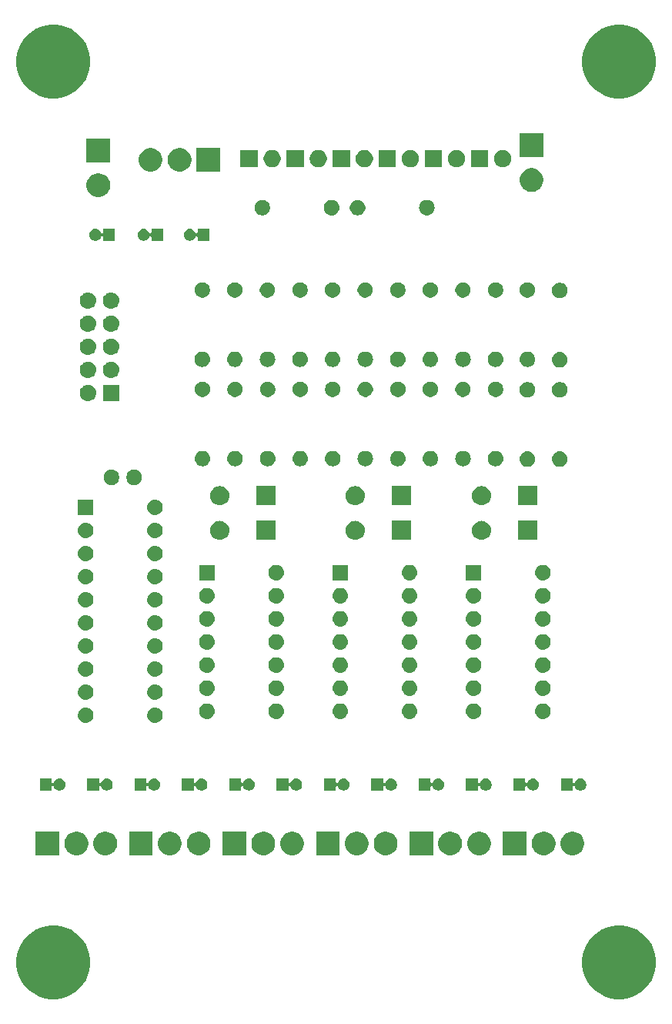
<source format=gbr>
G04 #@! TF.GenerationSoftware,KiCad,Pcbnew,5.0.2+dfsg1-1*
G04 #@! TF.CreationDate,2021-07-11T17:20:40+03:00*
G04 #@! TF.ProjectId,audio-switch,61756469-6f2d-4737-9769-7463682e6b69,V1.0*
G04 #@! TF.SameCoordinates,Original*
G04 #@! TF.FileFunction,Soldermask,Bot*
G04 #@! TF.FilePolarity,Negative*
%FSLAX46Y46*%
G04 Gerber Fmt 4.6, Leading zero omitted, Abs format (unit mm)*
G04 Created by KiCad (PCBNEW 5.0.2+dfsg1-1) date Sun 11 Jul 2021 05:20:40 PM EEST*
%MOMM*%
%LPD*%
G01*
G04 APERTURE LIST*
%ADD10C,0.100000*%
G04 APERTURE END LIST*
D10*
G36*
X168821632Y-144694677D02*
X169253495Y-144873561D01*
X169558868Y-145000050D01*
X170086627Y-145352688D01*
X170222365Y-145443385D01*
X170786615Y-146007635D01*
X170786617Y-146007638D01*
X171229950Y-146671132D01*
X171229950Y-146671133D01*
X171535323Y-147408368D01*
X171691000Y-148191010D01*
X171691000Y-148988990D01*
X171535323Y-149771632D01*
X171356439Y-150203495D01*
X171229950Y-150508868D01*
X170936109Y-150948632D01*
X170786615Y-151172365D01*
X170222365Y-151736615D01*
X170222362Y-151736617D01*
X169558868Y-152179950D01*
X169253495Y-152306439D01*
X168821632Y-152485323D01*
X168038990Y-152641000D01*
X167241010Y-152641000D01*
X166458368Y-152485323D01*
X166026505Y-152306439D01*
X165721132Y-152179950D01*
X165057638Y-151736617D01*
X165057635Y-151736615D01*
X164493385Y-151172365D01*
X164343891Y-150948632D01*
X164050050Y-150508868D01*
X163923561Y-150203495D01*
X163744677Y-149771632D01*
X163589000Y-148988990D01*
X163589000Y-148191010D01*
X163744677Y-147408368D01*
X164050050Y-146671133D01*
X164050050Y-146671132D01*
X164493383Y-146007638D01*
X164493385Y-146007635D01*
X165057635Y-145443385D01*
X165193373Y-145352688D01*
X165721132Y-145000050D01*
X166026505Y-144873561D01*
X166458368Y-144694677D01*
X167241010Y-144539000D01*
X168038990Y-144539000D01*
X168821632Y-144694677D01*
X168821632Y-144694677D01*
G37*
G36*
X106591632Y-144694677D02*
X107023495Y-144873561D01*
X107328868Y-145000050D01*
X107856627Y-145352688D01*
X107992365Y-145443385D01*
X108556615Y-146007635D01*
X108556617Y-146007638D01*
X108999950Y-146671132D01*
X108999950Y-146671133D01*
X109305323Y-147408368D01*
X109461000Y-148191010D01*
X109461000Y-148988990D01*
X109305323Y-149771632D01*
X109126439Y-150203495D01*
X108999950Y-150508868D01*
X108706109Y-150948632D01*
X108556615Y-151172365D01*
X107992365Y-151736615D01*
X107992362Y-151736617D01*
X107328868Y-152179950D01*
X107023495Y-152306439D01*
X106591632Y-152485323D01*
X105808990Y-152641000D01*
X105011010Y-152641000D01*
X104228368Y-152485323D01*
X103796505Y-152306439D01*
X103491132Y-152179950D01*
X102827638Y-151736617D01*
X102827635Y-151736615D01*
X102263385Y-151172365D01*
X102113891Y-150948632D01*
X101820050Y-150508868D01*
X101693561Y-150203495D01*
X101514677Y-149771632D01*
X101359000Y-148988990D01*
X101359000Y-148191010D01*
X101514677Y-147408368D01*
X101820050Y-146671133D01*
X101820050Y-146671132D01*
X102263383Y-146007638D01*
X102263385Y-146007635D01*
X102827635Y-145443385D01*
X102963373Y-145352688D01*
X103491132Y-145000050D01*
X103796505Y-144873561D01*
X104228368Y-144694677D01*
X105011010Y-144539000D01*
X105808990Y-144539000D01*
X106591632Y-144694677D01*
X106591632Y-144694677D01*
G37*
G36*
X108329393Y-134258304D02*
X108566102Y-134356352D01*
X108779138Y-134498698D01*
X108960302Y-134679862D01*
X109102648Y-134892898D01*
X109200696Y-135129607D01*
X109250680Y-135380893D01*
X109250680Y-135637107D01*
X109200696Y-135888393D01*
X109102648Y-136125102D01*
X108960302Y-136338138D01*
X108779138Y-136519302D01*
X108566102Y-136661648D01*
X108329393Y-136759696D01*
X108078107Y-136809680D01*
X107821893Y-136809680D01*
X107570607Y-136759696D01*
X107333898Y-136661648D01*
X107120862Y-136519302D01*
X106939698Y-136338138D01*
X106797352Y-136125102D01*
X106699304Y-135888393D01*
X106649320Y-135637107D01*
X106649320Y-135380893D01*
X106699304Y-135129607D01*
X106797352Y-134892898D01*
X106939698Y-134679862D01*
X107120862Y-134498698D01*
X107333898Y-134356352D01*
X107570607Y-134258304D01*
X107821893Y-134208320D01*
X108078107Y-134208320D01*
X108329393Y-134258304D01*
X108329393Y-134258304D01*
G37*
G36*
X136909680Y-136809680D02*
X134308320Y-136809680D01*
X134308320Y-134208320D01*
X136909680Y-134208320D01*
X136909680Y-136809680D01*
X136909680Y-136809680D01*
G37*
G36*
X162894393Y-134258304D02*
X163131102Y-134356352D01*
X163344138Y-134498698D01*
X163525302Y-134679862D01*
X163667648Y-134892898D01*
X163765696Y-135129607D01*
X163815680Y-135380893D01*
X163815680Y-135637107D01*
X163765696Y-135888393D01*
X163667648Y-136125102D01*
X163525302Y-136338138D01*
X163344138Y-136519302D01*
X163131102Y-136661648D01*
X162894393Y-136759696D01*
X162643107Y-136809680D01*
X162386893Y-136809680D01*
X162135607Y-136759696D01*
X161898898Y-136661648D01*
X161685862Y-136519302D01*
X161504698Y-136338138D01*
X161362352Y-136125102D01*
X161264304Y-135888393D01*
X161214320Y-135637107D01*
X161214320Y-135380893D01*
X161264304Y-135129607D01*
X161362352Y-134892898D01*
X161504698Y-134679862D01*
X161685862Y-134498698D01*
X161898898Y-134356352D01*
X162135607Y-134258304D01*
X162386893Y-134208320D01*
X162643107Y-134208320D01*
X162894393Y-134258304D01*
X162894393Y-134258304D01*
G37*
G36*
X111504393Y-134258304D02*
X111741102Y-134356352D01*
X111954138Y-134498698D01*
X112135302Y-134679862D01*
X112277648Y-134892898D01*
X112375696Y-135129607D01*
X112425680Y-135380893D01*
X112425680Y-135637107D01*
X112375696Y-135888393D01*
X112277648Y-136125102D01*
X112135302Y-136338138D01*
X111954138Y-136519302D01*
X111741102Y-136661648D01*
X111504393Y-136759696D01*
X111253107Y-136809680D01*
X110996893Y-136809680D01*
X110745607Y-136759696D01*
X110508898Y-136661648D01*
X110295862Y-136519302D01*
X110114698Y-136338138D01*
X109972352Y-136125102D01*
X109874304Y-135888393D01*
X109824320Y-135637107D01*
X109824320Y-135380893D01*
X109874304Y-135129607D01*
X109972352Y-134892898D01*
X110114698Y-134679862D01*
X110295862Y-134498698D01*
X110508898Y-134356352D01*
X110745607Y-134258304D01*
X110996893Y-134208320D01*
X111253107Y-134208320D01*
X111504393Y-134258304D01*
X111504393Y-134258304D01*
G37*
G36*
X116353680Y-136809680D02*
X113752320Y-136809680D01*
X113752320Y-134208320D01*
X116353680Y-134208320D01*
X116353680Y-136809680D01*
X116353680Y-136809680D01*
G37*
G36*
X118607393Y-134258304D02*
X118844102Y-134356352D01*
X119057138Y-134498698D01*
X119238302Y-134679862D01*
X119380648Y-134892898D01*
X119478696Y-135129607D01*
X119528680Y-135380893D01*
X119528680Y-135637107D01*
X119478696Y-135888393D01*
X119380648Y-136125102D01*
X119238302Y-136338138D01*
X119057138Y-136519302D01*
X118844102Y-136661648D01*
X118607393Y-136759696D01*
X118356107Y-136809680D01*
X118099893Y-136809680D01*
X117848607Y-136759696D01*
X117611898Y-136661648D01*
X117398862Y-136519302D01*
X117217698Y-136338138D01*
X117075352Y-136125102D01*
X116977304Y-135888393D01*
X116927320Y-135637107D01*
X116927320Y-135380893D01*
X116977304Y-135129607D01*
X117075352Y-134892898D01*
X117217698Y-134679862D01*
X117398862Y-134498698D01*
X117611898Y-134356352D01*
X117848607Y-134258304D01*
X118099893Y-134208320D01*
X118356107Y-134208320D01*
X118607393Y-134258304D01*
X118607393Y-134258304D01*
G37*
G36*
X121782393Y-134258304D02*
X122019102Y-134356352D01*
X122232138Y-134498698D01*
X122413302Y-134679862D01*
X122555648Y-134892898D01*
X122653696Y-135129607D01*
X122703680Y-135380893D01*
X122703680Y-135637107D01*
X122653696Y-135888393D01*
X122555648Y-136125102D01*
X122413302Y-136338138D01*
X122232138Y-136519302D01*
X122019102Y-136661648D01*
X121782393Y-136759696D01*
X121531107Y-136809680D01*
X121274893Y-136809680D01*
X121023607Y-136759696D01*
X120786898Y-136661648D01*
X120573862Y-136519302D01*
X120392698Y-136338138D01*
X120250352Y-136125102D01*
X120152304Y-135888393D01*
X120102320Y-135637107D01*
X120102320Y-135380893D01*
X120152304Y-135129607D01*
X120250352Y-134892898D01*
X120392698Y-134679862D01*
X120573862Y-134498698D01*
X120786898Y-134356352D01*
X121023607Y-134258304D01*
X121274893Y-134208320D01*
X121531107Y-134208320D01*
X121782393Y-134258304D01*
X121782393Y-134258304D01*
G37*
G36*
X126631680Y-136809680D02*
X124030320Y-136809680D01*
X124030320Y-134208320D01*
X126631680Y-134208320D01*
X126631680Y-136809680D01*
X126631680Y-136809680D01*
G37*
G36*
X128885393Y-134258304D02*
X129122102Y-134356352D01*
X129335138Y-134498698D01*
X129516302Y-134679862D01*
X129658648Y-134892898D01*
X129756696Y-135129607D01*
X129806680Y-135380893D01*
X129806680Y-135637107D01*
X129756696Y-135888393D01*
X129658648Y-136125102D01*
X129516302Y-136338138D01*
X129335138Y-136519302D01*
X129122102Y-136661648D01*
X128885393Y-136759696D01*
X128634107Y-136809680D01*
X128377893Y-136809680D01*
X128126607Y-136759696D01*
X127889898Y-136661648D01*
X127676862Y-136519302D01*
X127495698Y-136338138D01*
X127353352Y-136125102D01*
X127255304Y-135888393D01*
X127205320Y-135637107D01*
X127205320Y-135380893D01*
X127255304Y-135129607D01*
X127353352Y-134892898D01*
X127495698Y-134679862D01*
X127676862Y-134498698D01*
X127889898Y-134356352D01*
X128126607Y-134258304D01*
X128377893Y-134208320D01*
X128634107Y-134208320D01*
X128885393Y-134258304D01*
X128885393Y-134258304D01*
G37*
G36*
X132060393Y-134258304D02*
X132297102Y-134356352D01*
X132510138Y-134498698D01*
X132691302Y-134679862D01*
X132833648Y-134892898D01*
X132931696Y-135129607D01*
X132981680Y-135380893D01*
X132981680Y-135637107D01*
X132931696Y-135888393D01*
X132833648Y-136125102D01*
X132691302Y-136338138D01*
X132510138Y-136519302D01*
X132297102Y-136661648D01*
X132060393Y-136759696D01*
X131809107Y-136809680D01*
X131552893Y-136809680D01*
X131301607Y-136759696D01*
X131064898Y-136661648D01*
X130851862Y-136519302D01*
X130670698Y-136338138D01*
X130528352Y-136125102D01*
X130430304Y-135888393D01*
X130380320Y-135637107D01*
X130380320Y-135380893D01*
X130430304Y-135129607D01*
X130528352Y-134892898D01*
X130670698Y-134679862D01*
X130851862Y-134498698D01*
X131064898Y-134356352D01*
X131301607Y-134258304D01*
X131552893Y-134208320D01*
X131809107Y-134208320D01*
X132060393Y-134258304D01*
X132060393Y-134258304D01*
G37*
G36*
X139163393Y-134258304D02*
X139400102Y-134356352D01*
X139613138Y-134498698D01*
X139794302Y-134679862D01*
X139936648Y-134892898D01*
X140034696Y-135129607D01*
X140084680Y-135380893D01*
X140084680Y-135637107D01*
X140034696Y-135888393D01*
X139936648Y-136125102D01*
X139794302Y-136338138D01*
X139613138Y-136519302D01*
X139400102Y-136661648D01*
X139163393Y-136759696D01*
X138912107Y-136809680D01*
X138655893Y-136809680D01*
X138404607Y-136759696D01*
X138167898Y-136661648D01*
X137954862Y-136519302D01*
X137773698Y-136338138D01*
X137631352Y-136125102D01*
X137533304Y-135888393D01*
X137483320Y-135637107D01*
X137483320Y-135380893D01*
X137533304Y-135129607D01*
X137631352Y-134892898D01*
X137773698Y-134679862D01*
X137954862Y-134498698D01*
X138167898Y-134356352D01*
X138404607Y-134258304D01*
X138655893Y-134208320D01*
X138912107Y-134208320D01*
X139163393Y-134258304D01*
X139163393Y-134258304D01*
G37*
G36*
X106075680Y-136809680D02*
X103474320Y-136809680D01*
X103474320Y-134208320D01*
X106075680Y-134208320D01*
X106075680Y-136809680D01*
X106075680Y-136809680D01*
G37*
G36*
X159719393Y-134258304D02*
X159956102Y-134356352D01*
X160169138Y-134498698D01*
X160350302Y-134679862D01*
X160492648Y-134892898D01*
X160590696Y-135129607D01*
X160640680Y-135380893D01*
X160640680Y-135637107D01*
X160590696Y-135888393D01*
X160492648Y-136125102D01*
X160350302Y-136338138D01*
X160169138Y-136519302D01*
X159956102Y-136661648D01*
X159719393Y-136759696D01*
X159468107Y-136809680D01*
X159211893Y-136809680D01*
X158960607Y-136759696D01*
X158723898Y-136661648D01*
X158510862Y-136519302D01*
X158329698Y-136338138D01*
X158187352Y-136125102D01*
X158089304Y-135888393D01*
X158039320Y-135637107D01*
X158039320Y-135380893D01*
X158089304Y-135129607D01*
X158187352Y-134892898D01*
X158329698Y-134679862D01*
X158510862Y-134498698D01*
X158723898Y-134356352D01*
X158960607Y-134258304D01*
X159211893Y-134208320D01*
X159468107Y-134208320D01*
X159719393Y-134258304D01*
X159719393Y-134258304D01*
G37*
G36*
X157465680Y-136809680D02*
X154864320Y-136809680D01*
X154864320Y-134208320D01*
X157465680Y-134208320D01*
X157465680Y-136809680D01*
X157465680Y-136809680D01*
G37*
G36*
X152616393Y-134258304D02*
X152853102Y-134356352D01*
X153066138Y-134498698D01*
X153247302Y-134679862D01*
X153389648Y-134892898D01*
X153487696Y-135129607D01*
X153537680Y-135380893D01*
X153537680Y-135637107D01*
X153487696Y-135888393D01*
X153389648Y-136125102D01*
X153247302Y-136338138D01*
X153066138Y-136519302D01*
X152853102Y-136661648D01*
X152616393Y-136759696D01*
X152365107Y-136809680D01*
X152108893Y-136809680D01*
X151857607Y-136759696D01*
X151620898Y-136661648D01*
X151407862Y-136519302D01*
X151226698Y-136338138D01*
X151084352Y-136125102D01*
X150986304Y-135888393D01*
X150936320Y-135637107D01*
X150936320Y-135380893D01*
X150986304Y-135129607D01*
X151084352Y-134892898D01*
X151226698Y-134679862D01*
X151407862Y-134498698D01*
X151620898Y-134356352D01*
X151857607Y-134258304D01*
X152108893Y-134208320D01*
X152365107Y-134208320D01*
X152616393Y-134258304D01*
X152616393Y-134258304D01*
G37*
G36*
X147187680Y-136809680D02*
X144586320Y-136809680D01*
X144586320Y-134208320D01*
X147187680Y-134208320D01*
X147187680Y-136809680D01*
X147187680Y-136809680D01*
G37*
G36*
X142338393Y-134258304D02*
X142575102Y-134356352D01*
X142788138Y-134498698D01*
X142969302Y-134679862D01*
X143111648Y-134892898D01*
X143209696Y-135129607D01*
X143259680Y-135380893D01*
X143259680Y-135637107D01*
X143209696Y-135888393D01*
X143111648Y-136125102D01*
X142969302Y-136338138D01*
X142788138Y-136519302D01*
X142575102Y-136661648D01*
X142338393Y-136759696D01*
X142087107Y-136809680D01*
X141830893Y-136809680D01*
X141579607Y-136759696D01*
X141342898Y-136661648D01*
X141129862Y-136519302D01*
X140948698Y-136338138D01*
X140806352Y-136125102D01*
X140708304Y-135888393D01*
X140658320Y-135637107D01*
X140658320Y-135380893D01*
X140708304Y-135129607D01*
X140806352Y-134892898D01*
X140948698Y-134679862D01*
X141129862Y-134498698D01*
X141342898Y-134356352D01*
X141579607Y-134258304D01*
X141830893Y-134208320D01*
X142087107Y-134208320D01*
X142338393Y-134258304D01*
X142338393Y-134258304D01*
G37*
G36*
X149441393Y-134258304D02*
X149678102Y-134356352D01*
X149891138Y-134498698D01*
X150072302Y-134679862D01*
X150214648Y-134892898D01*
X150312696Y-135129607D01*
X150362680Y-135380893D01*
X150362680Y-135637107D01*
X150312696Y-135888393D01*
X150214648Y-136125102D01*
X150072302Y-136338138D01*
X149891138Y-136519302D01*
X149678102Y-136661648D01*
X149441393Y-136759696D01*
X149190107Y-136809680D01*
X148933893Y-136809680D01*
X148682607Y-136759696D01*
X148445898Y-136661648D01*
X148232862Y-136519302D01*
X148051698Y-136338138D01*
X147909352Y-136125102D01*
X147811304Y-135888393D01*
X147761320Y-135637107D01*
X147761320Y-135380893D01*
X147811304Y-135129607D01*
X147909352Y-134892898D01*
X148051698Y-134679862D01*
X148232862Y-134498698D01*
X148445898Y-134356352D01*
X148682607Y-134258304D01*
X148933893Y-134208320D01*
X149190107Y-134208320D01*
X149441393Y-134258304D01*
X149441393Y-134258304D01*
G37*
G36*
X115652862Y-128752104D02*
X115655264Y-128776490D01*
X115662377Y-128799939D01*
X115673928Y-128821550D01*
X115689474Y-128840492D01*
X115708416Y-128856038D01*
X115730027Y-128867589D01*
X115753476Y-128874702D01*
X115777862Y-128877104D01*
X115802248Y-128874702D01*
X115825697Y-128867589D01*
X115847308Y-128856038D01*
X115866250Y-128840492D01*
X115881796Y-128821550D01*
X115893347Y-128799939D01*
X115924951Y-128723639D01*
X115996200Y-128617008D01*
X116086870Y-128526338D01*
X116193501Y-128455089D01*
X116311972Y-128406017D01*
X116437743Y-128381000D01*
X116565981Y-128381000D01*
X116691752Y-128406017D01*
X116810223Y-128455089D01*
X116916854Y-128526338D01*
X117007524Y-128617008D01*
X117078773Y-128723639D01*
X117127845Y-128842110D01*
X117152862Y-128967881D01*
X117152862Y-129096119D01*
X117127845Y-129221890D01*
X117078773Y-129340361D01*
X117007524Y-129446992D01*
X116916854Y-129537662D01*
X116810223Y-129608911D01*
X116691752Y-129657983D01*
X116565981Y-129683000D01*
X116437743Y-129683000D01*
X116311972Y-129657983D01*
X116193501Y-129608911D01*
X116086870Y-129537662D01*
X115996200Y-129446992D01*
X115924951Y-129340361D01*
X115893347Y-129264061D01*
X115881796Y-129242450D01*
X115866251Y-129223508D01*
X115847309Y-129207963D01*
X115825698Y-129196411D01*
X115802249Y-129189298D01*
X115777863Y-129186896D01*
X115753476Y-129189298D01*
X115730027Y-129196411D01*
X115708416Y-129207962D01*
X115689474Y-129223507D01*
X115673929Y-129242449D01*
X115662377Y-129264060D01*
X115655264Y-129287509D01*
X115652862Y-129311896D01*
X115652862Y-129683000D01*
X114350862Y-129683000D01*
X114350862Y-128381000D01*
X115652862Y-128381000D01*
X115652862Y-128752104D01*
X115652862Y-128752104D01*
G37*
G36*
X110444181Y-128752104D02*
X110446583Y-128776490D01*
X110453696Y-128799939D01*
X110465247Y-128821550D01*
X110480793Y-128840492D01*
X110499735Y-128856038D01*
X110521346Y-128867589D01*
X110544795Y-128874702D01*
X110569181Y-128877104D01*
X110593567Y-128874702D01*
X110617016Y-128867589D01*
X110638627Y-128856038D01*
X110657569Y-128840492D01*
X110673115Y-128821550D01*
X110684666Y-128799939D01*
X110716270Y-128723639D01*
X110787519Y-128617008D01*
X110878189Y-128526338D01*
X110984820Y-128455089D01*
X111103291Y-128406017D01*
X111229062Y-128381000D01*
X111357300Y-128381000D01*
X111483071Y-128406017D01*
X111601542Y-128455089D01*
X111708173Y-128526338D01*
X111798843Y-128617008D01*
X111870092Y-128723639D01*
X111919164Y-128842110D01*
X111944181Y-128967881D01*
X111944181Y-129096119D01*
X111919164Y-129221890D01*
X111870092Y-129340361D01*
X111798843Y-129446992D01*
X111708173Y-129537662D01*
X111601542Y-129608911D01*
X111483071Y-129657983D01*
X111357300Y-129683000D01*
X111229062Y-129683000D01*
X111103291Y-129657983D01*
X110984820Y-129608911D01*
X110878189Y-129537662D01*
X110787519Y-129446992D01*
X110716270Y-129340361D01*
X110684666Y-129264061D01*
X110673115Y-129242450D01*
X110657570Y-129223508D01*
X110638628Y-129207963D01*
X110617017Y-129196411D01*
X110593568Y-129189298D01*
X110569182Y-129186896D01*
X110544795Y-129189298D01*
X110521346Y-129196411D01*
X110499735Y-129207962D01*
X110480793Y-129223507D01*
X110465248Y-129242449D01*
X110453696Y-129264060D01*
X110446583Y-129287509D01*
X110444181Y-129311896D01*
X110444181Y-129683000D01*
X109142181Y-129683000D01*
X109142181Y-128381000D01*
X110444181Y-128381000D01*
X110444181Y-128752104D01*
X110444181Y-128752104D01*
G37*
G36*
X136487586Y-128752104D02*
X136489988Y-128776490D01*
X136497101Y-128799939D01*
X136508652Y-128821550D01*
X136524198Y-128840492D01*
X136543140Y-128856038D01*
X136564751Y-128867589D01*
X136588200Y-128874702D01*
X136612586Y-128877104D01*
X136636972Y-128874702D01*
X136660421Y-128867589D01*
X136682032Y-128856038D01*
X136700974Y-128840492D01*
X136716520Y-128821550D01*
X136728071Y-128799939D01*
X136759675Y-128723639D01*
X136830924Y-128617008D01*
X136921594Y-128526338D01*
X137028225Y-128455089D01*
X137146696Y-128406017D01*
X137272467Y-128381000D01*
X137400705Y-128381000D01*
X137526476Y-128406017D01*
X137644947Y-128455089D01*
X137751578Y-128526338D01*
X137842248Y-128617008D01*
X137913497Y-128723639D01*
X137962569Y-128842110D01*
X137987586Y-128967881D01*
X137987586Y-129096119D01*
X137962569Y-129221890D01*
X137913497Y-129340361D01*
X137842248Y-129446992D01*
X137751578Y-129537662D01*
X137644947Y-129608911D01*
X137526476Y-129657983D01*
X137400705Y-129683000D01*
X137272467Y-129683000D01*
X137146696Y-129657983D01*
X137028225Y-129608911D01*
X136921594Y-129537662D01*
X136830924Y-129446992D01*
X136759675Y-129340361D01*
X136728071Y-129264061D01*
X136716520Y-129242450D01*
X136700975Y-129223508D01*
X136682033Y-129207963D01*
X136660422Y-129196411D01*
X136636973Y-129189298D01*
X136612587Y-129186896D01*
X136588200Y-129189298D01*
X136564751Y-129196411D01*
X136543140Y-129207962D01*
X136524198Y-129223507D01*
X136508653Y-129242449D01*
X136497101Y-129264060D01*
X136489988Y-129287509D01*
X136487586Y-129311896D01*
X136487586Y-129683000D01*
X135185586Y-129683000D01*
X135185586Y-128381000D01*
X136487586Y-128381000D01*
X136487586Y-128752104D01*
X136487586Y-128752104D01*
G37*
G36*
X146904948Y-128752104D02*
X146907350Y-128776490D01*
X146914463Y-128799939D01*
X146926014Y-128821550D01*
X146941560Y-128840492D01*
X146960502Y-128856038D01*
X146982113Y-128867589D01*
X147005562Y-128874702D01*
X147029948Y-128877104D01*
X147054334Y-128874702D01*
X147077783Y-128867589D01*
X147099394Y-128856038D01*
X147118336Y-128840492D01*
X147133882Y-128821550D01*
X147145433Y-128799939D01*
X147177037Y-128723639D01*
X147248286Y-128617008D01*
X147338956Y-128526338D01*
X147445587Y-128455089D01*
X147564058Y-128406017D01*
X147689829Y-128381000D01*
X147818067Y-128381000D01*
X147943838Y-128406017D01*
X148062309Y-128455089D01*
X148168940Y-128526338D01*
X148259610Y-128617008D01*
X148330859Y-128723639D01*
X148379931Y-128842110D01*
X148404948Y-128967881D01*
X148404948Y-129096119D01*
X148379931Y-129221890D01*
X148330859Y-129340361D01*
X148259610Y-129446992D01*
X148168940Y-129537662D01*
X148062309Y-129608911D01*
X147943838Y-129657983D01*
X147818067Y-129683000D01*
X147689829Y-129683000D01*
X147564058Y-129657983D01*
X147445587Y-129608911D01*
X147338956Y-129537662D01*
X147248286Y-129446992D01*
X147177037Y-129340361D01*
X147145433Y-129264061D01*
X147133882Y-129242450D01*
X147118337Y-129223508D01*
X147099395Y-129207963D01*
X147077784Y-129196411D01*
X147054335Y-129189298D01*
X147029949Y-129186896D01*
X147005562Y-129189298D01*
X146982113Y-129196411D01*
X146960502Y-129207962D01*
X146941560Y-129223507D01*
X146926015Y-129242449D01*
X146914463Y-129264060D01*
X146907350Y-129287509D01*
X146904948Y-129311896D01*
X146904948Y-129683000D01*
X145602948Y-129683000D01*
X145602948Y-128381000D01*
X146904948Y-128381000D01*
X146904948Y-128752104D01*
X146904948Y-128752104D01*
G37*
G36*
X162531000Y-128752104D02*
X162533402Y-128776490D01*
X162540515Y-128799939D01*
X162552066Y-128821550D01*
X162567612Y-128840492D01*
X162586554Y-128856038D01*
X162608165Y-128867589D01*
X162631614Y-128874702D01*
X162656000Y-128877104D01*
X162680386Y-128874702D01*
X162703835Y-128867589D01*
X162725446Y-128856038D01*
X162744388Y-128840492D01*
X162759934Y-128821550D01*
X162771485Y-128799939D01*
X162803089Y-128723639D01*
X162874338Y-128617008D01*
X162965008Y-128526338D01*
X163071639Y-128455089D01*
X163190110Y-128406017D01*
X163315881Y-128381000D01*
X163444119Y-128381000D01*
X163569890Y-128406017D01*
X163688361Y-128455089D01*
X163794992Y-128526338D01*
X163885662Y-128617008D01*
X163956911Y-128723639D01*
X164005983Y-128842110D01*
X164031000Y-128967881D01*
X164031000Y-129096119D01*
X164005983Y-129221890D01*
X163956911Y-129340361D01*
X163885662Y-129446992D01*
X163794992Y-129537662D01*
X163688361Y-129608911D01*
X163569890Y-129657983D01*
X163444119Y-129683000D01*
X163315881Y-129683000D01*
X163190110Y-129657983D01*
X163071639Y-129608911D01*
X162965008Y-129537662D01*
X162874338Y-129446992D01*
X162803089Y-129340361D01*
X162771485Y-129264061D01*
X162759934Y-129242450D01*
X162744389Y-129223508D01*
X162725447Y-129207963D01*
X162703836Y-129196411D01*
X162680387Y-129189298D01*
X162656001Y-129186896D01*
X162631614Y-129189298D01*
X162608165Y-129196411D01*
X162586554Y-129207962D01*
X162567612Y-129223507D01*
X162552067Y-129242449D01*
X162540515Y-129264060D01*
X162533402Y-129287509D01*
X162531000Y-129311896D01*
X162531000Y-129683000D01*
X161229000Y-129683000D01*
X161229000Y-128381000D01*
X162531000Y-128381000D01*
X162531000Y-128752104D01*
X162531000Y-128752104D01*
G37*
G36*
X157322310Y-128752104D02*
X157324712Y-128776490D01*
X157331825Y-128799939D01*
X157343376Y-128821550D01*
X157358922Y-128840492D01*
X157377864Y-128856038D01*
X157399475Y-128867589D01*
X157422924Y-128874702D01*
X157447310Y-128877104D01*
X157471696Y-128874702D01*
X157495145Y-128867589D01*
X157516756Y-128856038D01*
X157535698Y-128840492D01*
X157551244Y-128821550D01*
X157562795Y-128799939D01*
X157594399Y-128723639D01*
X157665648Y-128617008D01*
X157756318Y-128526338D01*
X157862949Y-128455089D01*
X157981420Y-128406017D01*
X158107191Y-128381000D01*
X158235429Y-128381000D01*
X158361200Y-128406017D01*
X158479671Y-128455089D01*
X158586302Y-128526338D01*
X158676972Y-128617008D01*
X158748221Y-128723639D01*
X158797293Y-128842110D01*
X158822310Y-128967881D01*
X158822310Y-129096119D01*
X158797293Y-129221890D01*
X158748221Y-129340361D01*
X158676972Y-129446992D01*
X158586302Y-129537662D01*
X158479671Y-129608911D01*
X158361200Y-129657983D01*
X158235429Y-129683000D01*
X158107191Y-129683000D01*
X157981420Y-129657983D01*
X157862949Y-129608911D01*
X157756318Y-129537662D01*
X157665648Y-129446992D01*
X157594399Y-129340361D01*
X157562795Y-129264061D01*
X157551244Y-129242450D01*
X157535699Y-129223508D01*
X157516757Y-129207963D01*
X157495146Y-129196411D01*
X157471697Y-129189298D01*
X157447311Y-129186896D01*
X157422924Y-129189298D01*
X157399475Y-129196411D01*
X157377864Y-129207962D01*
X157358922Y-129223507D01*
X157343377Y-129242449D01*
X157331825Y-129264060D01*
X157324712Y-129287509D01*
X157322310Y-129311896D01*
X157322310Y-129683000D01*
X156020310Y-129683000D01*
X156020310Y-128381000D01*
X157322310Y-128381000D01*
X157322310Y-128752104D01*
X157322310Y-128752104D01*
G37*
G36*
X152113629Y-128752104D02*
X152116031Y-128776490D01*
X152123144Y-128799939D01*
X152134695Y-128821550D01*
X152150241Y-128840492D01*
X152169183Y-128856038D01*
X152190794Y-128867589D01*
X152214243Y-128874702D01*
X152238629Y-128877104D01*
X152263015Y-128874702D01*
X152286464Y-128867589D01*
X152308075Y-128856038D01*
X152327017Y-128840492D01*
X152342563Y-128821550D01*
X152354114Y-128799939D01*
X152385718Y-128723639D01*
X152456967Y-128617008D01*
X152547637Y-128526338D01*
X152654268Y-128455089D01*
X152772739Y-128406017D01*
X152898510Y-128381000D01*
X153026748Y-128381000D01*
X153152519Y-128406017D01*
X153270990Y-128455089D01*
X153377621Y-128526338D01*
X153468291Y-128617008D01*
X153539540Y-128723639D01*
X153588612Y-128842110D01*
X153613629Y-128967881D01*
X153613629Y-129096119D01*
X153588612Y-129221890D01*
X153539540Y-129340361D01*
X153468291Y-129446992D01*
X153377621Y-129537662D01*
X153270990Y-129608911D01*
X153152519Y-129657983D01*
X153026748Y-129683000D01*
X152898510Y-129683000D01*
X152772739Y-129657983D01*
X152654268Y-129608911D01*
X152547637Y-129537662D01*
X152456967Y-129446992D01*
X152385718Y-129340361D01*
X152354114Y-129264061D01*
X152342563Y-129242450D01*
X152327018Y-129223508D01*
X152308076Y-129207963D01*
X152286465Y-129196411D01*
X152263016Y-129189298D01*
X152238630Y-129186896D01*
X152214243Y-129189298D01*
X152190794Y-129196411D01*
X152169183Y-129207962D01*
X152150241Y-129223507D01*
X152134696Y-129242449D01*
X152123144Y-129264060D01*
X152116031Y-129287509D01*
X152113629Y-129311896D01*
X152113629Y-129683000D01*
X150811629Y-129683000D01*
X150811629Y-128381000D01*
X152113629Y-128381000D01*
X152113629Y-128752104D01*
X152113629Y-128752104D01*
G37*
G36*
X141696267Y-128752104D02*
X141698669Y-128776490D01*
X141705782Y-128799939D01*
X141717333Y-128821550D01*
X141732879Y-128840492D01*
X141751821Y-128856038D01*
X141773432Y-128867589D01*
X141796881Y-128874702D01*
X141821267Y-128877104D01*
X141845653Y-128874702D01*
X141869102Y-128867589D01*
X141890713Y-128856038D01*
X141909655Y-128840492D01*
X141925201Y-128821550D01*
X141936752Y-128799939D01*
X141968356Y-128723639D01*
X142039605Y-128617008D01*
X142130275Y-128526338D01*
X142236906Y-128455089D01*
X142355377Y-128406017D01*
X142481148Y-128381000D01*
X142609386Y-128381000D01*
X142735157Y-128406017D01*
X142853628Y-128455089D01*
X142960259Y-128526338D01*
X143050929Y-128617008D01*
X143122178Y-128723639D01*
X143171250Y-128842110D01*
X143196267Y-128967881D01*
X143196267Y-129096119D01*
X143171250Y-129221890D01*
X143122178Y-129340361D01*
X143050929Y-129446992D01*
X142960259Y-129537662D01*
X142853628Y-129608911D01*
X142735157Y-129657983D01*
X142609386Y-129683000D01*
X142481148Y-129683000D01*
X142355377Y-129657983D01*
X142236906Y-129608911D01*
X142130275Y-129537662D01*
X142039605Y-129446992D01*
X141968356Y-129340361D01*
X141936752Y-129264061D01*
X141925201Y-129242450D01*
X141909656Y-129223508D01*
X141890714Y-129207963D01*
X141869103Y-129196411D01*
X141845654Y-129189298D01*
X141821268Y-129186896D01*
X141796881Y-129189298D01*
X141773432Y-129196411D01*
X141751821Y-129207962D01*
X141732879Y-129223507D01*
X141717334Y-129242449D01*
X141705782Y-129264060D01*
X141698669Y-129287509D01*
X141696267Y-129311896D01*
X141696267Y-129683000D01*
X140394267Y-129683000D01*
X140394267Y-128381000D01*
X141696267Y-128381000D01*
X141696267Y-128752104D01*
X141696267Y-128752104D01*
G37*
G36*
X131278905Y-128752104D02*
X131281307Y-128776490D01*
X131288420Y-128799939D01*
X131299971Y-128821550D01*
X131315517Y-128840492D01*
X131334459Y-128856038D01*
X131356070Y-128867589D01*
X131379519Y-128874702D01*
X131403905Y-128877104D01*
X131428291Y-128874702D01*
X131451740Y-128867589D01*
X131473351Y-128856038D01*
X131492293Y-128840492D01*
X131507839Y-128821550D01*
X131519390Y-128799939D01*
X131550994Y-128723639D01*
X131622243Y-128617008D01*
X131712913Y-128526338D01*
X131819544Y-128455089D01*
X131938015Y-128406017D01*
X132063786Y-128381000D01*
X132192024Y-128381000D01*
X132317795Y-128406017D01*
X132436266Y-128455089D01*
X132542897Y-128526338D01*
X132633567Y-128617008D01*
X132704816Y-128723639D01*
X132753888Y-128842110D01*
X132778905Y-128967881D01*
X132778905Y-129096119D01*
X132753888Y-129221890D01*
X132704816Y-129340361D01*
X132633567Y-129446992D01*
X132542897Y-129537662D01*
X132436266Y-129608911D01*
X132317795Y-129657983D01*
X132192024Y-129683000D01*
X132063786Y-129683000D01*
X131938015Y-129657983D01*
X131819544Y-129608911D01*
X131712913Y-129537662D01*
X131622243Y-129446992D01*
X131550994Y-129340361D01*
X131519390Y-129264061D01*
X131507839Y-129242450D01*
X131492294Y-129223508D01*
X131473352Y-129207963D01*
X131451741Y-129196411D01*
X131428292Y-129189298D01*
X131403906Y-129186896D01*
X131379519Y-129189298D01*
X131356070Y-129196411D01*
X131334459Y-129207962D01*
X131315517Y-129223507D01*
X131299972Y-129242449D01*
X131288420Y-129264060D01*
X131281307Y-129287509D01*
X131278905Y-129311896D01*
X131278905Y-129683000D01*
X129976905Y-129683000D01*
X129976905Y-128381000D01*
X131278905Y-128381000D01*
X131278905Y-128752104D01*
X131278905Y-128752104D01*
G37*
G36*
X120861543Y-128752104D02*
X120863945Y-128776490D01*
X120871058Y-128799939D01*
X120882609Y-128821550D01*
X120898155Y-128840492D01*
X120917097Y-128856038D01*
X120938708Y-128867589D01*
X120962157Y-128874702D01*
X120986543Y-128877104D01*
X121010929Y-128874702D01*
X121034378Y-128867589D01*
X121055989Y-128856038D01*
X121074931Y-128840492D01*
X121090477Y-128821550D01*
X121102028Y-128799939D01*
X121133632Y-128723639D01*
X121204881Y-128617008D01*
X121295551Y-128526338D01*
X121402182Y-128455089D01*
X121520653Y-128406017D01*
X121646424Y-128381000D01*
X121774662Y-128381000D01*
X121900433Y-128406017D01*
X122018904Y-128455089D01*
X122125535Y-128526338D01*
X122216205Y-128617008D01*
X122287454Y-128723639D01*
X122336526Y-128842110D01*
X122361543Y-128967881D01*
X122361543Y-129096119D01*
X122336526Y-129221890D01*
X122287454Y-129340361D01*
X122216205Y-129446992D01*
X122125535Y-129537662D01*
X122018904Y-129608911D01*
X121900433Y-129657983D01*
X121774662Y-129683000D01*
X121646424Y-129683000D01*
X121520653Y-129657983D01*
X121402182Y-129608911D01*
X121295551Y-129537662D01*
X121204881Y-129446992D01*
X121133632Y-129340361D01*
X121102028Y-129264061D01*
X121090477Y-129242450D01*
X121074932Y-129223508D01*
X121055990Y-129207963D01*
X121034379Y-129196411D01*
X121010930Y-129189298D01*
X120986544Y-129186896D01*
X120962157Y-129189298D01*
X120938708Y-129196411D01*
X120917097Y-129207962D01*
X120898155Y-129223507D01*
X120882610Y-129242449D01*
X120871058Y-129264060D01*
X120863945Y-129287509D01*
X120861543Y-129311896D01*
X120861543Y-129683000D01*
X119559543Y-129683000D01*
X119559543Y-128381000D01*
X120861543Y-128381000D01*
X120861543Y-128752104D01*
X120861543Y-128752104D01*
G37*
G36*
X126070224Y-128752104D02*
X126072626Y-128776490D01*
X126079739Y-128799939D01*
X126091290Y-128821550D01*
X126106836Y-128840492D01*
X126125778Y-128856038D01*
X126147389Y-128867589D01*
X126170838Y-128874702D01*
X126195224Y-128877104D01*
X126219610Y-128874702D01*
X126243059Y-128867589D01*
X126264670Y-128856038D01*
X126283612Y-128840492D01*
X126299158Y-128821550D01*
X126310709Y-128799939D01*
X126342313Y-128723639D01*
X126413562Y-128617008D01*
X126504232Y-128526338D01*
X126610863Y-128455089D01*
X126729334Y-128406017D01*
X126855105Y-128381000D01*
X126983343Y-128381000D01*
X127109114Y-128406017D01*
X127227585Y-128455089D01*
X127334216Y-128526338D01*
X127424886Y-128617008D01*
X127496135Y-128723639D01*
X127545207Y-128842110D01*
X127570224Y-128967881D01*
X127570224Y-129096119D01*
X127545207Y-129221890D01*
X127496135Y-129340361D01*
X127424886Y-129446992D01*
X127334216Y-129537662D01*
X127227585Y-129608911D01*
X127109114Y-129657983D01*
X126983343Y-129683000D01*
X126855105Y-129683000D01*
X126729334Y-129657983D01*
X126610863Y-129608911D01*
X126504232Y-129537662D01*
X126413562Y-129446992D01*
X126342313Y-129340361D01*
X126310709Y-129264061D01*
X126299158Y-129242450D01*
X126283613Y-129223508D01*
X126264671Y-129207963D01*
X126243060Y-129196411D01*
X126219611Y-129189298D01*
X126195225Y-129186896D01*
X126170838Y-129189298D01*
X126147389Y-129196411D01*
X126125778Y-129207962D01*
X126106836Y-129223507D01*
X126091291Y-129242449D01*
X126079739Y-129264060D01*
X126072626Y-129287509D01*
X126070224Y-129311896D01*
X126070224Y-129683000D01*
X124768224Y-129683000D01*
X124768224Y-128381000D01*
X126070224Y-128381000D01*
X126070224Y-128752104D01*
X126070224Y-128752104D01*
G37*
G36*
X105235500Y-128752104D02*
X105237902Y-128776490D01*
X105245015Y-128799939D01*
X105256566Y-128821550D01*
X105272112Y-128840492D01*
X105291054Y-128856038D01*
X105312665Y-128867589D01*
X105336114Y-128874702D01*
X105360500Y-128877104D01*
X105384886Y-128874702D01*
X105408335Y-128867589D01*
X105429946Y-128856038D01*
X105448888Y-128840492D01*
X105464434Y-128821550D01*
X105475985Y-128799939D01*
X105507589Y-128723639D01*
X105578838Y-128617008D01*
X105669508Y-128526338D01*
X105776139Y-128455089D01*
X105894610Y-128406017D01*
X106020381Y-128381000D01*
X106148619Y-128381000D01*
X106274390Y-128406017D01*
X106392861Y-128455089D01*
X106499492Y-128526338D01*
X106590162Y-128617008D01*
X106661411Y-128723639D01*
X106710483Y-128842110D01*
X106735500Y-128967881D01*
X106735500Y-129096119D01*
X106710483Y-129221890D01*
X106661411Y-129340361D01*
X106590162Y-129446992D01*
X106499492Y-129537662D01*
X106392861Y-129608911D01*
X106274390Y-129657983D01*
X106148619Y-129683000D01*
X106020381Y-129683000D01*
X105894610Y-129657983D01*
X105776139Y-129608911D01*
X105669508Y-129537662D01*
X105578838Y-129446992D01*
X105507589Y-129340361D01*
X105475985Y-129264061D01*
X105464434Y-129242450D01*
X105448889Y-129223508D01*
X105429947Y-129207963D01*
X105408336Y-129196411D01*
X105384887Y-129189298D01*
X105360501Y-129186896D01*
X105336114Y-129189298D01*
X105312665Y-129196411D01*
X105291054Y-129207962D01*
X105272112Y-129223507D01*
X105256567Y-129242449D01*
X105245015Y-129264060D01*
X105237902Y-129287509D01*
X105235500Y-129311896D01*
X105235500Y-129683000D01*
X103933500Y-129683000D01*
X103933500Y-128381000D01*
X105235500Y-128381000D01*
X105235500Y-128752104D01*
X105235500Y-128752104D01*
G37*
G36*
X116752821Y-120573313D02*
X116752824Y-120573314D01*
X116752825Y-120573314D01*
X116913239Y-120621975D01*
X116913241Y-120621976D01*
X116913244Y-120621977D01*
X117061078Y-120700995D01*
X117190659Y-120807341D01*
X117297005Y-120936922D01*
X117376023Y-121084756D01*
X117376024Y-121084759D01*
X117376025Y-121084761D01*
X117391060Y-121134325D01*
X117424687Y-121245179D01*
X117441117Y-121412000D01*
X117424687Y-121578821D01*
X117424686Y-121578824D01*
X117424686Y-121578825D01*
X117394449Y-121678504D01*
X117376023Y-121739244D01*
X117297005Y-121887078D01*
X117190659Y-122016659D01*
X117061078Y-122123005D01*
X116913244Y-122202023D01*
X116913241Y-122202024D01*
X116913239Y-122202025D01*
X116752825Y-122250686D01*
X116752824Y-122250686D01*
X116752821Y-122250687D01*
X116627804Y-122263000D01*
X116544196Y-122263000D01*
X116419179Y-122250687D01*
X116419176Y-122250686D01*
X116419175Y-122250686D01*
X116258761Y-122202025D01*
X116258759Y-122202024D01*
X116258756Y-122202023D01*
X116110922Y-122123005D01*
X115981341Y-122016659D01*
X115874995Y-121887078D01*
X115795977Y-121739244D01*
X115777552Y-121678504D01*
X115747314Y-121578825D01*
X115747314Y-121578824D01*
X115747313Y-121578821D01*
X115730883Y-121412000D01*
X115747313Y-121245179D01*
X115780940Y-121134325D01*
X115795975Y-121084761D01*
X115795976Y-121084759D01*
X115795977Y-121084756D01*
X115874995Y-120936922D01*
X115981341Y-120807341D01*
X116110922Y-120700995D01*
X116258756Y-120621977D01*
X116258759Y-120621976D01*
X116258761Y-120621975D01*
X116419175Y-120573314D01*
X116419176Y-120573314D01*
X116419179Y-120573313D01*
X116544196Y-120561000D01*
X116627804Y-120561000D01*
X116752821Y-120573313D01*
X116752821Y-120573313D01*
G37*
G36*
X109132821Y-120573313D02*
X109132824Y-120573314D01*
X109132825Y-120573314D01*
X109293239Y-120621975D01*
X109293241Y-120621976D01*
X109293244Y-120621977D01*
X109441078Y-120700995D01*
X109570659Y-120807341D01*
X109677005Y-120936922D01*
X109756023Y-121084756D01*
X109756024Y-121084759D01*
X109756025Y-121084761D01*
X109771060Y-121134325D01*
X109804687Y-121245179D01*
X109821117Y-121412000D01*
X109804687Y-121578821D01*
X109804686Y-121578824D01*
X109804686Y-121578825D01*
X109774449Y-121678504D01*
X109756023Y-121739244D01*
X109677005Y-121887078D01*
X109570659Y-122016659D01*
X109441078Y-122123005D01*
X109293244Y-122202023D01*
X109293241Y-122202024D01*
X109293239Y-122202025D01*
X109132825Y-122250686D01*
X109132824Y-122250686D01*
X109132821Y-122250687D01*
X109007804Y-122263000D01*
X108924196Y-122263000D01*
X108799179Y-122250687D01*
X108799176Y-122250686D01*
X108799175Y-122250686D01*
X108638761Y-122202025D01*
X108638759Y-122202024D01*
X108638756Y-122202023D01*
X108490922Y-122123005D01*
X108361341Y-122016659D01*
X108254995Y-121887078D01*
X108175977Y-121739244D01*
X108157552Y-121678504D01*
X108127314Y-121578825D01*
X108127314Y-121578824D01*
X108127313Y-121578821D01*
X108110883Y-121412000D01*
X108127313Y-121245179D01*
X108160940Y-121134325D01*
X108175975Y-121084761D01*
X108175976Y-121084759D01*
X108175977Y-121084756D01*
X108254995Y-120936922D01*
X108361341Y-120807341D01*
X108490922Y-120700995D01*
X108638756Y-120621977D01*
X108638759Y-120621976D01*
X108638761Y-120621975D01*
X108799175Y-120573314D01*
X108799176Y-120573314D01*
X108799179Y-120573313D01*
X108924196Y-120561000D01*
X109007804Y-120561000D01*
X109132821Y-120573313D01*
X109132821Y-120573313D01*
G37*
G36*
X137136321Y-120128813D02*
X137136324Y-120128814D01*
X137136325Y-120128814D01*
X137296739Y-120177475D01*
X137296741Y-120177476D01*
X137296744Y-120177477D01*
X137444578Y-120256495D01*
X137574159Y-120362841D01*
X137680505Y-120492422D01*
X137759523Y-120640256D01*
X137759524Y-120640259D01*
X137759525Y-120640261D01*
X137808186Y-120800675D01*
X137808187Y-120800679D01*
X137824617Y-120967500D01*
X137808187Y-121134321D01*
X137808186Y-121134324D01*
X137808186Y-121134325D01*
X137774559Y-121245179D01*
X137759523Y-121294744D01*
X137680505Y-121442578D01*
X137574159Y-121572159D01*
X137444578Y-121678505D01*
X137296744Y-121757523D01*
X137296741Y-121757524D01*
X137296739Y-121757525D01*
X137136325Y-121806186D01*
X137136324Y-121806186D01*
X137136321Y-121806187D01*
X137011304Y-121818500D01*
X136927696Y-121818500D01*
X136802679Y-121806187D01*
X136802676Y-121806186D01*
X136802675Y-121806186D01*
X136642261Y-121757525D01*
X136642259Y-121757524D01*
X136642256Y-121757523D01*
X136494422Y-121678505D01*
X136364841Y-121572159D01*
X136258495Y-121442578D01*
X136179477Y-121294744D01*
X136164442Y-121245179D01*
X136130814Y-121134325D01*
X136130814Y-121134324D01*
X136130813Y-121134321D01*
X136114383Y-120967500D01*
X136130813Y-120800679D01*
X136130814Y-120800675D01*
X136179475Y-120640261D01*
X136179476Y-120640259D01*
X136179477Y-120640256D01*
X136258495Y-120492422D01*
X136364841Y-120362841D01*
X136494422Y-120256495D01*
X136642256Y-120177477D01*
X136642259Y-120177476D01*
X136642261Y-120177475D01*
X136802675Y-120128814D01*
X136802676Y-120128814D01*
X136802679Y-120128813D01*
X136927696Y-120116500D01*
X137011304Y-120116500D01*
X137136321Y-120128813D01*
X137136321Y-120128813D01*
G37*
G36*
X122467821Y-120128813D02*
X122467824Y-120128814D01*
X122467825Y-120128814D01*
X122628239Y-120177475D01*
X122628241Y-120177476D01*
X122628244Y-120177477D01*
X122776078Y-120256495D01*
X122905659Y-120362841D01*
X123012005Y-120492422D01*
X123091023Y-120640256D01*
X123091024Y-120640259D01*
X123091025Y-120640261D01*
X123139686Y-120800675D01*
X123139687Y-120800679D01*
X123156117Y-120967500D01*
X123139687Y-121134321D01*
X123139686Y-121134324D01*
X123139686Y-121134325D01*
X123106059Y-121245179D01*
X123091023Y-121294744D01*
X123012005Y-121442578D01*
X122905659Y-121572159D01*
X122776078Y-121678505D01*
X122628244Y-121757523D01*
X122628241Y-121757524D01*
X122628239Y-121757525D01*
X122467825Y-121806186D01*
X122467824Y-121806186D01*
X122467821Y-121806187D01*
X122342804Y-121818500D01*
X122259196Y-121818500D01*
X122134179Y-121806187D01*
X122134176Y-121806186D01*
X122134175Y-121806186D01*
X121973761Y-121757525D01*
X121973759Y-121757524D01*
X121973756Y-121757523D01*
X121825922Y-121678505D01*
X121696341Y-121572159D01*
X121589995Y-121442578D01*
X121510977Y-121294744D01*
X121495942Y-121245179D01*
X121462314Y-121134325D01*
X121462314Y-121134324D01*
X121462313Y-121134321D01*
X121445883Y-120967500D01*
X121462313Y-120800679D01*
X121462314Y-120800675D01*
X121510975Y-120640261D01*
X121510976Y-120640259D01*
X121510977Y-120640256D01*
X121589995Y-120492422D01*
X121696341Y-120362841D01*
X121825922Y-120256495D01*
X121973756Y-120177477D01*
X121973759Y-120177476D01*
X121973761Y-120177475D01*
X122134175Y-120128814D01*
X122134176Y-120128814D01*
X122134179Y-120128813D01*
X122259196Y-120116500D01*
X122342804Y-120116500D01*
X122467821Y-120128813D01*
X122467821Y-120128813D01*
G37*
G36*
X159424821Y-120128813D02*
X159424824Y-120128814D01*
X159424825Y-120128814D01*
X159585239Y-120177475D01*
X159585241Y-120177476D01*
X159585244Y-120177477D01*
X159733078Y-120256495D01*
X159862659Y-120362841D01*
X159969005Y-120492422D01*
X160048023Y-120640256D01*
X160048024Y-120640259D01*
X160048025Y-120640261D01*
X160096686Y-120800675D01*
X160096687Y-120800679D01*
X160113117Y-120967500D01*
X160096687Y-121134321D01*
X160096686Y-121134324D01*
X160096686Y-121134325D01*
X160063059Y-121245179D01*
X160048023Y-121294744D01*
X159969005Y-121442578D01*
X159862659Y-121572159D01*
X159733078Y-121678505D01*
X159585244Y-121757523D01*
X159585241Y-121757524D01*
X159585239Y-121757525D01*
X159424825Y-121806186D01*
X159424824Y-121806186D01*
X159424821Y-121806187D01*
X159299804Y-121818500D01*
X159216196Y-121818500D01*
X159091179Y-121806187D01*
X159091176Y-121806186D01*
X159091175Y-121806186D01*
X158930761Y-121757525D01*
X158930759Y-121757524D01*
X158930756Y-121757523D01*
X158782922Y-121678505D01*
X158653341Y-121572159D01*
X158546995Y-121442578D01*
X158467977Y-121294744D01*
X158452942Y-121245179D01*
X158419314Y-121134325D01*
X158419314Y-121134324D01*
X158419313Y-121134321D01*
X158402883Y-120967500D01*
X158419313Y-120800679D01*
X158419314Y-120800675D01*
X158467975Y-120640261D01*
X158467976Y-120640259D01*
X158467977Y-120640256D01*
X158546995Y-120492422D01*
X158653341Y-120362841D01*
X158782922Y-120256495D01*
X158930756Y-120177477D01*
X158930759Y-120177476D01*
X158930761Y-120177475D01*
X159091175Y-120128814D01*
X159091176Y-120128814D01*
X159091179Y-120128813D01*
X159216196Y-120116500D01*
X159299804Y-120116500D01*
X159424821Y-120128813D01*
X159424821Y-120128813D01*
G37*
G36*
X144756321Y-120128813D02*
X144756324Y-120128814D01*
X144756325Y-120128814D01*
X144916739Y-120177475D01*
X144916741Y-120177476D01*
X144916744Y-120177477D01*
X145064578Y-120256495D01*
X145194159Y-120362841D01*
X145300505Y-120492422D01*
X145379523Y-120640256D01*
X145379524Y-120640259D01*
X145379525Y-120640261D01*
X145428186Y-120800675D01*
X145428187Y-120800679D01*
X145444617Y-120967500D01*
X145428187Y-121134321D01*
X145428186Y-121134324D01*
X145428186Y-121134325D01*
X145394559Y-121245179D01*
X145379523Y-121294744D01*
X145300505Y-121442578D01*
X145194159Y-121572159D01*
X145064578Y-121678505D01*
X144916744Y-121757523D01*
X144916741Y-121757524D01*
X144916739Y-121757525D01*
X144756325Y-121806186D01*
X144756324Y-121806186D01*
X144756321Y-121806187D01*
X144631304Y-121818500D01*
X144547696Y-121818500D01*
X144422679Y-121806187D01*
X144422676Y-121806186D01*
X144422675Y-121806186D01*
X144262261Y-121757525D01*
X144262259Y-121757524D01*
X144262256Y-121757523D01*
X144114422Y-121678505D01*
X143984841Y-121572159D01*
X143878495Y-121442578D01*
X143799477Y-121294744D01*
X143784442Y-121245179D01*
X143750814Y-121134325D01*
X143750814Y-121134324D01*
X143750813Y-121134321D01*
X143734383Y-120967500D01*
X143750813Y-120800679D01*
X143750814Y-120800675D01*
X143799475Y-120640261D01*
X143799476Y-120640259D01*
X143799477Y-120640256D01*
X143878495Y-120492422D01*
X143984841Y-120362841D01*
X144114422Y-120256495D01*
X144262256Y-120177477D01*
X144262259Y-120177476D01*
X144262261Y-120177475D01*
X144422675Y-120128814D01*
X144422676Y-120128814D01*
X144422679Y-120128813D01*
X144547696Y-120116500D01*
X144631304Y-120116500D01*
X144756321Y-120128813D01*
X144756321Y-120128813D01*
G37*
G36*
X130087821Y-120128813D02*
X130087824Y-120128814D01*
X130087825Y-120128814D01*
X130248239Y-120177475D01*
X130248241Y-120177476D01*
X130248244Y-120177477D01*
X130396078Y-120256495D01*
X130525659Y-120362841D01*
X130632005Y-120492422D01*
X130711023Y-120640256D01*
X130711024Y-120640259D01*
X130711025Y-120640261D01*
X130759686Y-120800675D01*
X130759687Y-120800679D01*
X130776117Y-120967500D01*
X130759687Y-121134321D01*
X130759686Y-121134324D01*
X130759686Y-121134325D01*
X130726059Y-121245179D01*
X130711023Y-121294744D01*
X130632005Y-121442578D01*
X130525659Y-121572159D01*
X130396078Y-121678505D01*
X130248244Y-121757523D01*
X130248241Y-121757524D01*
X130248239Y-121757525D01*
X130087825Y-121806186D01*
X130087824Y-121806186D01*
X130087821Y-121806187D01*
X129962804Y-121818500D01*
X129879196Y-121818500D01*
X129754179Y-121806187D01*
X129754176Y-121806186D01*
X129754175Y-121806186D01*
X129593761Y-121757525D01*
X129593759Y-121757524D01*
X129593756Y-121757523D01*
X129445922Y-121678505D01*
X129316341Y-121572159D01*
X129209995Y-121442578D01*
X129130977Y-121294744D01*
X129115942Y-121245179D01*
X129082314Y-121134325D01*
X129082314Y-121134324D01*
X129082313Y-121134321D01*
X129065883Y-120967500D01*
X129082313Y-120800679D01*
X129082314Y-120800675D01*
X129130975Y-120640261D01*
X129130976Y-120640259D01*
X129130977Y-120640256D01*
X129209995Y-120492422D01*
X129316341Y-120362841D01*
X129445922Y-120256495D01*
X129593756Y-120177477D01*
X129593759Y-120177476D01*
X129593761Y-120177475D01*
X129754175Y-120128814D01*
X129754176Y-120128814D01*
X129754179Y-120128813D01*
X129879196Y-120116500D01*
X129962804Y-120116500D01*
X130087821Y-120128813D01*
X130087821Y-120128813D01*
G37*
G36*
X151804821Y-120128813D02*
X151804824Y-120128814D01*
X151804825Y-120128814D01*
X151965239Y-120177475D01*
X151965241Y-120177476D01*
X151965244Y-120177477D01*
X152113078Y-120256495D01*
X152242659Y-120362841D01*
X152349005Y-120492422D01*
X152428023Y-120640256D01*
X152428024Y-120640259D01*
X152428025Y-120640261D01*
X152476686Y-120800675D01*
X152476687Y-120800679D01*
X152493117Y-120967500D01*
X152476687Y-121134321D01*
X152476686Y-121134324D01*
X152476686Y-121134325D01*
X152443059Y-121245179D01*
X152428023Y-121294744D01*
X152349005Y-121442578D01*
X152242659Y-121572159D01*
X152113078Y-121678505D01*
X151965244Y-121757523D01*
X151965241Y-121757524D01*
X151965239Y-121757525D01*
X151804825Y-121806186D01*
X151804824Y-121806186D01*
X151804821Y-121806187D01*
X151679804Y-121818500D01*
X151596196Y-121818500D01*
X151471179Y-121806187D01*
X151471176Y-121806186D01*
X151471175Y-121806186D01*
X151310761Y-121757525D01*
X151310759Y-121757524D01*
X151310756Y-121757523D01*
X151162922Y-121678505D01*
X151033341Y-121572159D01*
X150926995Y-121442578D01*
X150847977Y-121294744D01*
X150832942Y-121245179D01*
X150799314Y-121134325D01*
X150799314Y-121134324D01*
X150799313Y-121134321D01*
X150782883Y-120967500D01*
X150799313Y-120800679D01*
X150799314Y-120800675D01*
X150847975Y-120640261D01*
X150847976Y-120640259D01*
X150847977Y-120640256D01*
X150926995Y-120492422D01*
X151033341Y-120362841D01*
X151162922Y-120256495D01*
X151310756Y-120177477D01*
X151310759Y-120177476D01*
X151310761Y-120177475D01*
X151471175Y-120128814D01*
X151471176Y-120128814D01*
X151471179Y-120128813D01*
X151596196Y-120116500D01*
X151679804Y-120116500D01*
X151804821Y-120128813D01*
X151804821Y-120128813D01*
G37*
G36*
X116752821Y-118033313D02*
X116752824Y-118033314D01*
X116752825Y-118033314D01*
X116913239Y-118081975D01*
X116913241Y-118081976D01*
X116913244Y-118081977D01*
X117061078Y-118160995D01*
X117190659Y-118267341D01*
X117297005Y-118396922D01*
X117376023Y-118544756D01*
X117376024Y-118544759D01*
X117376025Y-118544761D01*
X117391060Y-118594325D01*
X117424687Y-118705179D01*
X117441117Y-118872000D01*
X117424687Y-119038821D01*
X117424686Y-119038824D01*
X117424686Y-119038825D01*
X117394449Y-119138504D01*
X117376023Y-119199244D01*
X117297005Y-119347078D01*
X117190659Y-119476659D01*
X117061078Y-119583005D01*
X116913244Y-119662023D01*
X116913241Y-119662024D01*
X116913239Y-119662025D01*
X116752825Y-119710686D01*
X116752824Y-119710686D01*
X116752821Y-119710687D01*
X116627804Y-119723000D01*
X116544196Y-119723000D01*
X116419179Y-119710687D01*
X116419176Y-119710686D01*
X116419175Y-119710686D01*
X116258761Y-119662025D01*
X116258759Y-119662024D01*
X116258756Y-119662023D01*
X116110922Y-119583005D01*
X115981341Y-119476659D01*
X115874995Y-119347078D01*
X115795977Y-119199244D01*
X115777552Y-119138504D01*
X115747314Y-119038825D01*
X115747314Y-119038824D01*
X115747313Y-119038821D01*
X115730883Y-118872000D01*
X115747313Y-118705179D01*
X115780940Y-118594325D01*
X115795975Y-118544761D01*
X115795976Y-118544759D01*
X115795977Y-118544756D01*
X115874995Y-118396922D01*
X115981341Y-118267341D01*
X116110922Y-118160995D01*
X116258756Y-118081977D01*
X116258759Y-118081976D01*
X116258761Y-118081975D01*
X116419175Y-118033314D01*
X116419176Y-118033314D01*
X116419179Y-118033313D01*
X116544196Y-118021000D01*
X116627804Y-118021000D01*
X116752821Y-118033313D01*
X116752821Y-118033313D01*
G37*
G36*
X109132821Y-118033313D02*
X109132824Y-118033314D01*
X109132825Y-118033314D01*
X109293239Y-118081975D01*
X109293241Y-118081976D01*
X109293244Y-118081977D01*
X109441078Y-118160995D01*
X109570659Y-118267341D01*
X109677005Y-118396922D01*
X109756023Y-118544756D01*
X109756024Y-118544759D01*
X109756025Y-118544761D01*
X109771060Y-118594325D01*
X109804687Y-118705179D01*
X109821117Y-118872000D01*
X109804687Y-119038821D01*
X109804686Y-119038824D01*
X109804686Y-119038825D01*
X109774449Y-119138504D01*
X109756023Y-119199244D01*
X109677005Y-119347078D01*
X109570659Y-119476659D01*
X109441078Y-119583005D01*
X109293244Y-119662023D01*
X109293241Y-119662024D01*
X109293239Y-119662025D01*
X109132825Y-119710686D01*
X109132824Y-119710686D01*
X109132821Y-119710687D01*
X109007804Y-119723000D01*
X108924196Y-119723000D01*
X108799179Y-119710687D01*
X108799176Y-119710686D01*
X108799175Y-119710686D01*
X108638761Y-119662025D01*
X108638759Y-119662024D01*
X108638756Y-119662023D01*
X108490922Y-119583005D01*
X108361341Y-119476659D01*
X108254995Y-119347078D01*
X108175977Y-119199244D01*
X108157552Y-119138504D01*
X108127314Y-119038825D01*
X108127314Y-119038824D01*
X108127313Y-119038821D01*
X108110883Y-118872000D01*
X108127313Y-118705179D01*
X108160940Y-118594325D01*
X108175975Y-118544761D01*
X108175976Y-118544759D01*
X108175977Y-118544756D01*
X108254995Y-118396922D01*
X108361341Y-118267341D01*
X108490922Y-118160995D01*
X108638756Y-118081977D01*
X108638759Y-118081976D01*
X108638761Y-118081975D01*
X108799175Y-118033314D01*
X108799176Y-118033314D01*
X108799179Y-118033313D01*
X108924196Y-118021000D01*
X109007804Y-118021000D01*
X109132821Y-118033313D01*
X109132821Y-118033313D01*
G37*
G36*
X159424821Y-117588813D02*
X159424824Y-117588814D01*
X159424825Y-117588814D01*
X159585239Y-117637475D01*
X159585241Y-117637476D01*
X159585244Y-117637477D01*
X159733078Y-117716495D01*
X159862659Y-117822841D01*
X159969005Y-117952422D01*
X160048023Y-118100256D01*
X160048024Y-118100259D01*
X160048025Y-118100261D01*
X160096686Y-118260675D01*
X160096687Y-118260679D01*
X160113117Y-118427500D01*
X160096687Y-118594321D01*
X160096686Y-118594324D01*
X160096686Y-118594325D01*
X160063059Y-118705179D01*
X160048023Y-118754744D01*
X159969005Y-118902578D01*
X159862659Y-119032159D01*
X159733078Y-119138505D01*
X159585244Y-119217523D01*
X159585241Y-119217524D01*
X159585239Y-119217525D01*
X159424825Y-119266186D01*
X159424824Y-119266186D01*
X159424821Y-119266187D01*
X159299804Y-119278500D01*
X159216196Y-119278500D01*
X159091179Y-119266187D01*
X159091176Y-119266186D01*
X159091175Y-119266186D01*
X158930761Y-119217525D01*
X158930759Y-119217524D01*
X158930756Y-119217523D01*
X158782922Y-119138505D01*
X158653341Y-119032159D01*
X158546995Y-118902578D01*
X158467977Y-118754744D01*
X158452942Y-118705179D01*
X158419314Y-118594325D01*
X158419314Y-118594324D01*
X158419313Y-118594321D01*
X158402883Y-118427500D01*
X158419313Y-118260679D01*
X158419314Y-118260675D01*
X158467975Y-118100261D01*
X158467976Y-118100259D01*
X158467977Y-118100256D01*
X158546995Y-117952422D01*
X158653341Y-117822841D01*
X158782922Y-117716495D01*
X158930756Y-117637477D01*
X158930759Y-117637476D01*
X158930761Y-117637475D01*
X159091175Y-117588814D01*
X159091176Y-117588814D01*
X159091179Y-117588813D01*
X159216196Y-117576500D01*
X159299804Y-117576500D01*
X159424821Y-117588813D01*
X159424821Y-117588813D01*
G37*
G36*
X130087821Y-117588813D02*
X130087824Y-117588814D01*
X130087825Y-117588814D01*
X130248239Y-117637475D01*
X130248241Y-117637476D01*
X130248244Y-117637477D01*
X130396078Y-117716495D01*
X130525659Y-117822841D01*
X130632005Y-117952422D01*
X130711023Y-118100256D01*
X130711024Y-118100259D01*
X130711025Y-118100261D01*
X130759686Y-118260675D01*
X130759687Y-118260679D01*
X130776117Y-118427500D01*
X130759687Y-118594321D01*
X130759686Y-118594324D01*
X130759686Y-118594325D01*
X130726059Y-118705179D01*
X130711023Y-118754744D01*
X130632005Y-118902578D01*
X130525659Y-119032159D01*
X130396078Y-119138505D01*
X130248244Y-119217523D01*
X130248241Y-119217524D01*
X130248239Y-119217525D01*
X130087825Y-119266186D01*
X130087824Y-119266186D01*
X130087821Y-119266187D01*
X129962804Y-119278500D01*
X129879196Y-119278500D01*
X129754179Y-119266187D01*
X129754176Y-119266186D01*
X129754175Y-119266186D01*
X129593761Y-119217525D01*
X129593759Y-119217524D01*
X129593756Y-119217523D01*
X129445922Y-119138505D01*
X129316341Y-119032159D01*
X129209995Y-118902578D01*
X129130977Y-118754744D01*
X129115942Y-118705179D01*
X129082314Y-118594325D01*
X129082314Y-118594324D01*
X129082313Y-118594321D01*
X129065883Y-118427500D01*
X129082313Y-118260679D01*
X129082314Y-118260675D01*
X129130975Y-118100261D01*
X129130976Y-118100259D01*
X129130977Y-118100256D01*
X129209995Y-117952422D01*
X129316341Y-117822841D01*
X129445922Y-117716495D01*
X129593756Y-117637477D01*
X129593759Y-117637476D01*
X129593761Y-117637475D01*
X129754175Y-117588814D01*
X129754176Y-117588814D01*
X129754179Y-117588813D01*
X129879196Y-117576500D01*
X129962804Y-117576500D01*
X130087821Y-117588813D01*
X130087821Y-117588813D01*
G37*
G36*
X151804821Y-117588813D02*
X151804824Y-117588814D01*
X151804825Y-117588814D01*
X151965239Y-117637475D01*
X151965241Y-117637476D01*
X151965244Y-117637477D01*
X152113078Y-117716495D01*
X152242659Y-117822841D01*
X152349005Y-117952422D01*
X152428023Y-118100256D01*
X152428024Y-118100259D01*
X152428025Y-118100261D01*
X152476686Y-118260675D01*
X152476687Y-118260679D01*
X152493117Y-118427500D01*
X152476687Y-118594321D01*
X152476686Y-118594324D01*
X152476686Y-118594325D01*
X152443059Y-118705179D01*
X152428023Y-118754744D01*
X152349005Y-118902578D01*
X152242659Y-119032159D01*
X152113078Y-119138505D01*
X151965244Y-119217523D01*
X151965241Y-119217524D01*
X151965239Y-119217525D01*
X151804825Y-119266186D01*
X151804824Y-119266186D01*
X151804821Y-119266187D01*
X151679804Y-119278500D01*
X151596196Y-119278500D01*
X151471179Y-119266187D01*
X151471176Y-119266186D01*
X151471175Y-119266186D01*
X151310761Y-119217525D01*
X151310759Y-119217524D01*
X151310756Y-119217523D01*
X151162922Y-119138505D01*
X151033341Y-119032159D01*
X150926995Y-118902578D01*
X150847977Y-118754744D01*
X150832942Y-118705179D01*
X150799314Y-118594325D01*
X150799314Y-118594324D01*
X150799313Y-118594321D01*
X150782883Y-118427500D01*
X150799313Y-118260679D01*
X150799314Y-118260675D01*
X150847975Y-118100261D01*
X150847976Y-118100259D01*
X150847977Y-118100256D01*
X150926995Y-117952422D01*
X151033341Y-117822841D01*
X151162922Y-117716495D01*
X151310756Y-117637477D01*
X151310759Y-117637476D01*
X151310761Y-117637475D01*
X151471175Y-117588814D01*
X151471176Y-117588814D01*
X151471179Y-117588813D01*
X151596196Y-117576500D01*
X151679804Y-117576500D01*
X151804821Y-117588813D01*
X151804821Y-117588813D01*
G37*
G36*
X144756321Y-117588813D02*
X144756324Y-117588814D01*
X144756325Y-117588814D01*
X144916739Y-117637475D01*
X144916741Y-117637476D01*
X144916744Y-117637477D01*
X145064578Y-117716495D01*
X145194159Y-117822841D01*
X145300505Y-117952422D01*
X145379523Y-118100256D01*
X145379524Y-118100259D01*
X145379525Y-118100261D01*
X145428186Y-118260675D01*
X145428187Y-118260679D01*
X145444617Y-118427500D01*
X145428187Y-118594321D01*
X145428186Y-118594324D01*
X145428186Y-118594325D01*
X145394559Y-118705179D01*
X145379523Y-118754744D01*
X145300505Y-118902578D01*
X145194159Y-119032159D01*
X145064578Y-119138505D01*
X144916744Y-119217523D01*
X144916741Y-119217524D01*
X144916739Y-119217525D01*
X144756325Y-119266186D01*
X144756324Y-119266186D01*
X144756321Y-119266187D01*
X144631304Y-119278500D01*
X144547696Y-119278500D01*
X144422679Y-119266187D01*
X144422676Y-119266186D01*
X144422675Y-119266186D01*
X144262261Y-119217525D01*
X144262259Y-119217524D01*
X144262256Y-119217523D01*
X144114422Y-119138505D01*
X143984841Y-119032159D01*
X143878495Y-118902578D01*
X143799477Y-118754744D01*
X143784442Y-118705179D01*
X143750814Y-118594325D01*
X143750814Y-118594324D01*
X143750813Y-118594321D01*
X143734383Y-118427500D01*
X143750813Y-118260679D01*
X143750814Y-118260675D01*
X143799475Y-118100261D01*
X143799476Y-118100259D01*
X143799477Y-118100256D01*
X143878495Y-117952422D01*
X143984841Y-117822841D01*
X144114422Y-117716495D01*
X144262256Y-117637477D01*
X144262259Y-117637476D01*
X144262261Y-117637475D01*
X144422675Y-117588814D01*
X144422676Y-117588814D01*
X144422679Y-117588813D01*
X144547696Y-117576500D01*
X144631304Y-117576500D01*
X144756321Y-117588813D01*
X144756321Y-117588813D01*
G37*
G36*
X137136321Y-117588813D02*
X137136324Y-117588814D01*
X137136325Y-117588814D01*
X137296739Y-117637475D01*
X137296741Y-117637476D01*
X137296744Y-117637477D01*
X137444578Y-117716495D01*
X137574159Y-117822841D01*
X137680505Y-117952422D01*
X137759523Y-118100256D01*
X137759524Y-118100259D01*
X137759525Y-118100261D01*
X137808186Y-118260675D01*
X137808187Y-118260679D01*
X137824617Y-118427500D01*
X137808187Y-118594321D01*
X137808186Y-118594324D01*
X137808186Y-118594325D01*
X137774559Y-118705179D01*
X137759523Y-118754744D01*
X137680505Y-118902578D01*
X137574159Y-119032159D01*
X137444578Y-119138505D01*
X137296744Y-119217523D01*
X137296741Y-119217524D01*
X137296739Y-119217525D01*
X137136325Y-119266186D01*
X137136324Y-119266186D01*
X137136321Y-119266187D01*
X137011304Y-119278500D01*
X136927696Y-119278500D01*
X136802679Y-119266187D01*
X136802676Y-119266186D01*
X136802675Y-119266186D01*
X136642261Y-119217525D01*
X136642259Y-119217524D01*
X136642256Y-119217523D01*
X136494422Y-119138505D01*
X136364841Y-119032159D01*
X136258495Y-118902578D01*
X136179477Y-118754744D01*
X136164442Y-118705179D01*
X136130814Y-118594325D01*
X136130814Y-118594324D01*
X136130813Y-118594321D01*
X136114383Y-118427500D01*
X136130813Y-118260679D01*
X136130814Y-118260675D01*
X136179475Y-118100261D01*
X136179476Y-118100259D01*
X136179477Y-118100256D01*
X136258495Y-117952422D01*
X136364841Y-117822841D01*
X136494422Y-117716495D01*
X136642256Y-117637477D01*
X136642259Y-117637476D01*
X136642261Y-117637475D01*
X136802675Y-117588814D01*
X136802676Y-117588814D01*
X136802679Y-117588813D01*
X136927696Y-117576500D01*
X137011304Y-117576500D01*
X137136321Y-117588813D01*
X137136321Y-117588813D01*
G37*
G36*
X122467821Y-117588813D02*
X122467824Y-117588814D01*
X122467825Y-117588814D01*
X122628239Y-117637475D01*
X122628241Y-117637476D01*
X122628244Y-117637477D01*
X122776078Y-117716495D01*
X122905659Y-117822841D01*
X123012005Y-117952422D01*
X123091023Y-118100256D01*
X123091024Y-118100259D01*
X123091025Y-118100261D01*
X123139686Y-118260675D01*
X123139687Y-118260679D01*
X123156117Y-118427500D01*
X123139687Y-118594321D01*
X123139686Y-118594324D01*
X123139686Y-118594325D01*
X123106059Y-118705179D01*
X123091023Y-118754744D01*
X123012005Y-118902578D01*
X122905659Y-119032159D01*
X122776078Y-119138505D01*
X122628244Y-119217523D01*
X122628241Y-119217524D01*
X122628239Y-119217525D01*
X122467825Y-119266186D01*
X122467824Y-119266186D01*
X122467821Y-119266187D01*
X122342804Y-119278500D01*
X122259196Y-119278500D01*
X122134179Y-119266187D01*
X122134176Y-119266186D01*
X122134175Y-119266186D01*
X121973761Y-119217525D01*
X121973759Y-119217524D01*
X121973756Y-119217523D01*
X121825922Y-119138505D01*
X121696341Y-119032159D01*
X121589995Y-118902578D01*
X121510977Y-118754744D01*
X121495942Y-118705179D01*
X121462314Y-118594325D01*
X121462314Y-118594324D01*
X121462313Y-118594321D01*
X121445883Y-118427500D01*
X121462313Y-118260679D01*
X121462314Y-118260675D01*
X121510975Y-118100261D01*
X121510976Y-118100259D01*
X121510977Y-118100256D01*
X121589995Y-117952422D01*
X121696341Y-117822841D01*
X121825922Y-117716495D01*
X121973756Y-117637477D01*
X121973759Y-117637476D01*
X121973761Y-117637475D01*
X122134175Y-117588814D01*
X122134176Y-117588814D01*
X122134179Y-117588813D01*
X122259196Y-117576500D01*
X122342804Y-117576500D01*
X122467821Y-117588813D01*
X122467821Y-117588813D01*
G37*
G36*
X116752821Y-115493313D02*
X116752824Y-115493314D01*
X116752825Y-115493314D01*
X116913239Y-115541975D01*
X116913241Y-115541976D01*
X116913244Y-115541977D01*
X117061078Y-115620995D01*
X117190659Y-115727341D01*
X117297005Y-115856922D01*
X117376023Y-116004756D01*
X117376024Y-116004759D01*
X117376025Y-116004761D01*
X117391060Y-116054325D01*
X117424687Y-116165179D01*
X117441117Y-116332000D01*
X117424687Y-116498821D01*
X117424686Y-116498824D01*
X117424686Y-116498825D01*
X117394449Y-116598504D01*
X117376023Y-116659244D01*
X117297005Y-116807078D01*
X117190659Y-116936659D01*
X117061078Y-117043005D01*
X116913244Y-117122023D01*
X116913241Y-117122024D01*
X116913239Y-117122025D01*
X116752825Y-117170686D01*
X116752824Y-117170686D01*
X116752821Y-117170687D01*
X116627804Y-117183000D01*
X116544196Y-117183000D01*
X116419179Y-117170687D01*
X116419176Y-117170686D01*
X116419175Y-117170686D01*
X116258761Y-117122025D01*
X116258759Y-117122024D01*
X116258756Y-117122023D01*
X116110922Y-117043005D01*
X115981341Y-116936659D01*
X115874995Y-116807078D01*
X115795977Y-116659244D01*
X115777552Y-116598504D01*
X115747314Y-116498825D01*
X115747314Y-116498824D01*
X115747313Y-116498821D01*
X115730883Y-116332000D01*
X115747313Y-116165179D01*
X115780940Y-116054325D01*
X115795975Y-116004761D01*
X115795976Y-116004759D01*
X115795977Y-116004756D01*
X115874995Y-115856922D01*
X115981341Y-115727341D01*
X116110922Y-115620995D01*
X116258756Y-115541977D01*
X116258759Y-115541976D01*
X116258761Y-115541975D01*
X116419175Y-115493314D01*
X116419176Y-115493314D01*
X116419179Y-115493313D01*
X116544196Y-115481000D01*
X116627804Y-115481000D01*
X116752821Y-115493313D01*
X116752821Y-115493313D01*
G37*
G36*
X109132821Y-115493313D02*
X109132824Y-115493314D01*
X109132825Y-115493314D01*
X109293239Y-115541975D01*
X109293241Y-115541976D01*
X109293244Y-115541977D01*
X109441078Y-115620995D01*
X109570659Y-115727341D01*
X109677005Y-115856922D01*
X109756023Y-116004756D01*
X109756024Y-116004759D01*
X109756025Y-116004761D01*
X109771060Y-116054325D01*
X109804687Y-116165179D01*
X109821117Y-116332000D01*
X109804687Y-116498821D01*
X109804686Y-116498824D01*
X109804686Y-116498825D01*
X109774449Y-116598504D01*
X109756023Y-116659244D01*
X109677005Y-116807078D01*
X109570659Y-116936659D01*
X109441078Y-117043005D01*
X109293244Y-117122023D01*
X109293241Y-117122024D01*
X109293239Y-117122025D01*
X109132825Y-117170686D01*
X109132824Y-117170686D01*
X109132821Y-117170687D01*
X109007804Y-117183000D01*
X108924196Y-117183000D01*
X108799179Y-117170687D01*
X108799176Y-117170686D01*
X108799175Y-117170686D01*
X108638761Y-117122025D01*
X108638759Y-117122024D01*
X108638756Y-117122023D01*
X108490922Y-117043005D01*
X108361341Y-116936659D01*
X108254995Y-116807078D01*
X108175977Y-116659244D01*
X108157552Y-116598504D01*
X108127314Y-116498825D01*
X108127314Y-116498824D01*
X108127313Y-116498821D01*
X108110883Y-116332000D01*
X108127313Y-116165179D01*
X108160940Y-116054325D01*
X108175975Y-116004761D01*
X108175976Y-116004759D01*
X108175977Y-116004756D01*
X108254995Y-115856922D01*
X108361341Y-115727341D01*
X108490922Y-115620995D01*
X108638756Y-115541977D01*
X108638759Y-115541976D01*
X108638761Y-115541975D01*
X108799175Y-115493314D01*
X108799176Y-115493314D01*
X108799179Y-115493313D01*
X108924196Y-115481000D01*
X109007804Y-115481000D01*
X109132821Y-115493313D01*
X109132821Y-115493313D01*
G37*
G36*
X130087821Y-115048813D02*
X130087824Y-115048814D01*
X130087825Y-115048814D01*
X130248239Y-115097475D01*
X130248241Y-115097476D01*
X130248244Y-115097477D01*
X130396078Y-115176495D01*
X130525659Y-115282841D01*
X130632005Y-115412422D01*
X130711023Y-115560256D01*
X130711024Y-115560259D01*
X130711025Y-115560261D01*
X130759686Y-115720675D01*
X130759687Y-115720679D01*
X130776117Y-115887500D01*
X130759687Y-116054321D01*
X130759686Y-116054324D01*
X130759686Y-116054325D01*
X130726059Y-116165179D01*
X130711023Y-116214744D01*
X130632005Y-116362578D01*
X130525659Y-116492159D01*
X130396078Y-116598505D01*
X130248244Y-116677523D01*
X130248241Y-116677524D01*
X130248239Y-116677525D01*
X130087825Y-116726186D01*
X130087824Y-116726186D01*
X130087821Y-116726187D01*
X129962804Y-116738500D01*
X129879196Y-116738500D01*
X129754179Y-116726187D01*
X129754176Y-116726186D01*
X129754175Y-116726186D01*
X129593761Y-116677525D01*
X129593759Y-116677524D01*
X129593756Y-116677523D01*
X129445922Y-116598505D01*
X129316341Y-116492159D01*
X129209995Y-116362578D01*
X129130977Y-116214744D01*
X129115942Y-116165179D01*
X129082314Y-116054325D01*
X129082314Y-116054324D01*
X129082313Y-116054321D01*
X129065883Y-115887500D01*
X129082313Y-115720679D01*
X129082314Y-115720675D01*
X129130975Y-115560261D01*
X129130976Y-115560259D01*
X129130977Y-115560256D01*
X129209995Y-115412422D01*
X129316341Y-115282841D01*
X129445922Y-115176495D01*
X129593756Y-115097477D01*
X129593759Y-115097476D01*
X129593761Y-115097475D01*
X129754175Y-115048814D01*
X129754176Y-115048814D01*
X129754179Y-115048813D01*
X129879196Y-115036500D01*
X129962804Y-115036500D01*
X130087821Y-115048813D01*
X130087821Y-115048813D01*
G37*
G36*
X137136321Y-115048813D02*
X137136324Y-115048814D01*
X137136325Y-115048814D01*
X137296739Y-115097475D01*
X137296741Y-115097476D01*
X137296744Y-115097477D01*
X137444578Y-115176495D01*
X137574159Y-115282841D01*
X137680505Y-115412422D01*
X137759523Y-115560256D01*
X137759524Y-115560259D01*
X137759525Y-115560261D01*
X137808186Y-115720675D01*
X137808187Y-115720679D01*
X137824617Y-115887500D01*
X137808187Y-116054321D01*
X137808186Y-116054324D01*
X137808186Y-116054325D01*
X137774559Y-116165179D01*
X137759523Y-116214744D01*
X137680505Y-116362578D01*
X137574159Y-116492159D01*
X137444578Y-116598505D01*
X137296744Y-116677523D01*
X137296741Y-116677524D01*
X137296739Y-116677525D01*
X137136325Y-116726186D01*
X137136324Y-116726186D01*
X137136321Y-116726187D01*
X137011304Y-116738500D01*
X136927696Y-116738500D01*
X136802679Y-116726187D01*
X136802676Y-116726186D01*
X136802675Y-116726186D01*
X136642261Y-116677525D01*
X136642259Y-116677524D01*
X136642256Y-116677523D01*
X136494422Y-116598505D01*
X136364841Y-116492159D01*
X136258495Y-116362578D01*
X136179477Y-116214744D01*
X136164442Y-116165179D01*
X136130814Y-116054325D01*
X136130814Y-116054324D01*
X136130813Y-116054321D01*
X136114383Y-115887500D01*
X136130813Y-115720679D01*
X136130814Y-115720675D01*
X136179475Y-115560261D01*
X136179476Y-115560259D01*
X136179477Y-115560256D01*
X136258495Y-115412422D01*
X136364841Y-115282841D01*
X136494422Y-115176495D01*
X136642256Y-115097477D01*
X136642259Y-115097476D01*
X136642261Y-115097475D01*
X136802675Y-115048814D01*
X136802676Y-115048814D01*
X136802679Y-115048813D01*
X136927696Y-115036500D01*
X137011304Y-115036500D01*
X137136321Y-115048813D01*
X137136321Y-115048813D01*
G37*
G36*
X144756321Y-115048813D02*
X144756324Y-115048814D01*
X144756325Y-115048814D01*
X144916739Y-115097475D01*
X144916741Y-115097476D01*
X144916744Y-115097477D01*
X145064578Y-115176495D01*
X145194159Y-115282841D01*
X145300505Y-115412422D01*
X145379523Y-115560256D01*
X145379524Y-115560259D01*
X145379525Y-115560261D01*
X145428186Y-115720675D01*
X145428187Y-115720679D01*
X145444617Y-115887500D01*
X145428187Y-116054321D01*
X145428186Y-116054324D01*
X145428186Y-116054325D01*
X145394559Y-116165179D01*
X145379523Y-116214744D01*
X145300505Y-116362578D01*
X145194159Y-116492159D01*
X145064578Y-116598505D01*
X144916744Y-116677523D01*
X144916741Y-116677524D01*
X144916739Y-116677525D01*
X144756325Y-116726186D01*
X144756324Y-116726186D01*
X144756321Y-116726187D01*
X144631304Y-116738500D01*
X144547696Y-116738500D01*
X144422679Y-116726187D01*
X144422676Y-116726186D01*
X144422675Y-116726186D01*
X144262261Y-116677525D01*
X144262259Y-116677524D01*
X144262256Y-116677523D01*
X144114422Y-116598505D01*
X143984841Y-116492159D01*
X143878495Y-116362578D01*
X143799477Y-116214744D01*
X143784442Y-116165179D01*
X143750814Y-116054325D01*
X143750814Y-116054324D01*
X143750813Y-116054321D01*
X143734383Y-115887500D01*
X143750813Y-115720679D01*
X143750814Y-115720675D01*
X143799475Y-115560261D01*
X143799476Y-115560259D01*
X143799477Y-115560256D01*
X143878495Y-115412422D01*
X143984841Y-115282841D01*
X144114422Y-115176495D01*
X144262256Y-115097477D01*
X144262259Y-115097476D01*
X144262261Y-115097475D01*
X144422675Y-115048814D01*
X144422676Y-115048814D01*
X144422679Y-115048813D01*
X144547696Y-115036500D01*
X144631304Y-115036500D01*
X144756321Y-115048813D01*
X144756321Y-115048813D01*
G37*
G36*
X151804821Y-115048813D02*
X151804824Y-115048814D01*
X151804825Y-115048814D01*
X151965239Y-115097475D01*
X151965241Y-115097476D01*
X151965244Y-115097477D01*
X152113078Y-115176495D01*
X152242659Y-115282841D01*
X152349005Y-115412422D01*
X152428023Y-115560256D01*
X152428024Y-115560259D01*
X152428025Y-115560261D01*
X152476686Y-115720675D01*
X152476687Y-115720679D01*
X152493117Y-115887500D01*
X152476687Y-116054321D01*
X152476686Y-116054324D01*
X152476686Y-116054325D01*
X152443059Y-116165179D01*
X152428023Y-116214744D01*
X152349005Y-116362578D01*
X152242659Y-116492159D01*
X152113078Y-116598505D01*
X151965244Y-116677523D01*
X151965241Y-116677524D01*
X151965239Y-116677525D01*
X151804825Y-116726186D01*
X151804824Y-116726186D01*
X151804821Y-116726187D01*
X151679804Y-116738500D01*
X151596196Y-116738500D01*
X151471179Y-116726187D01*
X151471176Y-116726186D01*
X151471175Y-116726186D01*
X151310761Y-116677525D01*
X151310759Y-116677524D01*
X151310756Y-116677523D01*
X151162922Y-116598505D01*
X151033341Y-116492159D01*
X150926995Y-116362578D01*
X150847977Y-116214744D01*
X150832942Y-116165179D01*
X150799314Y-116054325D01*
X150799314Y-116054324D01*
X150799313Y-116054321D01*
X150782883Y-115887500D01*
X150799313Y-115720679D01*
X150799314Y-115720675D01*
X150847975Y-115560261D01*
X150847976Y-115560259D01*
X150847977Y-115560256D01*
X150926995Y-115412422D01*
X151033341Y-115282841D01*
X151162922Y-115176495D01*
X151310756Y-115097477D01*
X151310759Y-115097476D01*
X151310761Y-115097475D01*
X151471175Y-115048814D01*
X151471176Y-115048814D01*
X151471179Y-115048813D01*
X151596196Y-115036500D01*
X151679804Y-115036500D01*
X151804821Y-115048813D01*
X151804821Y-115048813D01*
G37*
G36*
X122467821Y-115048813D02*
X122467824Y-115048814D01*
X122467825Y-115048814D01*
X122628239Y-115097475D01*
X122628241Y-115097476D01*
X122628244Y-115097477D01*
X122776078Y-115176495D01*
X122905659Y-115282841D01*
X123012005Y-115412422D01*
X123091023Y-115560256D01*
X123091024Y-115560259D01*
X123091025Y-115560261D01*
X123139686Y-115720675D01*
X123139687Y-115720679D01*
X123156117Y-115887500D01*
X123139687Y-116054321D01*
X123139686Y-116054324D01*
X123139686Y-116054325D01*
X123106059Y-116165179D01*
X123091023Y-116214744D01*
X123012005Y-116362578D01*
X122905659Y-116492159D01*
X122776078Y-116598505D01*
X122628244Y-116677523D01*
X122628241Y-116677524D01*
X122628239Y-116677525D01*
X122467825Y-116726186D01*
X122467824Y-116726186D01*
X122467821Y-116726187D01*
X122342804Y-116738500D01*
X122259196Y-116738500D01*
X122134179Y-116726187D01*
X122134176Y-116726186D01*
X122134175Y-116726186D01*
X121973761Y-116677525D01*
X121973759Y-116677524D01*
X121973756Y-116677523D01*
X121825922Y-116598505D01*
X121696341Y-116492159D01*
X121589995Y-116362578D01*
X121510977Y-116214744D01*
X121495942Y-116165179D01*
X121462314Y-116054325D01*
X121462314Y-116054324D01*
X121462313Y-116054321D01*
X121445883Y-115887500D01*
X121462313Y-115720679D01*
X121462314Y-115720675D01*
X121510975Y-115560261D01*
X121510976Y-115560259D01*
X121510977Y-115560256D01*
X121589995Y-115412422D01*
X121696341Y-115282841D01*
X121825922Y-115176495D01*
X121973756Y-115097477D01*
X121973759Y-115097476D01*
X121973761Y-115097475D01*
X122134175Y-115048814D01*
X122134176Y-115048814D01*
X122134179Y-115048813D01*
X122259196Y-115036500D01*
X122342804Y-115036500D01*
X122467821Y-115048813D01*
X122467821Y-115048813D01*
G37*
G36*
X159424821Y-115048813D02*
X159424824Y-115048814D01*
X159424825Y-115048814D01*
X159585239Y-115097475D01*
X159585241Y-115097476D01*
X159585244Y-115097477D01*
X159733078Y-115176495D01*
X159862659Y-115282841D01*
X159969005Y-115412422D01*
X160048023Y-115560256D01*
X160048024Y-115560259D01*
X160048025Y-115560261D01*
X160096686Y-115720675D01*
X160096687Y-115720679D01*
X160113117Y-115887500D01*
X160096687Y-116054321D01*
X160096686Y-116054324D01*
X160096686Y-116054325D01*
X160063059Y-116165179D01*
X160048023Y-116214744D01*
X159969005Y-116362578D01*
X159862659Y-116492159D01*
X159733078Y-116598505D01*
X159585244Y-116677523D01*
X159585241Y-116677524D01*
X159585239Y-116677525D01*
X159424825Y-116726186D01*
X159424824Y-116726186D01*
X159424821Y-116726187D01*
X159299804Y-116738500D01*
X159216196Y-116738500D01*
X159091179Y-116726187D01*
X159091176Y-116726186D01*
X159091175Y-116726186D01*
X158930761Y-116677525D01*
X158930759Y-116677524D01*
X158930756Y-116677523D01*
X158782922Y-116598505D01*
X158653341Y-116492159D01*
X158546995Y-116362578D01*
X158467977Y-116214744D01*
X158452942Y-116165179D01*
X158419314Y-116054325D01*
X158419314Y-116054324D01*
X158419313Y-116054321D01*
X158402883Y-115887500D01*
X158419313Y-115720679D01*
X158419314Y-115720675D01*
X158467975Y-115560261D01*
X158467976Y-115560259D01*
X158467977Y-115560256D01*
X158546995Y-115412422D01*
X158653341Y-115282841D01*
X158782922Y-115176495D01*
X158930756Y-115097477D01*
X158930759Y-115097476D01*
X158930761Y-115097475D01*
X159091175Y-115048814D01*
X159091176Y-115048814D01*
X159091179Y-115048813D01*
X159216196Y-115036500D01*
X159299804Y-115036500D01*
X159424821Y-115048813D01*
X159424821Y-115048813D01*
G37*
G36*
X116752821Y-112953313D02*
X116752824Y-112953314D01*
X116752825Y-112953314D01*
X116913239Y-113001975D01*
X116913241Y-113001976D01*
X116913244Y-113001977D01*
X117061078Y-113080995D01*
X117190659Y-113187341D01*
X117297005Y-113316922D01*
X117376023Y-113464756D01*
X117376024Y-113464759D01*
X117376025Y-113464761D01*
X117391060Y-113514325D01*
X117424687Y-113625179D01*
X117441117Y-113792000D01*
X117424687Y-113958821D01*
X117424686Y-113958824D01*
X117424686Y-113958825D01*
X117394449Y-114058504D01*
X117376023Y-114119244D01*
X117297005Y-114267078D01*
X117190659Y-114396659D01*
X117061078Y-114503005D01*
X116913244Y-114582023D01*
X116913241Y-114582024D01*
X116913239Y-114582025D01*
X116752825Y-114630686D01*
X116752824Y-114630686D01*
X116752821Y-114630687D01*
X116627804Y-114643000D01*
X116544196Y-114643000D01*
X116419179Y-114630687D01*
X116419176Y-114630686D01*
X116419175Y-114630686D01*
X116258761Y-114582025D01*
X116258759Y-114582024D01*
X116258756Y-114582023D01*
X116110922Y-114503005D01*
X115981341Y-114396659D01*
X115874995Y-114267078D01*
X115795977Y-114119244D01*
X115777552Y-114058504D01*
X115747314Y-113958825D01*
X115747314Y-113958824D01*
X115747313Y-113958821D01*
X115730883Y-113792000D01*
X115747313Y-113625179D01*
X115780940Y-113514325D01*
X115795975Y-113464761D01*
X115795976Y-113464759D01*
X115795977Y-113464756D01*
X115874995Y-113316922D01*
X115981341Y-113187341D01*
X116110922Y-113080995D01*
X116258756Y-113001977D01*
X116258759Y-113001976D01*
X116258761Y-113001975D01*
X116419175Y-112953314D01*
X116419176Y-112953314D01*
X116419179Y-112953313D01*
X116544196Y-112941000D01*
X116627804Y-112941000D01*
X116752821Y-112953313D01*
X116752821Y-112953313D01*
G37*
G36*
X109132821Y-112953313D02*
X109132824Y-112953314D01*
X109132825Y-112953314D01*
X109293239Y-113001975D01*
X109293241Y-113001976D01*
X109293244Y-113001977D01*
X109441078Y-113080995D01*
X109570659Y-113187341D01*
X109677005Y-113316922D01*
X109756023Y-113464756D01*
X109756024Y-113464759D01*
X109756025Y-113464761D01*
X109771060Y-113514325D01*
X109804687Y-113625179D01*
X109821117Y-113792000D01*
X109804687Y-113958821D01*
X109804686Y-113958824D01*
X109804686Y-113958825D01*
X109774449Y-114058504D01*
X109756023Y-114119244D01*
X109677005Y-114267078D01*
X109570659Y-114396659D01*
X109441078Y-114503005D01*
X109293244Y-114582023D01*
X109293241Y-114582024D01*
X109293239Y-114582025D01*
X109132825Y-114630686D01*
X109132824Y-114630686D01*
X109132821Y-114630687D01*
X109007804Y-114643000D01*
X108924196Y-114643000D01*
X108799179Y-114630687D01*
X108799176Y-114630686D01*
X108799175Y-114630686D01*
X108638761Y-114582025D01*
X108638759Y-114582024D01*
X108638756Y-114582023D01*
X108490922Y-114503005D01*
X108361341Y-114396659D01*
X108254995Y-114267078D01*
X108175977Y-114119244D01*
X108157552Y-114058504D01*
X108127314Y-113958825D01*
X108127314Y-113958824D01*
X108127313Y-113958821D01*
X108110883Y-113792000D01*
X108127313Y-113625179D01*
X108160940Y-113514325D01*
X108175975Y-113464761D01*
X108175976Y-113464759D01*
X108175977Y-113464756D01*
X108254995Y-113316922D01*
X108361341Y-113187341D01*
X108490922Y-113080995D01*
X108638756Y-113001977D01*
X108638759Y-113001976D01*
X108638761Y-113001975D01*
X108799175Y-112953314D01*
X108799176Y-112953314D01*
X108799179Y-112953313D01*
X108924196Y-112941000D01*
X109007804Y-112941000D01*
X109132821Y-112953313D01*
X109132821Y-112953313D01*
G37*
G36*
X122467821Y-112508813D02*
X122467824Y-112508814D01*
X122467825Y-112508814D01*
X122628239Y-112557475D01*
X122628241Y-112557476D01*
X122628244Y-112557477D01*
X122776078Y-112636495D01*
X122905659Y-112742841D01*
X123012005Y-112872422D01*
X123091023Y-113020256D01*
X123091024Y-113020259D01*
X123091025Y-113020261D01*
X123139686Y-113180675D01*
X123139687Y-113180679D01*
X123156117Y-113347500D01*
X123139687Y-113514321D01*
X123139686Y-113514324D01*
X123139686Y-113514325D01*
X123106059Y-113625179D01*
X123091023Y-113674744D01*
X123012005Y-113822578D01*
X122905659Y-113952159D01*
X122776078Y-114058505D01*
X122628244Y-114137523D01*
X122628241Y-114137524D01*
X122628239Y-114137525D01*
X122467825Y-114186186D01*
X122467824Y-114186186D01*
X122467821Y-114186187D01*
X122342804Y-114198500D01*
X122259196Y-114198500D01*
X122134179Y-114186187D01*
X122134176Y-114186186D01*
X122134175Y-114186186D01*
X121973761Y-114137525D01*
X121973759Y-114137524D01*
X121973756Y-114137523D01*
X121825922Y-114058505D01*
X121696341Y-113952159D01*
X121589995Y-113822578D01*
X121510977Y-113674744D01*
X121495942Y-113625179D01*
X121462314Y-113514325D01*
X121462314Y-113514324D01*
X121462313Y-113514321D01*
X121445883Y-113347500D01*
X121462313Y-113180679D01*
X121462314Y-113180675D01*
X121510975Y-113020261D01*
X121510976Y-113020259D01*
X121510977Y-113020256D01*
X121589995Y-112872422D01*
X121696341Y-112742841D01*
X121825922Y-112636495D01*
X121973756Y-112557477D01*
X121973759Y-112557476D01*
X121973761Y-112557475D01*
X122134175Y-112508814D01*
X122134176Y-112508814D01*
X122134179Y-112508813D01*
X122259196Y-112496500D01*
X122342804Y-112496500D01*
X122467821Y-112508813D01*
X122467821Y-112508813D01*
G37*
G36*
X130087821Y-112508813D02*
X130087824Y-112508814D01*
X130087825Y-112508814D01*
X130248239Y-112557475D01*
X130248241Y-112557476D01*
X130248244Y-112557477D01*
X130396078Y-112636495D01*
X130525659Y-112742841D01*
X130632005Y-112872422D01*
X130711023Y-113020256D01*
X130711024Y-113020259D01*
X130711025Y-113020261D01*
X130759686Y-113180675D01*
X130759687Y-113180679D01*
X130776117Y-113347500D01*
X130759687Y-113514321D01*
X130759686Y-113514324D01*
X130759686Y-113514325D01*
X130726059Y-113625179D01*
X130711023Y-113674744D01*
X130632005Y-113822578D01*
X130525659Y-113952159D01*
X130396078Y-114058505D01*
X130248244Y-114137523D01*
X130248241Y-114137524D01*
X130248239Y-114137525D01*
X130087825Y-114186186D01*
X130087824Y-114186186D01*
X130087821Y-114186187D01*
X129962804Y-114198500D01*
X129879196Y-114198500D01*
X129754179Y-114186187D01*
X129754176Y-114186186D01*
X129754175Y-114186186D01*
X129593761Y-114137525D01*
X129593759Y-114137524D01*
X129593756Y-114137523D01*
X129445922Y-114058505D01*
X129316341Y-113952159D01*
X129209995Y-113822578D01*
X129130977Y-113674744D01*
X129115942Y-113625179D01*
X129082314Y-113514325D01*
X129082314Y-113514324D01*
X129082313Y-113514321D01*
X129065883Y-113347500D01*
X129082313Y-113180679D01*
X129082314Y-113180675D01*
X129130975Y-113020261D01*
X129130976Y-113020259D01*
X129130977Y-113020256D01*
X129209995Y-112872422D01*
X129316341Y-112742841D01*
X129445922Y-112636495D01*
X129593756Y-112557477D01*
X129593759Y-112557476D01*
X129593761Y-112557475D01*
X129754175Y-112508814D01*
X129754176Y-112508814D01*
X129754179Y-112508813D01*
X129879196Y-112496500D01*
X129962804Y-112496500D01*
X130087821Y-112508813D01*
X130087821Y-112508813D01*
G37*
G36*
X137136321Y-112508813D02*
X137136324Y-112508814D01*
X137136325Y-112508814D01*
X137296739Y-112557475D01*
X137296741Y-112557476D01*
X137296744Y-112557477D01*
X137444578Y-112636495D01*
X137574159Y-112742841D01*
X137680505Y-112872422D01*
X137759523Y-113020256D01*
X137759524Y-113020259D01*
X137759525Y-113020261D01*
X137808186Y-113180675D01*
X137808187Y-113180679D01*
X137824617Y-113347500D01*
X137808187Y-113514321D01*
X137808186Y-113514324D01*
X137808186Y-113514325D01*
X137774559Y-113625179D01*
X137759523Y-113674744D01*
X137680505Y-113822578D01*
X137574159Y-113952159D01*
X137444578Y-114058505D01*
X137296744Y-114137523D01*
X137296741Y-114137524D01*
X137296739Y-114137525D01*
X137136325Y-114186186D01*
X137136324Y-114186186D01*
X137136321Y-114186187D01*
X137011304Y-114198500D01*
X136927696Y-114198500D01*
X136802679Y-114186187D01*
X136802676Y-114186186D01*
X136802675Y-114186186D01*
X136642261Y-114137525D01*
X136642259Y-114137524D01*
X136642256Y-114137523D01*
X136494422Y-114058505D01*
X136364841Y-113952159D01*
X136258495Y-113822578D01*
X136179477Y-113674744D01*
X136164442Y-113625179D01*
X136130814Y-113514325D01*
X136130814Y-113514324D01*
X136130813Y-113514321D01*
X136114383Y-113347500D01*
X136130813Y-113180679D01*
X136130814Y-113180675D01*
X136179475Y-113020261D01*
X136179476Y-113020259D01*
X136179477Y-113020256D01*
X136258495Y-112872422D01*
X136364841Y-112742841D01*
X136494422Y-112636495D01*
X136642256Y-112557477D01*
X136642259Y-112557476D01*
X136642261Y-112557475D01*
X136802675Y-112508814D01*
X136802676Y-112508814D01*
X136802679Y-112508813D01*
X136927696Y-112496500D01*
X137011304Y-112496500D01*
X137136321Y-112508813D01*
X137136321Y-112508813D01*
G37*
G36*
X159424821Y-112508813D02*
X159424824Y-112508814D01*
X159424825Y-112508814D01*
X159585239Y-112557475D01*
X159585241Y-112557476D01*
X159585244Y-112557477D01*
X159733078Y-112636495D01*
X159862659Y-112742841D01*
X159969005Y-112872422D01*
X160048023Y-113020256D01*
X160048024Y-113020259D01*
X160048025Y-113020261D01*
X160096686Y-113180675D01*
X160096687Y-113180679D01*
X160113117Y-113347500D01*
X160096687Y-113514321D01*
X160096686Y-113514324D01*
X160096686Y-113514325D01*
X160063059Y-113625179D01*
X160048023Y-113674744D01*
X159969005Y-113822578D01*
X159862659Y-113952159D01*
X159733078Y-114058505D01*
X159585244Y-114137523D01*
X159585241Y-114137524D01*
X159585239Y-114137525D01*
X159424825Y-114186186D01*
X159424824Y-114186186D01*
X159424821Y-114186187D01*
X159299804Y-114198500D01*
X159216196Y-114198500D01*
X159091179Y-114186187D01*
X159091176Y-114186186D01*
X159091175Y-114186186D01*
X158930761Y-114137525D01*
X158930759Y-114137524D01*
X158930756Y-114137523D01*
X158782922Y-114058505D01*
X158653341Y-113952159D01*
X158546995Y-113822578D01*
X158467977Y-113674744D01*
X158452942Y-113625179D01*
X158419314Y-113514325D01*
X158419314Y-113514324D01*
X158419313Y-113514321D01*
X158402883Y-113347500D01*
X158419313Y-113180679D01*
X158419314Y-113180675D01*
X158467975Y-113020261D01*
X158467976Y-113020259D01*
X158467977Y-113020256D01*
X158546995Y-112872422D01*
X158653341Y-112742841D01*
X158782922Y-112636495D01*
X158930756Y-112557477D01*
X158930759Y-112557476D01*
X158930761Y-112557475D01*
X159091175Y-112508814D01*
X159091176Y-112508814D01*
X159091179Y-112508813D01*
X159216196Y-112496500D01*
X159299804Y-112496500D01*
X159424821Y-112508813D01*
X159424821Y-112508813D01*
G37*
G36*
X144756321Y-112508813D02*
X144756324Y-112508814D01*
X144756325Y-112508814D01*
X144916739Y-112557475D01*
X144916741Y-112557476D01*
X144916744Y-112557477D01*
X145064578Y-112636495D01*
X145194159Y-112742841D01*
X145300505Y-112872422D01*
X145379523Y-113020256D01*
X145379524Y-113020259D01*
X145379525Y-113020261D01*
X145428186Y-113180675D01*
X145428187Y-113180679D01*
X145444617Y-113347500D01*
X145428187Y-113514321D01*
X145428186Y-113514324D01*
X145428186Y-113514325D01*
X145394559Y-113625179D01*
X145379523Y-113674744D01*
X145300505Y-113822578D01*
X145194159Y-113952159D01*
X145064578Y-114058505D01*
X144916744Y-114137523D01*
X144916741Y-114137524D01*
X144916739Y-114137525D01*
X144756325Y-114186186D01*
X144756324Y-114186186D01*
X144756321Y-114186187D01*
X144631304Y-114198500D01*
X144547696Y-114198500D01*
X144422679Y-114186187D01*
X144422676Y-114186186D01*
X144422675Y-114186186D01*
X144262261Y-114137525D01*
X144262259Y-114137524D01*
X144262256Y-114137523D01*
X144114422Y-114058505D01*
X143984841Y-113952159D01*
X143878495Y-113822578D01*
X143799477Y-113674744D01*
X143784442Y-113625179D01*
X143750814Y-113514325D01*
X143750814Y-113514324D01*
X143750813Y-113514321D01*
X143734383Y-113347500D01*
X143750813Y-113180679D01*
X143750814Y-113180675D01*
X143799475Y-113020261D01*
X143799476Y-113020259D01*
X143799477Y-113020256D01*
X143878495Y-112872422D01*
X143984841Y-112742841D01*
X144114422Y-112636495D01*
X144262256Y-112557477D01*
X144262259Y-112557476D01*
X144262261Y-112557475D01*
X144422675Y-112508814D01*
X144422676Y-112508814D01*
X144422679Y-112508813D01*
X144547696Y-112496500D01*
X144631304Y-112496500D01*
X144756321Y-112508813D01*
X144756321Y-112508813D01*
G37*
G36*
X151804821Y-112508813D02*
X151804824Y-112508814D01*
X151804825Y-112508814D01*
X151965239Y-112557475D01*
X151965241Y-112557476D01*
X151965244Y-112557477D01*
X152113078Y-112636495D01*
X152242659Y-112742841D01*
X152349005Y-112872422D01*
X152428023Y-113020256D01*
X152428024Y-113020259D01*
X152428025Y-113020261D01*
X152476686Y-113180675D01*
X152476687Y-113180679D01*
X152493117Y-113347500D01*
X152476687Y-113514321D01*
X152476686Y-113514324D01*
X152476686Y-113514325D01*
X152443059Y-113625179D01*
X152428023Y-113674744D01*
X152349005Y-113822578D01*
X152242659Y-113952159D01*
X152113078Y-114058505D01*
X151965244Y-114137523D01*
X151965241Y-114137524D01*
X151965239Y-114137525D01*
X151804825Y-114186186D01*
X151804824Y-114186186D01*
X151804821Y-114186187D01*
X151679804Y-114198500D01*
X151596196Y-114198500D01*
X151471179Y-114186187D01*
X151471176Y-114186186D01*
X151471175Y-114186186D01*
X151310761Y-114137525D01*
X151310759Y-114137524D01*
X151310756Y-114137523D01*
X151162922Y-114058505D01*
X151033341Y-113952159D01*
X150926995Y-113822578D01*
X150847977Y-113674744D01*
X150832942Y-113625179D01*
X150799314Y-113514325D01*
X150799314Y-113514324D01*
X150799313Y-113514321D01*
X150782883Y-113347500D01*
X150799313Y-113180679D01*
X150799314Y-113180675D01*
X150847975Y-113020261D01*
X150847976Y-113020259D01*
X150847977Y-113020256D01*
X150926995Y-112872422D01*
X151033341Y-112742841D01*
X151162922Y-112636495D01*
X151310756Y-112557477D01*
X151310759Y-112557476D01*
X151310761Y-112557475D01*
X151471175Y-112508814D01*
X151471176Y-112508814D01*
X151471179Y-112508813D01*
X151596196Y-112496500D01*
X151679804Y-112496500D01*
X151804821Y-112508813D01*
X151804821Y-112508813D01*
G37*
G36*
X109132821Y-110413313D02*
X109132824Y-110413314D01*
X109132825Y-110413314D01*
X109293239Y-110461975D01*
X109293241Y-110461976D01*
X109293244Y-110461977D01*
X109441078Y-110540995D01*
X109570659Y-110647341D01*
X109677005Y-110776922D01*
X109756023Y-110924756D01*
X109756024Y-110924759D01*
X109756025Y-110924761D01*
X109771060Y-110974325D01*
X109804687Y-111085179D01*
X109821117Y-111252000D01*
X109804687Y-111418821D01*
X109804686Y-111418824D01*
X109804686Y-111418825D01*
X109774449Y-111518504D01*
X109756023Y-111579244D01*
X109677005Y-111727078D01*
X109570659Y-111856659D01*
X109441078Y-111963005D01*
X109293244Y-112042023D01*
X109293241Y-112042024D01*
X109293239Y-112042025D01*
X109132825Y-112090686D01*
X109132824Y-112090686D01*
X109132821Y-112090687D01*
X109007804Y-112103000D01*
X108924196Y-112103000D01*
X108799179Y-112090687D01*
X108799176Y-112090686D01*
X108799175Y-112090686D01*
X108638761Y-112042025D01*
X108638759Y-112042024D01*
X108638756Y-112042023D01*
X108490922Y-111963005D01*
X108361341Y-111856659D01*
X108254995Y-111727078D01*
X108175977Y-111579244D01*
X108157552Y-111518504D01*
X108127314Y-111418825D01*
X108127314Y-111418824D01*
X108127313Y-111418821D01*
X108110883Y-111252000D01*
X108127313Y-111085179D01*
X108160940Y-110974325D01*
X108175975Y-110924761D01*
X108175976Y-110924759D01*
X108175977Y-110924756D01*
X108254995Y-110776922D01*
X108361341Y-110647341D01*
X108490922Y-110540995D01*
X108638756Y-110461977D01*
X108638759Y-110461976D01*
X108638761Y-110461975D01*
X108799175Y-110413314D01*
X108799176Y-110413314D01*
X108799179Y-110413313D01*
X108924196Y-110401000D01*
X109007804Y-110401000D01*
X109132821Y-110413313D01*
X109132821Y-110413313D01*
G37*
G36*
X116752821Y-110413313D02*
X116752824Y-110413314D01*
X116752825Y-110413314D01*
X116913239Y-110461975D01*
X116913241Y-110461976D01*
X116913244Y-110461977D01*
X117061078Y-110540995D01*
X117190659Y-110647341D01*
X117297005Y-110776922D01*
X117376023Y-110924756D01*
X117376024Y-110924759D01*
X117376025Y-110924761D01*
X117391060Y-110974325D01*
X117424687Y-111085179D01*
X117441117Y-111252000D01*
X117424687Y-111418821D01*
X117424686Y-111418824D01*
X117424686Y-111418825D01*
X117394449Y-111518504D01*
X117376023Y-111579244D01*
X117297005Y-111727078D01*
X117190659Y-111856659D01*
X117061078Y-111963005D01*
X116913244Y-112042023D01*
X116913241Y-112042024D01*
X116913239Y-112042025D01*
X116752825Y-112090686D01*
X116752824Y-112090686D01*
X116752821Y-112090687D01*
X116627804Y-112103000D01*
X116544196Y-112103000D01*
X116419179Y-112090687D01*
X116419176Y-112090686D01*
X116419175Y-112090686D01*
X116258761Y-112042025D01*
X116258759Y-112042024D01*
X116258756Y-112042023D01*
X116110922Y-111963005D01*
X115981341Y-111856659D01*
X115874995Y-111727078D01*
X115795977Y-111579244D01*
X115777552Y-111518504D01*
X115747314Y-111418825D01*
X115747314Y-111418824D01*
X115747313Y-111418821D01*
X115730883Y-111252000D01*
X115747313Y-111085179D01*
X115780940Y-110974325D01*
X115795975Y-110924761D01*
X115795976Y-110924759D01*
X115795977Y-110924756D01*
X115874995Y-110776922D01*
X115981341Y-110647341D01*
X116110922Y-110540995D01*
X116258756Y-110461977D01*
X116258759Y-110461976D01*
X116258761Y-110461975D01*
X116419175Y-110413314D01*
X116419176Y-110413314D01*
X116419179Y-110413313D01*
X116544196Y-110401000D01*
X116627804Y-110401000D01*
X116752821Y-110413313D01*
X116752821Y-110413313D01*
G37*
G36*
X159424821Y-109968813D02*
X159424824Y-109968814D01*
X159424825Y-109968814D01*
X159585239Y-110017475D01*
X159585241Y-110017476D01*
X159585244Y-110017477D01*
X159733078Y-110096495D01*
X159862659Y-110202841D01*
X159969005Y-110332422D01*
X160048023Y-110480256D01*
X160048024Y-110480259D01*
X160048025Y-110480261D01*
X160096686Y-110640675D01*
X160096687Y-110640679D01*
X160113117Y-110807500D01*
X160096687Y-110974321D01*
X160096686Y-110974324D01*
X160096686Y-110974325D01*
X160063059Y-111085179D01*
X160048023Y-111134744D01*
X159969005Y-111282578D01*
X159862659Y-111412159D01*
X159733078Y-111518505D01*
X159585244Y-111597523D01*
X159585241Y-111597524D01*
X159585239Y-111597525D01*
X159424825Y-111646186D01*
X159424824Y-111646186D01*
X159424821Y-111646187D01*
X159299804Y-111658500D01*
X159216196Y-111658500D01*
X159091179Y-111646187D01*
X159091176Y-111646186D01*
X159091175Y-111646186D01*
X158930761Y-111597525D01*
X158930759Y-111597524D01*
X158930756Y-111597523D01*
X158782922Y-111518505D01*
X158653341Y-111412159D01*
X158546995Y-111282578D01*
X158467977Y-111134744D01*
X158452942Y-111085179D01*
X158419314Y-110974325D01*
X158419314Y-110974324D01*
X158419313Y-110974321D01*
X158402883Y-110807500D01*
X158419313Y-110640679D01*
X158419314Y-110640675D01*
X158467975Y-110480261D01*
X158467976Y-110480259D01*
X158467977Y-110480256D01*
X158546995Y-110332422D01*
X158653341Y-110202841D01*
X158782922Y-110096495D01*
X158930756Y-110017477D01*
X158930759Y-110017476D01*
X158930761Y-110017475D01*
X159091175Y-109968814D01*
X159091176Y-109968814D01*
X159091179Y-109968813D01*
X159216196Y-109956500D01*
X159299804Y-109956500D01*
X159424821Y-109968813D01*
X159424821Y-109968813D01*
G37*
G36*
X151804821Y-109968813D02*
X151804824Y-109968814D01*
X151804825Y-109968814D01*
X151965239Y-110017475D01*
X151965241Y-110017476D01*
X151965244Y-110017477D01*
X152113078Y-110096495D01*
X152242659Y-110202841D01*
X152349005Y-110332422D01*
X152428023Y-110480256D01*
X152428024Y-110480259D01*
X152428025Y-110480261D01*
X152476686Y-110640675D01*
X152476687Y-110640679D01*
X152493117Y-110807500D01*
X152476687Y-110974321D01*
X152476686Y-110974324D01*
X152476686Y-110974325D01*
X152443059Y-111085179D01*
X152428023Y-111134744D01*
X152349005Y-111282578D01*
X152242659Y-111412159D01*
X152113078Y-111518505D01*
X151965244Y-111597523D01*
X151965241Y-111597524D01*
X151965239Y-111597525D01*
X151804825Y-111646186D01*
X151804824Y-111646186D01*
X151804821Y-111646187D01*
X151679804Y-111658500D01*
X151596196Y-111658500D01*
X151471179Y-111646187D01*
X151471176Y-111646186D01*
X151471175Y-111646186D01*
X151310761Y-111597525D01*
X151310759Y-111597524D01*
X151310756Y-111597523D01*
X151162922Y-111518505D01*
X151033341Y-111412159D01*
X150926995Y-111282578D01*
X150847977Y-111134744D01*
X150832942Y-111085179D01*
X150799314Y-110974325D01*
X150799314Y-110974324D01*
X150799313Y-110974321D01*
X150782883Y-110807500D01*
X150799313Y-110640679D01*
X150799314Y-110640675D01*
X150847975Y-110480261D01*
X150847976Y-110480259D01*
X150847977Y-110480256D01*
X150926995Y-110332422D01*
X151033341Y-110202841D01*
X151162922Y-110096495D01*
X151310756Y-110017477D01*
X151310759Y-110017476D01*
X151310761Y-110017475D01*
X151471175Y-109968814D01*
X151471176Y-109968814D01*
X151471179Y-109968813D01*
X151596196Y-109956500D01*
X151679804Y-109956500D01*
X151804821Y-109968813D01*
X151804821Y-109968813D01*
G37*
G36*
X144756321Y-109968813D02*
X144756324Y-109968814D01*
X144756325Y-109968814D01*
X144916739Y-110017475D01*
X144916741Y-110017476D01*
X144916744Y-110017477D01*
X145064578Y-110096495D01*
X145194159Y-110202841D01*
X145300505Y-110332422D01*
X145379523Y-110480256D01*
X145379524Y-110480259D01*
X145379525Y-110480261D01*
X145428186Y-110640675D01*
X145428187Y-110640679D01*
X145444617Y-110807500D01*
X145428187Y-110974321D01*
X145428186Y-110974324D01*
X145428186Y-110974325D01*
X145394559Y-111085179D01*
X145379523Y-111134744D01*
X145300505Y-111282578D01*
X145194159Y-111412159D01*
X145064578Y-111518505D01*
X144916744Y-111597523D01*
X144916741Y-111597524D01*
X144916739Y-111597525D01*
X144756325Y-111646186D01*
X144756324Y-111646186D01*
X144756321Y-111646187D01*
X144631304Y-111658500D01*
X144547696Y-111658500D01*
X144422679Y-111646187D01*
X144422676Y-111646186D01*
X144422675Y-111646186D01*
X144262261Y-111597525D01*
X144262259Y-111597524D01*
X144262256Y-111597523D01*
X144114422Y-111518505D01*
X143984841Y-111412159D01*
X143878495Y-111282578D01*
X143799477Y-111134744D01*
X143784442Y-111085179D01*
X143750814Y-110974325D01*
X143750814Y-110974324D01*
X143750813Y-110974321D01*
X143734383Y-110807500D01*
X143750813Y-110640679D01*
X143750814Y-110640675D01*
X143799475Y-110480261D01*
X143799476Y-110480259D01*
X143799477Y-110480256D01*
X143878495Y-110332422D01*
X143984841Y-110202841D01*
X144114422Y-110096495D01*
X144262256Y-110017477D01*
X144262259Y-110017476D01*
X144262261Y-110017475D01*
X144422675Y-109968814D01*
X144422676Y-109968814D01*
X144422679Y-109968813D01*
X144547696Y-109956500D01*
X144631304Y-109956500D01*
X144756321Y-109968813D01*
X144756321Y-109968813D01*
G37*
G36*
X130087821Y-109968813D02*
X130087824Y-109968814D01*
X130087825Y-109968814D01*
X130248239Y-110017475D01*
X130248241Y-110017476D01*
X130248244Y-110017477D01*
X130396078Y-110096495D01*
X130525659Y-110202841D01*
X130632005Y-110332422D01*
X130711023Y-110480256D01*
X130711024Y-110480259D01*
X130711025Y-110480261D01*
X130759686Y-110640675D01*
X130759687Y-110640679D01*
X130776117Y-110807500D01*
X130759687Y-110974321D01*
X130759686Y-110974324D01*
X130759686Y-110974325D01*
X130726059Y-111085179D01*
X130711023Y-111134744D01*
X130632005Y-111282578D01*
X130525659Y-111412159D01*
X130396078Y-111518505D01*
X130248244Y-111597523D01*
X130248241Y-111597524D01*
X130248239Y-111597525D01*
X130087825Y-111646186D01*
X130087824Y-111646186D01*
X130087821Y-111646187D01*
X129962804Y-111658500D01*
X129879196Y-111658500D01*
X129754179Y-111646187D01*
X129754176Y-111646186D01*
X129754175Y-111646186D01*
X129593761Y-111597525D01*
X129593759Y-111597524D01*
X129593756Y-111597523D01*
X129445922Y-111518505D01*
X129316341Y-111412159D01*
X129209995Y-111282578D01*
X129130977Y-111134744D01*
X129115942Y-111085179D01*
X129082314Y-110974325D01*
X129082314Y-110974324D01*
X129082313Y-110974321D01*
X129065883Y-110807500D01*
X129082313Y-110640679D01*
X129082314Y-110640675D01*
X129130975Y-110480261D01*
X129130976Y-110480259D01*
X129130977Y-110480256D01*
X129209995Y-110332422D01*
X129316341Y-110202841D01*
X129445922Y-110096495D01*
X129593756Y-110017477D01*
X129593759Y-110017476D01*
X129593761Y-110017475D01*
X129754175Y-109968814D01*
X129754176Y-109968814D01*
X129754179Y-109968813D01*
X129879196Y-109956500D01*
X129962804Y-109956500D01*
X130087821Y-109968813D01*
X130087821Y-109968813D01*
G37*
G36*
X137136321Y-109968813D02*
X137136324Y-109968814D01*
X137136325Y-109968814D01*
X137296739Y-110017475D01*
X137296741Y-110017476D01*
X137296744Y-110017477D01*
X137444578Y-110096495D01*
X137574159Y-110202841D01*
X137680505Y-110332422D01*
X137759523Y-110480256D01*
X137759524Y-110480259D01*
X137759525Y-110480261D01*
X137808186Y-110640675D01*
X137808187Y-110640679D01*
X137824617Y-110807500D01*
X137808187Y-110974321D01*
X137808186Y-110974324D01*
X137808186Y-110974325D01*
X137774559Y-111085179D01*
X137759523Y-111134744D01*
X137680505Y-111282578D01*
X137574159Y-111412159D01*
X137444578Y-111518505D01*
X137296744Y-111597523D01*
X137296741Y-111597524D01*
X137296739Y-111597525D01*
X137136325Y-111646186D01*
X137136324Y-111646186D01*
X137136321Y-111646187D01*
X137011304Y-111658500D01*
X136927696Y-111658500D01*
X136802679Y-111646187D01*
X136802676Y-111646186D01*
X136802675Y-111646186D01*
X136642261Y-111597525D01*
X136642259Y-111597524D01*
X136642256Y-111597523D01*
X136494422Y-111518505D01*
X136364841Y-111412159D01*
X136258495Y-111282578D01*
X136179477Y-111134744D01*
X136164442Y-111085179D01*
X136130814Y-110974325D01*
X136130814Y-110974324D01*
X136130813Y-110974321D01*
X136114383Y-110807500D01*
X136130813Y-110640679D01*
X136130814Y-110640675D01*
X136179475Y-110480261D01*
X136179476Y-110480259D01*
X136179477Y-110480256D01*
X136258495Y-110332422D01*
X136364841Y-110202841D01*
X136494422Y-110096495D01*
X136642256Y-110017477D01*
X136642259Y-110017476D01*
X136642261Y-110017475D01*
X136802675Y-109968814D01*
X136802676Y-109968814D01*
X136802679Y-109968813D01*
X136927696Y-109956500D01*
X137011304Y-109956500D01*
X137136321Y-109968813D01*
X137136321Y-109968813D01*
G37*
G36*
X122467821Y-109968813D02*
X122467824Y-109968814D01*
X122467825Y-109968814D01*
X122628239Y-110017475D01*
X122628241Y-110017476D01*
X122628244Y-110017477D01*
X122776078Y-110096495D01*
X122905659Y-110202841D01*
X123012005Y-110332422D01*
X123091023Y-110480256D01*
X123091024Y-110480259D01*
X123091025Y-110480261D01*
X123139686Y-110640675D01*
X123139687Y-110640679D01*
X123156117Y-110807500D01*
X123139687Y-110974321D01*
X123139686Y-110974324D01*
X123139686Y-110974325D01*
X123106059Y-111085179D01*
X123091023Y-111134744D01*
X123012005Y-111282578D01*
X122905659Y-111412159D01*
X122776078Y-111518505D01*
X122628244Y-111597523D01*
X122628241Y-111597524D01*
X122628239Y-111597525D01*
X122467825Y-111646186D01*
X122467824Y-111646186D01*
X122467821Y-111646187D01*
X122342804Y-111658500D01*
X122259196Y-111658500D01*
X122134179Y-111646187D01*
X122134176Y-111646186D01*
X122134175Y-111646186D01*
X121973761Y-111597525D01*
X121973759Y-111597524D01*
X121973756Y-111597523D01*
X121825922Y-111518505D01*
X121696341Y-111412159D01*
X121589995Y-111282578D01*
X121510977Y-111134744D01*
X121495942Y-111085179D01*
X121462314Y-110974325D01*
X121462314Y-110974324D01*
X121462313Y-110974321D01*
X121445883Y-110807500D01*
X121462313Y-110640679D01*
X121462314Y-110640675D01*
X121510975Y-110480261D01*
X121510976Y-110480259D01*
X121510977Y-110480256D01*
X121589995Y-110332422D01*
X121696341Y-110202841D01*
X121825922Y-110096495D01*
X121973756Y-110017477D01*
X121973759Y-110017476D01*
X121973761Y-110017475D01*
X122134175Y-109968814D01*
X122134176Y-109968814D01*
X122134179Y-109968813D01*
X122259196Y-109956500D01*
X122342804Y-109956500D01*
X122467821Y-109968813D01*
X122467821Y-109968813D01*
G37*
G36*
X109132821Y-107873313D02*
X109132824Y-107873314D01*
X109132825Y-107873314D01*
X109293239Y-107921975D01*
X109293241Y-107921976D01*
X109293244Y-107921977D01*
X109441078Y-108000995D01*
X109570659Y-108107341D01*
X109677005Y-108236922D01*
X109756023Y-108384756D01*
X109756024Y-108384759D01*
X109756025Y-108384761D01*
X109771060Y-108434325D01*
X109804687Y-108545179D01*
X109821117Y-108712000D01*
X109804687Y-108878821D01*
X109804686Y-108878824D01*
X109804686Y-108878825D01*
X109774449Y-108978504D01*
X109756023Y-109039244D01*
X109677005Y-109187078D01*
X109570659Y-109316659D01*
X109441078Y-109423005D01*
X109293244Y-109502023D01*
X109293241Y-109502024D01*
X109293239Y-109502025D01*
X109132825Y-109550686D01*
X109132824Y-109550686D01*
X109132821Y-109550687D01*
X109007804Y-109563000D01*
X108924196Y-109563000D01*
X108799179Y-109550687D01*
X108799176Y-109550686D01*
X108799175Y-109550686D01*
X108638761Y-109502025D01*
X108638759Y-109502024D01*
X108638756Y-109502023D01*
X108490922Y-109423005D01*
X108361341Y-109316659D01*
X108254995Y-109187078D01*
X108175977Y-109039244D01*
X108157552Y-108978504D01*
X108127314Y-108878825D01*
X108127314Y-108878824D01*
X108127313Y-108878821D01*
X108110883Y-108712000D01*
X108127313Y-108545179D01*
X108160940Y-108434325D01*
X108175975Y-108384761D01*
X108175976Y-108384759D01*
X108175977Y-108384756D01*
X108254995Y-108236922D01*
X108361341Y-108107341D01*
X108490922Y-108000995D01*
X108638756Y-107921977D01*
X108638759Y-107921976D01*
X108638761Y-107921975D01*
X108799175Y-107873314D01*
X108799176Y-107873314D01*
X108799179Y-107873313D01*
X108924196Y-107861000D01*
X109007804Y-107861000D01*
X109132821Y-107873313D01*
X109132821Y-107873313D01*
G37*
G36*
X116752821Y-107873313D02*
X116752824Y-107873314D01*
X116752825Y-107873314D01*
X116913239Y-107921975D01*
X116913241Y-107921976D01*
X116913244Y-107921977D01*
X117061078Y-108000995D01*
X117190659Y-108107341D01*
X117297005Y-108236922D01*
X117376023Y-108384756D01*
X117376024Y-108384759D01*
X117376025Y-108384761D01*
X117391060Y-108434325D01*
X117424687Y-108545179D01*
X117441117Y-108712000D01*
X117424687Y-108878821D01*
X117424686Y-108878824D01*
X117424686Y-108878825D01*
X117394449Y-108978504D01*
X117376023Y-109039244D01*
X117297005Y-109187078D01*
X117190659Y-109316659D01*
X117061078Y-109423005D01*
X116913244Y-109502023D01*
X116913241Y-109502024D01*
X116913239Y-109502025D01*
X116752825Y-109550686D01*
X116752824Y-109550686D01*
X116752821Y-109550687D01*
X116627804Y-109563000D01*
X116544196Y-109563000D01*
X116419179Y-109550687D01*
X116419176Y-109550686D01*
X116419175Y-109550686D01*
X116258761Y-109502025D01*
X116258759Y-109502024D01*
X116258756Y-109502023D01*
X116110922Y-109423005D01*
X115981341Y-109316659D01*
X115874995Y-109187078D01*
X115795977Y-109039244D01*
X115777552Y-108978504D01*
X115747314Y-108878825D01*
X115747314Y-108878824D01*
X115747313Y-108878821D01*
X115730883Y-108712000D01*
X115747313Y-108545179D01*
X115780940Y-108434325D01*
X115795975Y-108384761D01*
X115795976Y-108384759D01*
X115795977Y-108384756D01*
X115874995Y-108236922D01*
X115981341Y-108107341D01*
X116110922Y-108000995D01*
X116258756Y-107921977D01*
X116258759Y-107921976D01*
X116258761Y-107921975D01*
X116419175Y-107873314D01*
X116419176Y-107873314D01*
X116419179Y-107873313D01*
X116544196Y-107861000D01*
X116627804Y-107861000D01*
X116752821Y-107873313D01*
X116752821Y-107873313D01*
G37*
G36*
X130087821Y-107428813D02*
X130087824Y-107428814D01*
X130087825Y-107428814D01*
X130248239Y-107477475D01*
X130248241Y-107477476D01*
X130248244Y-107477477D01*
X130396078Y-107556495D01*
X130525659Y-107662841D01*
X130632005Y-107792422D01*
X130711023Y-107940256D01*
X130711024Y-107940259D01*
X130711025Y-107940261D01*
X130759686Y-108100675D01*
X130759687Y-108100679D01*
X130776117Y-108267500D01*
X130759687Y-108434321D01*
X130759686Y-108434324D01*
X130759686Y-108434325D01*
X130726059Y-108545179D01*
X130711023Y-108594744D01*
X130632005Y-108742578D01*
X130525659Y-108872159D01*
X130396078Y-108978505D01*
X130248244Y-109057523D01*
X130248241Y-109057524D01*
X130248239Y-109057525D01*
X130087825Y-109106186D01*
X130087824Y-109106186D01*
X130087821Y-109106187D01*
X129962804Y-109118500D01*
X129879196Y-109118500D01*
X129754179Y-109106187D01*
X129754176Y-109106186D01*
X129754175Y-109106186D01*
X129593761Y-109057525D01*
X129593759Y-109057524D01*
X129593756Y-109057523D01*
X129445922Y-108978505D01*
X129316341Y-108872159D01*
X129209995Y-108742578D01*
X129130977Y-108594744D01*
X129115942Y-108545179D01*
X129082314Y-108434325D01*
X129082314Y-108434324D01*
X129082313Y-108434321D01*
X129065883Y-108267500D01*
X129082313Y-108100679D01*
X129082314Y-108100675D01*
X129130975Y-107940261D01*
X129130976Y-107940259D01*
X129130977Y-107940256D01*
X129209995Y-107792422D01*
X129316341Y-107662841D01*
X129445922Y-107556495D01*
X129593756Y-107477477D01*
X129593759Y-107477476D01*
X129593761Y-107477475D01*
X129754175Y-107428814D01*
X129754176Y-107428814D01*
X129754179Y-107428813D01*
X129879196Y-107416500D01*
X129962804Y-107416500D01*
X130087821Y-107428813D01*
X130087821Y-107428813D01*
G37*
G36*
X151804821Y-107428813D02*
X151804824Y-107428814D01*
X151804825Y-107428814D01*
X151965239Y-107477475D01*
X151965241Y-107477476D01*
X151965244Y-107477477D01*
X152113078Y-107556495D01*
X152242659Y-107662841D01*
X152349005Y-107792422D01*
X152428023Y-107940256D01*
X152428024Y-107940259D01*
X152428025Y-107940261D01*
X152476686Y-108100675D01*
X152476687Y-108100679D01*
X152493117Y-108267500D01*
X152476687Y-108434321D01*
X152476686Y-108434324D01*
X152476686Y-108434325D01*
X152443059Y-108545179D01*
X152428023Y-108594744D01*
X152349005Y-108742578D01*
X152242659Y-108872159D01*
X152113078Y-108978505D01*
X151965244Y-109057523D01*
X151965241Y-109057524D01*
X151965239Y-109057525D01*
X151804825Y-109106186D01*
X151804824Y-109106186D01*
X151804821Y-109106187D01*
X151679804Y-109118500D01*
X151596196Y-109118500D01*
X151471179Y-109106187D01*
X151471176Y-109106186D01*
X151471175Y-109106186D01*
X151310761Y-109057525D01*
X151310759Y-109057524D01*
X151310756Y-109057523D01*
X151162922Y-108978505D01*
X151033341Y-108872159D01*
X150926995Y-108742578D01*
X150847977Y-108594744D01*
X150832942Y-108545179D01*
X150799314Y-108434325D01*
X150799314Y-108434324D01*
X150799313Y-108434321D01*
X150782883Y-108267500D01*
X150799313Y-108100679D01*
X150799314Y-108100675D01*
X150847975Y-107940261D01*
X150847976Y-107940259D01*
X150847977Y-107940256D01*
X150926995Y-107792422D01*
X151033341Y-107662841D01*
X151162922Y-107556495D01*
X151310756Y-107477477D01*
X151310759Y-107477476D01*
X151310761Y-107477475D01*
X151471175Y-107428814D01*
X151471176Y-107428814D01*
X151471179Y-107428813D01*
X151596196Y-107416500D01*
X151679804Y-107416500D01*
X151804821Y-107428813D01*
X151804821Y-107428813D01*
G37*
G36*
X137136321Y-107428813D02*
X137136324Y-107428814D01*
X137136325Y-107428814D01*
X137296739Y-107477475D01*
X137296741Y-107477476D01*
X137296744Y-107477477D01*
X137444578Y-107556495D01*
X137574159Y-107662841D01*
X137680505Y-107792422D01*
X137759523Y-107940256D01*
X137759524Y-107940259D01*
X137759525Y-107940261D01*
X137808186Y-108100675D01*
X137808187Y-108100679D01*
X137824617Y-108267500D01*
X137808187Y-108434321D01*
X137808186Y-108434324D01*
X137808186Y-108434325D01*
X137774559Y-108545179D01*
X137759523Y-108594744D01*
X137680505Y-108742578D01*
X137574159Y-108872159D01*
X137444578Y-108978505D01*
X137296744Y-109057523D01*
X137296741Y-109057524D01*
X137296739Y-109057525D01*
X137136325Y-109106186D01*
X137136324Y-109106186D01*
X137136321Y-109106187D01*
X137011304Y-109118500D01*
X136927696Y-109118500D01*
X136802679Y-109106187D01*
X136802676Y-109106186D01*
X136802675Y-109106186D01*
X136642261Y-109057525D01*
X136642259Y-109057524D01*
X136642256Y-109057523D01*
X136494422Y-108978505D01*
X136364841Y-108872159D01*
X136258495Y-108742578D01*
X136179477Y-108594744D01*
X136164442Y-108545179D01*
X136130814Y-108434325D01*
X136130814Y-108434324D01*
X136130813Y-108434321D01*
X136114383Y-108267500D01*
X136130813Y-108100679D01*
X136130814Y-108100675D01*
X136179475Y-107940261D01*
X136179476Y-107940259D01*
X136179477Y-107940256D01*
X136258495Y-107792422D01*
X136364841Y-107662841D01*
X136494422Y-107556495D01*
X136642256Y-107477477D01*
X136642259Y-107477476D01*
X136642261Y-107477475D01*
X136802675Y-107428814D01*
X136802676Y-107428814D01*
X136802679Y-107428813D01*
X136927696Y-107416500D01*
X137011304Y-107416500D01*
X137136321Y-107428813D01*
X137136321Y-107428813D01*
G37*
G36*
X144756321Y-107428813D02*
X144756324Y-107428814D01*
X144756325Y-107428814D01*
X144916739Y-107477475D01*
X144916741Y-107477476D01*
X144916744Y-107477477D01*
X145064578Y-107556495D01*
X145194159Y-107662841D01*
X145300505Y-107792422D01*
X145379523Y-107940256D01*
X145379524Y-107940259D01*
X145379525Y-107940261D01*
X145428186Y-108100675D01*
X145428187Y-108100679D01*
X145444617Y-108267500D01*
X145428187Y-108434321D01*
X145428186Y-108434324D01*
X145428186Y-108434325D01*
X145394559Y-108545179D01*
X145379523Y-108594744D01*
X145300505Y-108742578D01*
X145194159Y-108872159D01*
X145064578Y-108978505D01*
X144916744Y-109057523D01*
X144916741Y-109057524D01*
X144916739Y-109057525D01*
X144756325Y-109106186D01*
X144756324Y-109106186D01*
X144756321Y-109106187D01*
X144631304Y-109118500D01*
X144547696Y-109118500D01*
X144422679Y-109106187D01*
X144422676Y-109106186D01*
X144422675Y-109106186D01*
X144262261Y-109057525D01*
X144262259Y-109057524D01*
X144262256Y-109057523D01*
X144114422Y-108978505D01*
X143984841Y-108872159D01*
X143878495Y-108742578D01*
X143799477Y-108594744D01*
X143784442Y-108545179D01*
X143750814Y-108434325D01*
X143750814Y-108434324D01*
X143750813Y-108434321D01*
X143734383Y-108267500D01*
X143750813Y-108100679D01*
X143750814Y-108100675D01*
X143799475Y-107940261D01*
X143799476Y-107940259D01*
X143799477Y-107940256D01*
X143878495Y-107792422D01*
X143984841Y-107662841D01*
X144114422Y-107556495D01*
X144262256Y-107477477D01*
X144262259Y-107477476D01*
X144262261Y-107477475D01*
X144422675Y-107428814D01*
X144422676Y-107428814D01*
X144422679Y-107428813D01*
X144547696Y-107416500D01*
X144631304Y-107416500D01*
X144756321Y-107428813D01*
X144756321Y-107428813D01*
G37*
G36*
X159424821Y-107428813D02*
X159424824Y-107428814D01*
X159424825Y-107428814D01*
X159585239Y-107477475D01*
X159585241Y-107477476D01*
X159585244Y-107477477D01*
X159733078Y-107556495D01*
X159862659Y-107662841D01*
X159969005Y-107792422D01*
X160048023Y-107940256D01*
X160048024Y-107940259D01*
X160048025Y-107940261D01*
X160096686Y-108100675D01*
X160096687Y-108100679D01*
X160113117Y-108267500D01*
X160096687Y-108434321D01*
X160096686Y-108434324D01*
X160096686Y-108434325D01*
X160063059Y-108545179D01*
X160048023Y-108594744D01*
X159969005Y-108742578D01*
X159862659Y-108872159D01*
X159733078Y-108978505D01*
X159585244Y-109057523D01*
X159585241Y-109057524D01*
X159585239Y-109057525D01*
X159424825Y-109106186D01*
X159424824Y-109106186D01*
X159424821Y-109106187D01*
X159299804Y-109118500D01*
X159216196Y-109118500D01*
X159091179Y-109106187D01*
X159091176Y-109106186D01*
X159091175Y-109106186D01*
X158930761Y-109057525D01*
X158930759Y-109057524D01*
X158930756Y-109057523D01*
X158782922Y-108978505D01*
X158653341Y-108872159D01*
X158546995Y-108742578D01*
X158467977Y-108594744D01*
X158452942Y-108545179D01*
X158419314Y-108434325D01*
X158419314Y-108434324D01*
X158419313Y-108434321D01*
X158402883Y-108267500D01*
X158419313Y-108100679D01*
X158419314Y-108100675D01*
X158467975Y-107940261D01*
X158467976Y-107940259D01*
X158467977Y-107940256D01*
X158546995Y-107792422D01*
X158653341Y-107662841D01*
X158782922Y-107556495D01*
X158930756Y-107477477D01*
X158930759Y-107477476D01*
X158930761Y-107477475D01*
X159091175Y-107428814D01*
X159091176Y-107428814D01*
X159091179Y-107428813D01*
X159216196Y-107416500D01*
X159299804Y-107416500D01*
X159424821Y-107428813D01*
X159424821Y-107428813D01*
G37*
G36*
X122467821Y-107428813D02*
X122467824Y-107428814D01*
X122467825Y-107428814D01*
X122628239Y-107477475D01*
X122628241Y-107477476D01*
X122628244Y-107477477D01*
X122776078Y-107556495D01*
X122905659Y-107662841D01*
X123012005Y-107792422D01*
X123091023Y-107940256D01*
X123091024Y-107940259D01*
X123091025Y-107940261D01*
X123139686Y-108100675D01*
X123139687Y-108100679D01*
X123156117Y-108267500D01*
X123139687Y-108434321D01*
X123139686Y-108434324D01*
X123139686Y-108434325D01*
X123106059Y-108545179D01*
X123091023Y-108594744D01*
X123012005Y-108742578D01*
X122905659Y-108872159D01*
X122776078Y-108978505D01*
X122628244Y-109057523D01*
X122628241Y-109057524D01*
X122628239Y-109057525D01*
X122467825Y-109106186D01*
X122467824Y-109106186D01*
X122467821Y-109106187D01*
X122342804Y-109118500D01*
X122259196Y-109118500D01*
X122134179Y-109106187D01*
X122134176Y-109106186D01*
X122134175Y-109106186D01*
X121973761Y-109057525D01*
X121973759Y-109057524D01*
X121973756Y-109057523D01*
X121825922Y-108978505D01*
X121696341Y-108872159D01*
X121589995Y-108742578D01*
X121510977Y-108594744D01*
X121495942Y-108545179D01*
X121462314Y-108434325D01*
X121462314Y-108434324D01*
X121462313Y-108434321D01*
X121445883Y-108267500D01*
X121462313Y-108100679D01*
X121462314Y-108100675D01*
X121510975Y-107940261D01*
X121510976Y-107940259D01*
X121510977Y-107940256D01*
X121589995Y-107792422D01*
X121696341Y-107662841D01*
X121825922Y-107556495D01*
X121973756Y-107477477D01*
X121973759Y-107477476D01*
X121973761Y-107477475D01*
X122134175Y-107428814D01*
X122134176Y-107428814D01*
X122134179Y-107428813D01*
X122259196Y-107416500D01*
X122342804Y-107416500D01*
X122467821Y-107428813D01*
X122467821Y-107428813D01*
G37*
G36*
X109132821Y-105333313D02*
X109132824Y-105333314D01*
X109132825Y-105333314D01*
X109293239Y-105381975D01*
X109293241Y-105381976D01*
X109293244Y-105381977D01*
X109441078Y-105460995D01*
X109570659Y-105567341D01*
X109677005Y-105696922D01*
X109756023Y-105844756D01*
X109756024Y-105844759D01*
X109756025Y-105844761D01*
X109771060Y-105894325D01*
X109804687Y-106005179D01*
X109821117Y-106172000D01*
X109804687Y-106338821D01*
X109804686Y-106338824D01*
X109804686Y-106338825D01*
X109774449Y-106438504D01*
X109756023Y-106499244D01*
X109677005Y-106647078D01*
X109570659Y-106776659D01*
X109441078Y-106883005D01*
X109293244Y-106962023D01*
X109293241Y-106962024D01*
X109293239Y-106962025D01*
X109132825Y-107010686D01*
X109132824Y-107010686D01*
X109132821Y-107010687D01*
X109007804Y-107023000D01*
X108924196Y-107023000D01*
X108799179Y-107010687D01*
X108799176Y-107010686D01*
X108799175Y-107010686D01*
X108638761Y-106962025D01*
X108638759Y-106962024D01*
X108638756Y-106962023D01*
X108490922Y-106883005D01*
X108361341Y-106776659D01*
X108254995Y-106647078D01*
X108175977Y-106499244D01*
X108157552Y-106438504D01*
X108127314Y-106338825D01*
X108127314Y-106338824D01*
X108127313Y-106338821D01*
X108110883Y-106172000D01*
X108127313Y-106005179D01*
X108160940Y-105894325D01*
X108175975Y-105844761D01*
X108175976Y-105844759D01*
X108175977Y-105844756D01*
X108254995Y-105696922D01*
X108361341Y-105567341D01*
X108490922Y-105460995D01*
X108638756Y-105381977D01*
X108638759Y-105381976D01*
X108638761Y-105381975D01*
X108799175Y-105333314D01*
X108799176Y-105333314D01*
X108799179Y-105333313D01*
X108924196Y-105321000D01*
X109007804Y-105321000D01*
X109132821Y-105333313D01*
X109132821Y-105333313D01*
G37*
G36*
X116752821Y-105333313D02*
X116752824Y-105333314D01*
X116752825Y-105333314D01*
X116913239Y-105381975D01*
X116913241Y-105381976D01*
X116913244Y-105381977D01*
X117061078Y-105460995D01*
X117190659Y-105567341D01*
X117297005Y-105696922D01*
X117376023Y-105844756D01*
X117376024Y-105844759D01*
X117376025Y-105844761D01*
X117391060Y-105894325D01*
X117424687Y-106005179D01*
X117441117Y-106172000D01*
X117424687Y-106338821D01*
X117424686Y-106338824D01*
X117424686Y-106338825D01*
X117394449Y-106438504D01*
X117376023Y-106499244D01*
X117297005Y-106647078D01*
X117190659Y-106776659D01*
X117061078Y-106883005D01*
X116913244Y-106962023D01*
X116913241Y-106962024D01*
X116913239Y-106962025D01*
X116752825Y-107010686D01*
X116752824Y-107010686D01*
X116752821Y-107010687D01*
X116627804Y-107023000D01*
X116544196Y-107023000D01*
X116419179Y-107010687D01*
X116419176Y-107010686D01*
X116419175Y-107010686D01*
X116258761Y-106962025D01*
X116258759Y-106962024D01*
X116258756Y-106962023D01*
X116110922Y-106883005D01*
X115981341Y-106776659D01*
X115874995Y-106647078D01*
X115795977Y-106499244D01*
X115777552Y-106438504D01*
X115747314Y-106338825D01*
X115747314Y-106338824D01*
X115747313Y-106338821D01*
X115730883Y-106172000D01*
X115747313Y-106005179D01*
X115780940Y-105894325D01*
X115795975Y-105844761D01*
X115795976Y-105844759D01*
X115795977Y-105844756D01*
X115874995Y-105696922D01*
X115981341Y-105567341D01*
X116110922Y-105460995D01*
X116258756Y-105381977D01*
X116258759Y-105381976D01*
X116258761Y-105381975D01*
X116419175Y-105333314D01*
X116419176Y-105333314D01*
X116419179Y-105333313D01*
X116544196Y-105321000D01*
X116627804Y-105321000D01*
X116752821Y-105333313D01*
X116752821Y-105333313D01*
G37*
G36*
X159424821Y-104888813D02*
X159424824Y-104888814D01*
X159424825Y-104888814D01*
X159585239Y-104937475D01*
X159585241Y-104937476D01*
X159585244Y-104937477D01*
X159733078Y-105016495D01*
X159862659Y-105122841D01*
X159969005Y-105252422D01*
X160048023Y-105400256D01*
X160048024Y-105400259D01*
X160048025Y-105400261D01*
X160096686Y-105560675D01*
X160096687Y-105560679D01*
X160113117Y-105727500D01*
X160096687Y-105894321D01*
X160096686Y-105894324D01*
X160096686Y-105894325D01*
X160063059Y-106005179D01*
X160048023Y-106054744D01*
X159969005Y-106202578D01*
X159862659Y-106332159D01*
X159733078Y-106438505D01*
X159585244Y-106517523D01*
X159585241Y-106517524D01*
X159585239Y-106517525D01*
X159424825Y-106566186D01*
X159424824Y-106566186D01*
X159424821Y-106566187D01*
X159299804Y-106578500D01*
X159216196Y-106578500D01*
X159091179Y-106566187D01*
X159091176Y-106566186D01*
X159091175Y-106566186D01*
X158930761Y-106517525D01*
X158930759Y-106517524D01*
X158930756Y-106517523D01*
X158782922Y-106438505D01*
X158653341Y-106332159D01*
X158546995Y-106202578D01*
X158467977Y-106054744D01*
X158452942Y-106005179D01*
X158419314Y-105894325D01*
X158419314Y-105894324D01*
X158419313Y-105894321D01*
X158402883Y-105727500D01*
X158419313Y-105560679D01*
X158419314Y-105560675D01*
X158467975Y-105400261D01*
X158467976Y-105400259D01*
X158467977Y-105400256D01*
X158546995Y-105252422D01*
X158653341Y-105122841D01*
X158782922Y-105016495D01*
X158930756Y-104937477D01*
X158930759Y-104937476D01*
X158930761Y-104937475D01*
X159091175Y-104888814D01*
X159091176Y-104888814D01*
X159091179Y-104888813D01*
X159216196Y-104876500D01*
X159299804Y-104876500D01*
X159424821Y-104888813D01*
X159424821Y-104888813D01*
G37*
G36*
X152489000Y-106578500D02*
X150787000Y-106578500D01*
X150787000Y-104876500D01*
X152489000Y-104876500D01*
X152489000Y-106578500D01*
X152489000Y-106578500D01*
G37*
G36*
X144756321Y-104888813D02*
X144756324Y-104888814D01*
X144756325Y-104888814D01*
X144916739Y-104937475D01*
X144916741Y-104937476D01*
X144916744Y-104937477D01*
X145064578Y-105016495D01*
X145194159Y-105122841D01*
X145300505Y-105252422D01*
X145379523Y-105400256D01*
X145379524Y-105400259D01*
X145379525Y-105400261D01*
X145428186Y-105560675D01*
X145428187Y-105560679D01*
X145444617Y-105727500D01*
X145428187Y-105894321D01*
X145428186Y-105894324D01*
X145428186Y-105894325D01*
X145394559Y-106005179D01*
X145379523Y-106054744D01*
X145300505Y-106202578D01*
X145194159Y-106332159D01*
X145064578Y-106438505D01*
X144916744Y-106517523D01*
X144916741Y-106517524D01*
X144916739Y-106517525D01*
X144756325Y-106566186D01*
X144756324Y-106566186D01*
X144756321Y-106566187D01*
X144631304Y-106578500D01*
X144547696Y-106578500D01*
X144422679Y-106566187D01*
X144422676Y-106566186D01*
X144422675Y-106566186D01*
X144262261Y-106517525D01*
X144262259Y-106517524D01*
X144262256Y-106517523D01*
X144114422Y-106438505D01*
X143984841Y-106332159D01*
X143878495Y-106202578D01*
X143799477Y-106054744D01*
X143784442Y-106005179D01*
X143750814Y-105894325D01*
X143750814Y-105894324D01*
X143750813Y-105894321D01*
X143734383Y-105727500D01*
X143750813Y-105560679D01*
X143750814Y-105560675D01*
X143799475Y-105400261D01*
X143799476Y-105400259D01*
X143799477Y-105400256D01*
X143878495Y-105252422D01*
X143984841Y-105122841D01*
X144114422Y-105016495D01*
X144262256Y-104937477D01*
X144262259Y-104937476D01*
X144262261Y-104937475D01*
X144422675Y-104888814D01*
X144422676Y-104888814D01*
X144422679Y-104888813D01*
X144547696Y-104876500D01*
X144631304Y-104876500D01*
X144756321Y-104888813D01*
X144756321Y-104888813D01*
G37*
G36*
X130087821Y-104888813D02*
X130087824Y-104888814D01*
X130087825Y-104888814D01*
X130248239Y-104937475D01*
X130248241Y-104937476D01*
X130248244Y-104937477D01*
X130396078Y-105016495D01*
X130525659Y-105122841D01*
X130632005Y-105252422D01*
X130711023Y-105400256D01*
X130711024Y-105400259D01*
X130711025Y-105400261D01*
X130759686Y-105560675D01*
X130759687Y-105560679D01*
X130776117Y-105727500D01*
X130759687Y-105894321D01*
X130759686Y-105894324D01*
X130759686Y-105894325D01*
X130726059Y-106005179D01*
X130711023Y-106054744D01*
X130632005Y-106202578D01*
X130525659Y-106332159D01*
X130396078Y-106438505D01*
X130248244Y-106517523D01*
X130248241Y-106517524D01*
X130248239Y-106517525D01*
X130087825Y-106566186D01*
X130087824Y-106566186D01*
X130087821Y-106566187D01*
X129962804Y-106578500D01*
X129879196Y-106578500D01*
X129754179Y-106566187D01*
X129754176Y-106566186D01*
X129754175Y-106566186D01*
X129593761Y-106517525D01*
X129593759Y-106517524D01*
X129593756Y-106517523D01*
X129445922Y-106438505D01*
X129316341Y-106332159D01*
X129209995Y-106202578D01*
X129130977Y-106054744D01*
X129115942Y-106005179D01*
X129082314Y-105894325D01*
X129082314Y-105894324D01*
X129082313Y-105894321D01*
X129065883Y-105727500D01*
X129082313Y-105560679D01*
X129082314Y-105560675D01*
X129130975Y-105400261D01*
X129130976Y-105400259D01*
X129130977Y-105400256D01*
X129209995Y-105252422D01*
X129316341Y-105122841D01*
X129445922Y-105016495D01*
X129593756Y-104937477D01*
X129593759Y-104937476D01*
X129593761Y-104937475D01*
X129754175Y-104888814D01*
X129754176Y-104888814D01*
X129754179Y-104888813D01*
X129879196Y-104876500D01*
X129962804Y-104876500D01*
X130087821Y-104888813D01*
X130087821Y-104888813D01*
G37*
G36*
X137820500Y-106578500D02*
X136118500Y-106578500D01*
X136118500Y-104876500D01*
X137820500Y-104876500D01*
X137820500Y-106578500D01*
X137820500Y-106578500D01*
G37*
G36*
X123152000Y-106578500D02*
X121450000Y-106578500D01*
X121450000Y-104876500D01*
X123152000Y-104876500D01*
X123152000Y-106578500D01*
X123152000Y-106578500D01*
G37*
G36*
X109132821Y-102793313D02*
X109132824Y-102793314D01*
X109132825Y-102793314D01*
X109293239Y-102841975D01*
X109293241Y-102841976D01*
X109293244Y-102841977D01*
X109441078Y-102920995D01*
X109570659Y-103027341D01*
X109677005Y-103156922D01*
X109756023Y-103304756D01*
X109804687Y-103465179D01*
X109821117Y-103632000D01*
X109804687Y-103798821D01*
X109756023Y-103959244D01*
X109677005Y-104107078D01*
X109570659Y-104236659D01*
X109441078Y-104343005D01*
X109293244Y-104422023D01*
X109293241Y-104422024D01*
X109293239Y-104422025D01*
X109132825Y-104470686D01*
X109132824Y-104470686D01*
X109132821Y-104470687D01*
X109007804Y-104483000D01*
X108924196Y-104483000D01*
X108799179Y-104470687D01*
X108799176Y-104470686D01*
X108799175Y-104470686D01*
X108638761Y-104422025D01*
X108638759Y-104422024D01*
X108638756Y-104422023D01*
X108490922Y-104343005D01*
X108361341Y-104236659D01*
X108254995Y-104107078D01*
X108175977Y-103959244D01*
X108127313Y-103798821D01*
X108110883Y-103632000D01*
X108127313Y-103465179D01*
X108175977Y-103304756D01*
X108254995Y-103156922D01*
X108361341Y-103027341D01*
X108490922Y-102920995D01*
X108638756Y-102841977D01*
X108638759Y-102841976D01*
X108638761Y-102841975D01*
X108799175Y-102793314D01*
X108799176Y-102793314D01*
X108799179Y-102793313D01*
X108924196Y-102781000D01*
X109007804Y-102781000D01*
X109132821Y-102793313D01*
X109132821Y-102793313D01*
G37*
G36*
X116752821Y-102793313D02*
X116752824Y-102793314D01*
X116752825Y-102793314D01*
X116913239Y-102841975D01*
X116913241Y-102841976D01*
X116913244Y-102841977D01*
X117061078Y-102920995D01*
X117190659Y-103027341D01*
X117297005Y-103156922D01*
X117376023Y-103304756D01*
X117424687Y-103465179D01*
X117441117Y-103632000D01*
X117424687Y-103798821D01*
X117376023Y-103959244D01*
X117297005Y-104107078D01*
X117190659Y-104236659D01*
X117061078Y-104343005D01*
X116913244Y-104422023D01*
X116913241Y-104422024D01*
X116913239Y-104422025D01*
X116752825Y-104470686D01*
X116752824Y-104470686D01*
X116752821Y-104470687D01*
X116627804Y-104483000D01*
X116544196Y-104483000D01*
X116419179Y-104470687D01*
X116419176Y-104470686D01*
X116419175Y-104470686D01*
X116258761Y-104422025D01*
X116258759Y-104422024D01*
X116258756Y-104422023D01*
X116110922Y-104343005D01*
X115981341Y-104236659D01*
X115874995Y-104107078D01*
X115795977Y-103959244D01*
X115747313Y-103798821D01*
X115730883Y-103632000D01*
X115747313Y-103465179D01*
X115795977Y-103304756D01*
X115874995Y-103156922D01*
X115981341Y-103027341D01*
X116110922Y-102920995D01*
X116258756Y-102841977D01*
X116258759Y-102841976D01*
X116258761Y-102841975D01*
X116419175Y-102793314D01*
X116419176Y-102793314D01*
X116419179Y-102793313D01*
X116544196Y-102781000D01*
X116627804Y-102781000D01*
X116752821Y-102793313D01*
X116752821Y-102793313D01*
G37*
G36*
X138688629Y-100044041D02*
X138812151Y-100056207D01*
X139010265Y-100116305D01*
X139192848Y-100213897D01*
X139352884Y-100345235D01*
X139484222Y-100505271D01*
X139581814Y-100687854D01*
X139641912Y-100885968D01*
X139662204Y-101092000D01*
X139641912Y-101298032D01*
X139581814Y-101496146D01*
X139484222Y-101678729D01*
X139352884Y-101838765D01*
X139192848Y-101970103D01*
X139010265Y-102067695D01*
X138812151Y-102127793D01*
X138688629Y-102139959D01*
X138657750Y-102143000D01*
X138554488Y-102143000D01*
X138523609Y-102139959D01*
X138400087Y-102127793D01*
X138201973Y-102067695D01*
X138019390Y-101970103D01*
X137859354Y-101838765D01*
X137728016Y-101678729D01*
X137630424Y-101496146D01*
X137570326Y-101298032D01*
X137550034Y-101092000D01*
X137570326Y-100885968D01*
X137630424Y-100687854D01*
X137728016Y-100505271D01*
X137859354Y-100345235D01*
X138019390Y-100213897D01*
X138201973Y-100116305D01*
X138400087Y-100056207D01*
X138523609Y-100044041D01*
X138554488Y-100041000D01*
X138657750Y-100041000D01*
X138688629Y-100044041D01*
X138688629Y-100044041D01*
G37*
G36*
X144737119Y-102143000D02*
X142635119Y-102143000D01*
X142635119Y-100041000D01*
X144737119Y-100041000D01*
X144737119Y-102143000D01*
X144737119Y-102143000D01*
G37*
G36*
X129843160Y-102143000D02*
X127741160Y-102143000D01*
X127741160Y-100041000D01*
X129843160Y-100041000D01*
X129843160Y-102143000D01*
X129843160Y-102143000D01*
G37*
G36*
X158632600Y-102143000D02*
X156530600Y-102143000D01*
X156530600Y-100041000D01*
X158632600Y-100041000D01*
X158632600Y-102143000D01*
X158632600Y-102143000D01*
G37*
G36*
X123794670Y-100044041D02*
X123918192Y-100056207D01*
X124116306Y-100116305D01*
X124298889Y-100213897D01*
X124458925Y-100345235D01*
X124590263Y-100505271D01*
X124687855Y-100687854D01*
X124747953Y-100885968D01*
X124768245Y-101092000D01*
X124747953Y-101298032D01*
X124687855Y-101496146D01*
X124590263Y-101678729D01*
X124458925Y-101838765D01*
X124298889Y-101970103D01*
X124116306Y-102067695D01*
X123918192Y-102127793D01*
X123794670Y-102139959D01*
X123763791Y-102143000D01*
X123660529Y-102143000D01*
X123629650Y-102139959D01*
X123506128Y-102127793D01*
X123308014Y-102067695D01*
X123125431Y-101970103D01*
X122965395Y-101838765D01*
X122834057Y-101678729D01*
X122736465Y-101496146D01*
X122676367Y-101298032D01*
X122656075Y-101092000D01*
X122676367Y-100885968D01*
X122736465Y-100687854D01*
X122834057Y-100505271D01*
X122965395Y-100345235D01*
X123125431Y-100213897D01*
X123308014Y-100116305D01*
X123506128Y-100056207D01*
X123629650Y-100044041D01*
X123660529Y-100041000D01*
X123763791Y-100041000D01*
X123794670Y-100044041D01*
X123794670Y-100044041D01*
G37*
G36*
X152584110Y-100044041D02*
X152707632Y-100056207D01*
X152905746Y-100116305D01*
X153088329Y-100213897D01*
X153248365Y-100345235D01*
X153379703Y-100505271D01*
X153477295Y-100687854D01*
X153537393Y-100885968D01*
X153557685Y-101092000D01*
X153537393Y-101298032D01*
X153477295Y-101496146D01*
X153379703Y-101678729D01*
X153248365Y-101838765D01*
X153088329Y-101970103D01*
X152905746Y-102067695D01*
X152707632Y-102127793D01*
X152584110Y-102139959D01*
X152553231Y-102143000D01*
X152449969Y-102143000D01*
X152419090Y-102139959D01*
X152295568Y-102127793D01*
X152097454Y-102067695D01*
X151914871Y-101970103D01*
X151754835Y-101838765D01*
X151623497Y-101678729D01*
X151525905Y-101496146D01*
X151465807Y-101298032D01*
X151445515Y-101092000D01*
X151465807Y-100885968D01*
X151525905Y-100687854D01*
X151623497Y-100505271D01*
X151754835Y-100345235D01*
X151914871Y-100213897D01*
X152097454Y-100116305D01*
X152295568Y-100056207D01*
X152419090Y-100044041D01*
X152449969Y-100041000D01*
X152553231Y-100041000D01*
X152584110Y-100044041D01*
X152584110Y-100044041D01*
G37*
G36*
X116752821Y-100253313D02*
X116752824Y-100253314D01*
X116752825Y-100253314D01*
X116913239Y-100301975D01*
X116913241Y-100301976D01*
X116913244Y-100301977D01*
X117061078Y-100380995D01*
X117190659Y-100487341D01*
X117297005Y-100616922D01*
X117376023Y-100764756D01*
X117376024Y-100764759D01*
X117376025Y-100764761D01*
X117412794Y-100885972D01*
X117424687Y-100925179D01*
X117441117Y-101092000D01*
X117424687Y-101258821D01*
X117424686Y-101258824D01*
X117424686Y-101258825D01*
X117412793Y-101298032D01*
X117376023Y-101419244D01*
X117297005Y-101567078D01*
X117190659Y-101696659D01*
X117061078Y-101803005D01*
X116913244Y-101882023D01*
X116913241Y-101882024D01*
X116913239Y-101882025D01*
X116752825Y-101930686D01*
X116752824Y-101930686D01*
X116752821Y-101930687D01*
X116627804Y-101943000D01*
X116544196Y-101943000D01*
X116419179Y-101930687D01*
X116419176Y-101930686D01*
X116419175Y-101930686D01*
X116258761Y-101882025D01*
X116258759Y-101882024D01*
X116258756Y-101882023D01*
X116110922Y-101803005D01*
X115981341Y-101696659D01*
X115874995Y-101567078D01*
X115795977Y-101419244D01*
X115759208Y-101298032D01*
X115747314Y-101258825D01*
X115747314Y-101258824D01*
X115747313Y-101258821D01*
X115730883Y-101092000D01*
X115747313Y-100925179D01*
X115759206Y-100885972D01*
X115795975Y-100764761D01*
X115795976Y-100764759D01*
X115795977Y-100764756D01*
X115874995Y-100616922D01*
X115981341Y-100487341D01*
X116110922Y-100380995D01*
X116258756Y-100301977D01*
X116258759Y-100301976D01*
X116258761Y-100301975D01*
X116419175Y-100253314D01*
X116419176Y-100253314D01*
X116419179Y-100253313D01*
X116544196Y-100241000D01*
X116627804Y-100241000D01*
X116752821Y-100253313D01*
X116752821Y-100253313D01*
G37*
G36*
X109132821Y-100253313D02*
X109132824Y-100253314D01*
X109132825Y-100253314D01*
X109293239Y-100301975D01*
X109293241Y-100301976D01*
X109293244Y-100301977D01*
X109441078Y-100380995D01*
X109570659Y-100487341D01*
X109677005Y-100616922D01*
X109756023Y-100764756D01*
X109756024Y-100764759D01*
X109756025Y-100764761D01*
X109792794Y-100885972D01*
X109804687Y-100925179D01*
X109821117Y-101092000D01*
X109804687Y-101258821D01*
X109804686Y-101258824D01*
X109804686Y-101258825D01*
X109792793Y-101298032D01*
X109756023Y-101419244D01*
X109677005Y-101567078D01*
X109570659Y-101696659D01*
X109441078Y-101803005D01*
X109293244Y-101882023D01*
X109293241Y-101882024D01*
X109293239Y-101882025D01*
X109132825Y-101930686D01*
X109132824Y-101930686D01*
X109132821Y-101930687D01*
X109007804Y-101943000D01*
X108924196Y-101943000D01*
X108799179Y-101930687D01*
X108799176Y-101930686D01*
X108799175Y-101930686D01*
X108638761Y-101882025D01*
X108638759Y-101882024D01*
X108638756Y-101882023D01*
X108490922Y-101803005D01*
X108361341Y-101696659D01*
X108254995Y-101567078D01*
X108175977Y-101419244D01*
X108139208Y-101298032D01*
X108127314Y-101258825D01*
X108127314Y-101258824D01*
X108127313Y-101258821D01*
X108110883Y-101092000D01*
X108127313Y-100925179D01*
X108139206Y-100885972D01*
X108175975Y-100764761D01*
X108175976Y-100764759D01*
X108175977Y-100764756D01*
X108254995Y-100616922D01*
X108361341Y-100487341D01*
X108490922Y-100380995D01*
X108638756Y-100301977D01*
X108638759Y-100301976D01*
X108638761Y-100301975D01*
X108799175Y-100253314D01*
X108799176Y-100253314D01*
X108799179Y-100253313D01*
X108924196Y-100241000D01*
X109007804Y-100241000D01*
X109132821Y-100253313D01*
X109132821Y-100253313D01*
G37*
G36*
X109817000Y-99403000D02*
X108115000Y-99403000D01*
X108115000Y-97701000D01*
X109817000Y-97701000D01*
X109817000Y-99403000D01*
X109817000Y-99403000D01*
G37*
G36*
X116752821Y-97713313D02*
X116752824Y-97713314D01*
X116752825Y-97713314D01*
X116913239Y-97761975D01*
X116913241Y-97761976D01*
X116913244Y-97761977D01*
X117061078Y-97840995D01*
X117190659Y-97947341D01*
X117297005Y-98076922D01*
X117376023Y-98224756D01*
X117376024Y-98224759D01*
X117376025Y-98224761D01*
X117424686Y-98385175D01*
X117424687Y-98385179D01*
X117441117Y-98552000D01*
X117424687Y-98718821D01*
X117376023Y-98879244D01*
X117297005Y-99027078D01*
X117190659Y-99156659D01*
X117061078Y-99263005D01*
X116913244Y-99342023D01*
X116913241Y-99342024D01*
X116913239Y-99342025D01*
X116752825Y-99390686D01*
X116752824Y-99390686D01*
X116752821Y-99390687D01*
X116627804Y-99403000D01*
X116544196Y-99403000D01*
X116419179Y-99390687D01*
X116419176Y-99390686D01*
X116419175Y-99390686D01*
X116258761Y-99342025D01*
X116258759Y-99342024D01*
X116258756Y-99342023D01*
X116110922Y-99263005D01*
X115981341Y-99156659D01*
X115874995Y-99027078D01*
X115795977Y-98879244D01*
X115747313Y-98718821D01*
X115730883Y-98552000D01*
X115747313Y-98385179D01*
X115747314Y-98385175D01*
X115795975Y-98224761D01*
X115795976Y-98224759D01*
X115795977Y-98224756D01*
X115874995Y-98076922D01*
X115981341Y-97947341D01*
X116110922Y-97840995D01*
X116258756Y-97761977D01*
X116258759Y-97761976D01*
X116258761Y-97761975D01*
X116419175Y-97713314D01*
X116419176Y-97713314D01*
X116419179Y-97713313D01*
X116544196Y-97701000D01*
X116627804Y-97701000D01*
X116752821Y-97713313D01*
X116752821Y-97713313D01*
G37*
G36*
X158632600Y-98330665D02*
X156530600Y-98330665D01*
X156530600Y-96228665D01*
X158632600Y-96228665D01*
X158632600Y-98330665D01*
X158632600Y-98330665D01*
G37*
G36*
X129843160Y-98330665D02*
X127741160Y-98330665D01*
X127741160Y-96228665D01*
X129843160Y-96228665D01*
X129843160Y-98330665D01*
X129843160Y-98330665D01*
G37*
G36*
X144737119Y-98330665D02*
X142635119Y-98330665D01*
X142635119Y-96228665D01*
X144737119Y-96228665D01*
X144737119Y-98330665D01*
X144737119Y-98330665D01*
G37*
G36*
X152584110Y-96231706D02*
X152707632Y-96243872D01*
X152905746Y-96303970D01*
X153088329Y-96401562D01*
X153248365Y-96532900D01*
X153379703Y-96692936D01*
X153477295Y-96875519D01*
X153537393Y-97073633D01*
X153557685Y-97279665D01*
X153537393Y-97485697D01*
X153477295Y-97683811D01*
X153379703Y-97866394D01*
X153248365Y-98026430D01*
X153088329Y-98157768D01*
X152905746Y-98255360D01*
X152707632Y-98315458D01*
X152584110Y-98327624D01*
X152553231Y-98330665D01*
X152449969Y-98330665D01*
X152419090Y-98327624D01*
X152295568Y-98315458D01*
X152097454Y-98255360D01*
X151914871Y-98157768D01*
X151754835Y-98026430D01*
X151623497Y-97866394D01*
X151525905Y-97683811D01*
X151465807Y-97485697D01*
X151445515Y-97279665D01*
X151465807Y-97073633D01*
X151525905Y-96875519D01*
X151623497Y-96692936D01*
X151754835Y-96532900D01*
X151914871Y-96401562D01*
X152097454Y-96303970D01*
X152295568Y-96243872D01*
X152419090Y-96231706D01*
X152449969Y-96228665D01*
X152553231Y-96228665D01*
X152584110Y-96231706D01*
X152584110Y-96231706D01*
G37*
G36*
X123794670Y-96231706D02*
X123918192Y-96243872D01*
X124116306Y-96303970D01*
X124298889Y-96401562D01*
X124458925Y-96532900D01*
X124590263Y-96692936D01*
X124687855Y-96875519D01*
X124747953Y-97073633D01*
X124768245Y-97279665D01*
X124747953Y-97485697D01*
X124687855Y-97683811D01*
X124590263Y-97866394D01*
X124458925Y-98026430D01*
X124298889Y-98157768D01*
X124116306Y-98255360D01*
X123918192Y-98315458D01*
X123794670Y-98327624D01*
X123763791Y-98330665D01*
X123660529Y-98330665D01*
X123629650Y-98327624D01*
X123506128Y-98315458D01*
X123308014Y-98255360D01*
X123125431Y-98157768D01*
X122965395Y-98026430D01*
X122834057Y-97866394D01*
X122736465Y-97683811D01*
X122676367Y-97485697D01*
X122656075Y-97279665D01*
X122676367Y-97073633D01*
X122736465Y-96875519D01*
X122834057Y-96692936D01*
X122965395Y-96532900D01*
X123125431Y-96401562D01*
X123308014Y-96303970D01*
X123506128Y-96243872D01*
X123629650Y-96231706D01*
X123660529Y-96228665D01*
X123763791Y-96228665D01*
X123794670Y-96231706D01*
X123794670Y-96231706D01*
G37*
G36*
X138688629Y-96231706D02*
X138812151Y-96243872D01*
X139010265Y-96303970D01*
X139192848Y-96401562D01*
X139352884Y-96532900D01*
X139484222Y-96692936D01*
X139581814Y-96875519D01*
X139641912Y-97073633D01*
X139662204Y-97279665D01*
X139641912Y-97485697D01*
X139581814Y-97683811D01*
X139484222Y-97866394D01*
X139352884Y-98026430D01*
X139192848Y-98157768D01*
X139010265Y-98255360D01*
X138812151Y-98315458D01*
X138688629Y-98327624D01*
X138657750Y-98330665D01*
X138554488Y-98330665D01*
X138523609Y-98327624D01*
X138400087Y-98315458D01*
X138201973Y-98255360D01*
X138019390Y-98157768D01*
X137859354Y-98026430D01*
X137728016Y-97866394D01*
X137630424Y-97683811D01*
X137570326Y-97485697D01*
X137550034Y-97279665D01*
X137570326Y-97073633D01*
X137630424Y-96875519D01*
X137728016Y-96692936D01*
X137859354Y-96532900D01*
X138019390Y-96401562D01*
X138201973Y-96303970D01*
X138400087Y-96243872D01*
X138523609Y-96231706D01*
X138554488Y-96228665D01*
X138657750Y-96228665D01*
X138688629Y-96231706D01*
X138688629Y-96231706D01*
G37*
G36*
X112048228Y-94431703D02*
X112203100Y-94495853D01*
X112342481Y-94588985D01*
X112461015Y-94707519D01*
X112554147Y-94846900D01*
X112618297Y-95001772D01*
X112651000Y-95166184D01*
X112651000Y-95333816D01*
X112618297Y-95498228D01*
X112554147Y-95653100D01*
X112461015Y-95792481D01*
X112342481Y-95911015D01*
X112203100Y-96004147D01*
X112048228Y-96068297D01*
X111883816Y-96101000D01*
X111716184Y-96101000D01*
X111551772Y-96068297D01*
X111396900Y-96004147D01*
X111257519Y-95911015D01*
X111138985Y-95792481D01*
X111045853Y-95653100D01*
X110981703Y-95498228D01*
X110949000Y-95333816D01*
X110949000Y-95166184D01*
X110981703Y-95001772D01*
X111045853Y-94846900D01*
X111138985Y-94707519D01*
X111257519Y-94588985D01*
X111396900Y-94495853D01*
X111551772Y-94431703D01*
X111716184Y-94399000D01*
X111883816Y-94399000D01*
X112048228Y-94431703D01*
X112048228Y-94431703D01*
G37*
G36*
X114548228Y-94431703D02*
X114703100Y-94495853D01*
X114842481Y-94588985D01*
X114961015Y-94707519D01*
X115054147Y-94846900D01*
X115118297Y-95001772D01*
X115151000Y-95166184D01*
X115151000Y-95333816D01*
X115118297Y-95498228D01*
X115054147Y-95653100D01*
X114961015Y-95792481D01*
X114842481Y-95911015D01*
X114703100Y-96004147D01*
X114548228Y-96068297D01*
X114383816Y-96101000D01*
X114216184Y-96101000D01*
X114051772Y-96068297D01*
X113896900Y-96004147D01*
X113757519Y-95911015D01*
X113638985Y-95792481D01*
X113545853Y-95653100D01*
X113481703Y-95498228D01*
X113449000Y-95333816D01*
X113449000Y-95166184D01*
X113481703Y-95001772D01*
X113545853Y-94846900D01*
X113638985Y-94707519D01*
X113757519Y-94588985D01*
X113896900Y-94495853D01*
X114051772Y-94431703D01*
X114216184Y-94399000D01*
X114383816Y-94399000D01*
X114548228Y-94431703D01*
X114548228Y-94431703D01*
G37*
G36*
X161279021Y-92404713D02*
X161279024Y-92404714D01*
X161279025Y-92404714D01*
X161439439Y-92453375D01*
X161439441Y-92453376D01*
X161439444Y-92453377D01*
X161587278Y-92532395D01*
X161716859Y-92638741D01*
X161823205Y-92768322D01*
X161902223Y-92916156D01*
X161950887Y-93076579D01*
X161967317Y-93243400D01*
X161950887Y-93410221D01*
X161950886Y-93410224D01*
X161950886Y-93410225D01*
X161918429Y-93517222D01*
X161902223Y-93570644D01*
X161823205Y-93718478D01*
X161716859Y-93848059D01*
X161587278Y-93954405D01*
X161439444Y-94033423D01*
X161439441Y-94033424D01*
X161439439Y-94033425D01*
X161279025Y-94082086D01*
X161279024Y-94082086D01*
X161279021Y-94082087D01*
X161154004Y-94094400D01*
X161070396Y-94094400D01*
X160945379Y-94082087D01*
X160945376Y-94082086D01*
X160945375Y-94082086D01*
X160784961Y-94033425D01*
X160784959Y-94033424D01*
X160784956Y-94033423D01*
X160637122Y-93954405D01*
X160507541Y-93848059D01*
X160401195Y-93718478D01*
X160322177Y-93570644D01*
X160305972Y-93517222D01*
X160273514Y-93410225D01*
X160273514Y-93410224D01*
X160273513Y-93410221D01*
X160257083Y-93243400D01*
X160273513Y-93076579D01*
X160322177Y-92916156D01*
X160401195Y-92768322D01*
X160507541Y-92638741D01*
X160637122Y-92532395D01*
X160784956Y-92453377D01*
X160784959Y-92453376D01*
X160784961Y-92453375D01*
X160945375Y-92404714D01*
X160945376Y-92404714D01*
X160945379Y-92404713D01*
X161070396Y-92392400D01*
X161154004Y-92392400D01*
X161279021Y-92404713D01*
X161279021Y-92404713D01*
G37*
G36*
X157723021Y-92404713D02*
X157723024Y-92404714D01*
X157723025Y-92404714D01*
X157883439Y-92453375D01*
X157883441Y-92453376D01*
X157883444Y-92453377D01*
X158031278Y-92532395D01*
X158160859Y-92638741D01*
X158267205Y-92768322D01*
X158346223Y-92916156D01*
X158394887Y-93076579D01*
X158411317Y-93243400D01*
X158394887Y-93410221D01*
X158394886Y-93410224D01*
X158394886Y-93410225D01*
X158362429Y-93517222D01*
X158346223Y-93570644D01*
X158267205Y-93718478D01*
X158160859Y-93848059D01*
X158031278Y-93954405D01*
X157883444Y-94033423D01*
X157883441Y-94033424D01*
X157883439Y-94033425D01*
X157723025Y-94082086D01*
X157723024Y-94082086D01*
X157723021Y-94082087D01*
X157598004Y-94094400D01*
X157514396Y-94094400D01*
X157389379Y-94082087D01*
X157389376Y-94082086D01*
X157389375Y-94082086D01*
X157228961Y-94033425D01*
X157228959Y-94033424D01*
X157228956Y-94033423D01*
X157081122Y-93954405D01*
X156951541Y-93848059D01*
X156845195Y-93718478D01*
X156766177Y-93570644D01*
X156749972Y-93517222D01*
X156717514Y-93410225D01*
X156717514Y-93410224D01*
X156717513Y-93410221D01*
X156701083Y-93243400D01*
X156717513Y-93076579D01*
X156766177Y-92916156D01*
X156845195Y-92768322D01*
X156951541Y-92638741D01*
X157081122Y-92532395D01*
X157228956Y-92453377D01*
X157228959Y-92453376D01*
X157228961Y-92453375D01*
X157389375Y-92404714D01*
X157389376Y-92404714D01*
X157389379Y-92404713D01*
X157514396Y-92392400D01*
X157598004Y-92392400D01*
X157723021Y-92404713D01*
X157723021Y-92404713D01*
G37*
G36*
X121985221Y-92351296D02*
X121985224Y-92351297D01*
X121985225Y-92351297D01*
X122145639Y-92399958D01*
X122145641Y-92399959D01*
X122145644Y-92399960D01*
X122293478Y-92478978D01*
X122423059Y-92585324D01*
X122529405Y-92714905D01*
X122608423Y-92862739D01*
X122608424Y-92862742D01*
X122608425Y-92862744D01*
X122657086Y-93023158D01*
X122657087Y-93023162D01*
X122673517Y-93189983D01*
X122657087Y-93356804D01*
X122608423Y-93517227D01*
X122529405Y-93665061D01*
X122423059Y-93794642D01*
X122293478Y-93900988D01*
X122145644Y-93980006D01*
X122145641Y-93980007D01*
X122145639Y-93980008D01*
X121985225Y-94028669D01*
X121985224Y-94028669D01*
X121985221Y-94028670D01*
X121860204Y-94040983D01*
X121776596Y-94040983D01*
X121651579Y-94028670D01*
X121651576Y-94028669D01*
X121651575Y-94028669D01*
X121491161Y-93980008D01*
X121491159Y-93980007D01*
X121491156Y-93980006D01*
X121343322Y-93900988D01*
X121213741Y-93794642D01*
X121107395Y-93665061D01*
X121028377Y-93517227D01*
X120979713Y-93356804D01*
X120963283Y-93189983D01*
X120979713Y-93023162D01*
X120979714Y-93023158D01*
X121028375Y-92862744D01*
X121028376Y-92862742D01*
X121028377Y-92862739D01*
X121107395Y-92714905D01*
X121213741Y-92585324D01*
X121343322Y-92478978D01*
X121491156Y-92399960D01*
X121491159Y-92399959D01*
X121491161Y-92399958D01*
X121651575Y-92351297D01*
X121651576Y-92351297D01*
X121651579Y-92351296D01*
X121776596Y-92338983D01*
X121860204Y-92338983D01*
X121985221Y-92351296D01*
X121985221Y-92351296D01*
G37*
G36*
X147055021Y-92351296D02*
X147055024Y-92351297D01*
X147055025Y-92351297D01*
X147215439Y-92399958D01*
X147215441Y-92399959D01*
X147215444Y-92399960D01*
X147363278Y-92478978D01*
X147492859Y-92585324D01*
X147599205Y-92714905D01*
X147678223Y-92862739D01*
X147678224Y-92862742D01*
X147678225Y-92862744D01*
X147726886Y-93023158D01*
X147726887Y-93023162D01*
X147743317Y-93189983D01*
X147726887Y-93356804D01*
X147678223Y-93517227D01*
X147599205Y-93665061D01*
X147492859Y-93794642D01*
X147363278Y-93900988D01*
X147215444Y-93980006D01*
X147215441Y-93980007D01*
X147215439Y-93980008D01*
X147055025Y-94028669D01*
X147055024Y-94028669D01*
X147055021Y-94028670D01*
X146930004Y-94040983D01*
X146846396Y-94040983D01*
X146721379Y-94028670D01*
X146721376Y-94028669D01*
X146721375Y-94028669D01*
X146560961Y-93980008D01*
X146560959Y-93980007D01*
X146560956Y-93980006D01*
X146413122Y-93900988D01*
X146283541Y-93794642D01*
X146177195Y-93665061D01*
X146098177Y-93517227D01*
X146049513Y-93356804D01*
X146033083Y-93189983D01*
X146049513Y-93023162D01*
X146049514Y-93023158D01*
X146098175Y-92862744D01*
X146098176Y-92862742D01*
X146098177Y-92862739D01*
X146177195Y-92714905D01*
X146283541Y-92585324D01*
X146413122Y-92478978D01*
X146560956Y-92399960D01*
X146560959Y-92399959D01*
X146560961Y-92399958D01*
X146721375Y-92351297D01*
X146721376Y-92351297D01*
X146721379Y-92351296D01*
X146846396Y-92338983D01*
X146930004Y-92338983D01*
X147055021Y-92351296D01*
X147055021Y-92351296D01*
G37*
G36*
X125566621Y-92351296D02*
X125566624Y-92351297D01*
X125566625Y-92351297D01*
X125727039Y-92399958D01*
X125727041Y-92399959D01*
X125727044Y-92399960D01*
X125874878Y-92478978D01*
X126004459Y-92585324D01*
X126110805Y-92714905D01*
X126189823Y-92862739D01*
X126189824Y-92862742D01*
X126189825Y-92862744D01*
X126238486Y-93023158D01*
X126238487Y-93023162D01*
X126254917Y-93189983D01*
X126238487Y-93356804D01*
X126189823Y-93517227D01*
X126110805Y-93665061D01*
X126004459Y-93794642D01*
X125874878Y-93900988D01*
X125727044Y-93980006D01*
X125727041Y-93980007D01*
X125727039Y-93980008D01*
X125566625Y-94028669D01*
X125566624Y-94028669D01*
X125566621Y-94028670D01*
X125441604Y-94040983D01*
X125357996Y-94040983D01*
X125232979Y-94028670D01*
X125232976Y-94028669D01*
X125232975Y-94028669D01*
X125072561Y-93980008D01*
X125072559Y-93980007D01*
X125072556Y-93980006D01*
X124924722Y-93900988D01*
X124795141Y-93794642D01*
X124688795Y-93665061D01*
X124609777Y-93517227D01*
X124561113Y-93356804D01*
X124544683Y-93189983D01*
X124561113Y-93023162D01*
X124561114Y-93023158D01*
X124609775Y-92862744D01*
X124609776Y-92862742D01*
X124609777Y-92862739D01*
X124688795Y-92714905D01*
X124795141Y-92585324D01*
X124924722Y-92478978D01*
X125072556Y-92399960D01*
X125072559Y-92399959D01*
X125072561Y-92399958D01*
X125232975Y-92351297D01*
X125232976Y-92351297D01*
X125232979Y-92351296D01*
X125357996Y-92338983D01*
X125441604Y-92338983D01*
X125566621Y-92351296D01*
X125566621Y-92351296D01*
G37*
G36*
X129148021Y-92351296D02*
X129148024Y-92351297D01*
X129148025Y-92351297D01*
X129308439Y-92399958D01*
X129308441Y-92399959D01*
X129308444Y-92399960D01*
X129456278Y-92478978D01*
X129585859Y-92585324D01*
X129692205Y-92714905D01*
X129771223Y-92862739D01*
X129771224Y-92862742D01*
X129771225Y-92862744D01*
X129819886Y-93023158D01*
X129819887Y-93023162D01*
X129836317Y-93189983D01*
X129819887Y-93356804D01*
X129771223Y-93517227D01*
X129692205Y-93665061D01*
X129585859Y-93794642D01*
X129456278Y-93900988D01*
X129308444Y-93980006D01*
X129308441Y-93980007D01*
X129308439Y-93980008D01*
X129148025Y-94028669D01*
X129148024Y-94028669D01*
X129148021Y-94028670D01*
X129023004Y-94040983D01*
X128939396Y-94040983D01*
X128814379Y-94028670D01*
X128814376Y-94028669D01*
X128814375Y-94028669D01*
X128653961Y-93980008D01*
X128653959Y-93980007D01*
X128653956Y-93980006D01*
X128506122Y-93900988D01*
X128376541Y-93794642D01*
X128270195Y-93665061D01*
X128191177Y-93517227D01*
X128142513Y-93356804D01*
X128126083Y-93189983D01*
X128142513Y-93023162D01*
X128142514Y-93023158D01*
X128191175Y-92862744D01*
X128191176Y-92862742D01*
X128191177Y-92862739D01*
X128270195Y-92714905D01*
X128376541Y-92585324D01*
X128506122Y-92478978D01*
X128653956Y-92399960D01*
X128653959Y-92399959D01*
X128653961Y-92399958D01*
X128814375Y-92351297D01*
X128814376Y-92351297D01*
X128814379Y-92351296D01*
X128939396Y-92338983D01*
X129023004Y-92338983D01*
X129148021Y-92351296D01*
X129148021Y-92351296D01*
G37*
G36*
X132729421Y-92351296D02*
X132729424Y-92351297D01*
X132729425Y-92351297D01*
X132889839Y-92399958D01*
X132889841Y-92399959D01*
X132889844Y-92399960D01*
X133037678Y-92478978D01*
X133167259Y-92585324D01*
X133273605Y-92714905D01*
X133352623Y-92862739D01*
X133352624Y-92862742D01*
X133352625Y-92862744D01*
X133401286Y-93023158D01*
X133401287Y-93023162D01*
X133417717Y-93189983D01*
X133401287Y-93356804D01*
X133352623Y-93517227D01*
X133273605Y-93665061D01*
X133167259Y-93794642D01*
X133037678Y-93900988D01*
X132889844Y-93980006D01*
X132889841Y-93980007D01*
X132889839Y-93980008D01*
X132729425Y-94028669D01*
X132729424Y-94028669D01*
X132729421Y-94028670D01*
X132604404Y-94040983D01*
X132520796Y-94040983D01*
X132395779Y-94028670D01*
X132395776Y-94028669D01*
X132395775Y-94028669D01*
X132235361Y-93980008D01*
X132235359Y-93980007D01*
X132235356Y-93980006D01*
X132087522Y-93900988D01*
X131957941Y-93794642D01*
X131851595Y-93665061D01*
X131772577Y-93517227D01*
X131723913Y-93356804D01*
X131707483Y-93189983D01*
X131723913Y-93023162D01*
X131723914Y-93023158D01*
X131772575Y-92862744D01*
X131772576Y-92862742D01*
X131772577Y-92862739D01*
X131851595Y-92714905D01*
X131957941Y-92585324D01*
X132087522Y-92478978D01*
X132235356Y-92399960D01*
X132235359Y-92399959D01*
X132235361Y-92399958D01*
X132395775Y-92351297D01*
X132395776Y-92351297D01*
X132395779Y-92351296D01*
X132520796Y-92338983D01*
X132604404Y-92338983D01*
X132729421Y-92351296D01*
X132729421Y-92351296D01*
G37*
G36*
X136310821Y-92351296D02*
X136310824Y-92351297D01*
X136310825Y-92351297D01*
X136471239Y-92399958D01*
X136471241Y-92399959D01*
X136471244Y-92399960D01*
X136619078Y-92478978D01*
X136748659Y-92585324D01*
X136855005Y-92714905D01*
X136934023Y-92862739D01*
X136934024Y-92862742D01*
X136934025Y-92862744D01*
X136982686Y-93023158D01*
X136982687Y-93023162D01*
X136999117Y-93189983D01*
X136982687Y-93356804D01*
X136934023Y-93517227D01*
X136855005Y-93665061D01*
X136748659Y-93794642D01*
X136619078Y-93900988D01*
X136471244Y-93980006D01*
X136471241Y-93980007D01*
X136471239Y-93980008D01*
X136310825Y-94028669D01*
X136310824Y-94028669D01*
X136310821Y-94028670D01*
X136185804Y-94040983D01*
X136102196Y-94040983D01*
X135977179Y-94028670D01*
X135977176Y-94028669D01*
X135977175Y-94028669D01*
X135816761Y-93980008D01*
X135816759Y-93980007D01*
X135816756Y-93980006D01*
X135668922Y-93900988D01*
X135539341Y-93794642D01*
X135432995Y-93665061D01*
X135353977Y-93517227D01*
X135305313Y-93356804D01*
X135288883Y-93189983D01*
X135305313Y-93023162D01*
X135305314Y-93023158D01*
X135353975Y-92862744D01*
X135353976Y-92862742D01*
X135353977Y-92862739D01*
X135432995Y-92714905D01*
X135539341Y-92585324D01*
X135668922Y-92478978D01*
X135816756Y-92399960D01*
X135816759Y-92399959D01*
X135816761Y-92399958D01*
X135977175Y-92351297D01*
X135977176Y-92351297D01*
X135977179Y-92351296D01*
X136102196Y-92338983D01*
X136185804Y-92338983D01*
X136310821Y-92351296D01*
X136310821Y-92351296D01*
G37*
G36*
X139892221Y-92351296D02*
X139892224Y-92351297D01*
X139892225Y-92351297D01*
X140052639Y-92399958D01*
X140052641Y-92399959D01*
X140052644Y-92399960D01*
X140200478Y-92478978D01*
X140330059Y-92585324D01*
X140436405Y-92714905D01*
X140515423Y-92862739D01*
X140515424Y-92862742D01*
X140515425Y-92862744D01*
X140564086Y-93023158D01*
X140564087Y-93023162D01*
X140580517Y-93189983D01*
X140564087Y-93356804D01*
X140515423Y-93517227D01*
X140436405Y-93665061D01*
X140330059Y-93794642D01*
X140200478Y-93900988D01*
X140052644Y-93980006D01*
X140052641Y-93980007D01*
X140052639Y-93980008D01*
X139892225Y-94028669D01*
X139892224Y-94028669D01*
X139892221Y-94028670D01*
X139767204Y-94040983D01*
X139683596Y-94040983D01*
X139558579Y-94028670D01*
X139558576Y-94028669D01*
X139558575Y-94028669D01*
X139398161Y-93980008D01*
X139398159Y-93980007D01*
X139398156Y-93980006D01*
X139250322Y-93900988D01*
X139120741Y-93794642D01*
X139014395Y-93665061D01*
X138935377Y-93517227D01*
X138886713Y-93356804D01*
X138870283Y-93189983D01*
X138886713Y-93023162D01*
X138886714Y-93023158D01*
X138935375Y-92862744D01*
X138935376Y-92862742D01*
X138935377Y-92862739D01*
X139014395Y-92714905D01*
X139120741Y-92585324D01*
X139250322Y-92478978D01*
X139398156Y-92399960D01*
X139398159Y-92399959D01*
X139398161Y-92399958D01*
X139558575Y-92351297D01*
X139558576Y-92351297D01*
X139558579Y-92351296D01*
X139683596Y-92338983D01*
X139767204Y-92338983D01*
X139892221Y-92351296D01*
X139892221Y-92351296D01*
G37*
G36*
X143473621Y-92351296D02*
X143473624Y-92351297D01*
X143473625Y-92351297D01*
X143634039Y-92399958D01*
X143634041Y-92399959D01*
X143634044Y-92399960D01*
X143781878Y-92478978D01*
X143911459Y-92585324D01*
X144017805Y-92714905D01*
X144096823Y-92862739D01*
X144096824Y-92862742D01*
X144096825Y-92862744D01*
X144145486Y-93023158D01*
X144145487Y-93023162D01*
X144161917Y-93189983D01*
X144145487Y-93356804D01*
X144096823Y-93517227D01*
X144017805Y-93665061D01*
X143911459Y-93794642D01*
X143781878Y-93900988D01*
X143634044Y-93980006D01*
X143634041Y-93980007D01*
X143634039Y-93980008D01*
X143473625Y-94028669D01*
X143473624Y-94028669D01*
X143473621Y-94028670D01*
X143348604Y-94040983D01*
X143264996Y-94040983D01*
X143139979Y-94028670D01*
X143139976Y-94028669D01*
X143139975Y-94028669D01*
X142979561Y-93980008D01*
X142979559Y-93980007D01*
X142979556Y-93980006D01*
X142831722Y-93900988D01*
X142702141Y-93794642D01*
X142595795Y-93665061D01*
X142516777Y-93517227D01*
X142468113Y-93356804D01*
X142451683Y-93189983D01*
X142468113Y-93023162D01*
X142468114Y-93023158D01*
X142516775Y-92862744D01*
X142516776Y-92862742D01*
X142516777Y-92862739D01*
X142595795Y-92714905D01*
X142702141Y-92585324D01*
X142831722Y-92478978D01*
X142979556Y-92399960D01*
X142979559Y-92399959D01*
X142979561Y-92399958D01*
X143139975Y-92351297D01*
X143139976Y-92351297D01*
X143139979Y-92351296D01*
X143264996Y-92338983D01*
X143348604Y-92338983D01*
X143473621Y-92351296D01*
X143473621Y-92351296D01*
G37*
G36*
X154217821Y-92351296D02*
X154217824Y-92351297D01*
X154217825Y-92351297D01*
X154378239Y-92399958D01*
X154378241Y-92399959D01*
X154378244Y-92399960D01*
X154526078Y-92478978D01*
X154655659Y-92585324D01*
X154762005Y-92714905D01*
X154841023Y-92862739D01*
X154841024Y-92862742D01*
X154841025Y-92862744D01*
X154889686Y-93023158D01*
X154889687Y-93023162D01*
X154906117Y-93189983D01*
X154889687Y-93356804D01*
X154841023Y-93517227D01*
X154762005Y-93665061D01*
X154655659Y-93794642D01*
X154526078Y-93900988D01*
X154378244Y-93980006D01*
X154378241Y-93980007D01*
X154378239Y-93980008D01*
X154217825Y-94028669D01*
X154217824Y-94028669D01*
X154217821Y-94028670D01*
X154092804Y-94040983D01*
X154009196Y-94040983D01*
X153884179Y-94028670D01*
X153884176Y-94028669D01*
X153884175Y-94028669D01*
X153723761Y-93980008D01*
X153723759Y-93980007D01*
X153723756Y-93980006D01*
X153575922Y-93900988D01*
X153446341Y-93794642D01*
X153339995Y-93665061D01*
X153260977Y-93517227D01*
X153212313Y-93356804D01*
X153195883Y-93189983D01*
X153212313Y-93023162D01*
X153212314Y-93023158D01*
X153260975Y-92862744D01*
X153260976Y-92862742D01*
X153260977Y-92862739D01*
X153339995Y-92714905D01*
X153446341Y-92585324D01*
X153575922Y-92478978D01*
X153723756Y-92399960D01*
X153723759Y-92399959D01*
X153723761Y-92399958D01*
X153884175Y-92351297D01*
X153884176Y-92351297D01*
X153884179Y-92351296D01*
X154009196Y-92338983D01*
X154092804Y-92338983D01*
X154217821Y-92351296D01*
X154217821Y-92351296D01*
G37*
G36*
X150636421Y-92351296D02*
X150636424Y-92351297D01*
X150636425Y-92351297D01*
X150796839Y-92399958D01*
X150796841Y-92399959D01*
X150796844Y-92399960D01*
X150944678Y-92478978D01*
X151074259Y-92585324D01*
X151180605Y-92714905D01*
X151259623Y-92862739D01*
X151259624Y-92862742D01*
X151259625Y-92862744D01*
X151308286Y-93023158D01*
X151308287Y-93023162D01*
X151324717Y-93189983D01*
X151308287Y-93356804D01*
X151259623Y-93517227D01*
X151180605Y-93665061D01*
X151074259Y-93794642D01*
X150944678Y-93900988D01*
X150796844Y-93980006D01*
X150796841Y-93980007D01*
X150796839Y-93980008D01*
X150636425Y-94028669D01*
X150636424Y-94028669D01*
X150636421Y-94028670D01*
X150511404Y-94040983D01*
X150427796Y-94040983D01*
X150302779Y-94028670D01*
X150302776Y-94028669D01*
X150302775Y-94028669D01*
X150142361Y-93980008D01*
X150142359Y-93980007D01*
X150142356Y-93980006D01*
X149994522Y-93900988D01*
X149864941Y-93794642D01*
X149758595Y-93665061D01*
X149679577Y-93517227D01*
X149630913Y-93356804D01*
X149614483Y-93189983D01*
X149630913Y-93023162D01*
X149630914Y-93023158D01*
X149679575Y-92862744D01*
X149679576Y-92862742D01*
X149679577Y-92862739D01*
X149758595Y-92714905D01*
X149864941Y-92585324D01*
X149994522Y-92478978D01*
X150142356Y-92399960D01*
X150142359Y-92399959D01*
X150142361Y-92399958D01*
X150302775Y-92351297D01*
X150302776Y-92351297D01*
X150302779Y-92351296D01*
X150427796Y-92338983D01*
X150511404Y-92338983D01*
X150636421Y-92351296D01*
X150636421Y-92351296D01*
G37*
G36*
X109330443Y-85084519D02*
X109396627Y-85091037D01*
X109509853Y-85125384D01*
X109566467Y-85142557D01*
X109705087Y-85216652D01*
X109722991Y-85226222D01*
X109758729Y-85255552D01*
X109860186Y-85338814D01*
X109943448Y-85440271D01*
X109972778Y-85476009D01*
X109972779Y-85476011D01*
X110056443Y-85632533D01*
X110056443Y-85632534D01*
X110107963Y-85802373D01*
X110125359Y-85979000D01*
X110107963Y-86155627D01*
X110073616Y-86268853D01*
X110056443Y-86325467D01*
X110022868Y-86388280D01*
X109972778Y-86481991D01*
X109943448Y-86517729D01*
X109860186Y-86619186D01*
X109758729Y-86702448D01*
X109722991Y-86731778D01*
X109722989Y-86731779D01*
X109566467Y-86815443D01*
X109509853Y-86832616D01*
X109396627Y-86866963D01*
X109330443Y-86873481D01*
X109264260Y-86880000D01*
X109175740Y-86880000D01*
X109109557Y-86873481D01*
X109043373Y-86866963D01*
X108930147Y-86832616D01*
X108873533Y-86815443D01*
X108717011Y-86731779D01*
X108717009Y-86731778D01*
X108681271Y-86702448D01*
X108579814Y-86619186D01*
X108496552Y-86517729D01*
X108467222Y-86481991D01*
X108417132Y-86388280D01*
X108383557Y-86325467D01*
X108366384Y-86268853D01*
X108332037Y-86155627D01*
X108314641Y-85979000D01*
X108332037Y-85802373D01*
X108383557Y-85632534D01*
X108383557Y-85632533D01*
X108467221Y-85476011D01*
X108467222Y-85476009D01*
X108496552Y-85440271D01*
X108579814Y-85338814D01*
X108681271Y-85255552D01*
X108717009Y-85226222D01*
X108734913Y-85216652D01*
X108873533Y-85142557D01*
X108930147Y-85125384D01*
X109043373Y-85091037D01*
X109109557Y-85084519D01*
X109175740Y-85078000D01*
X109264260Y-85078000D01*
X109330443Y-85084519D01*
X109330443Y-85084519D01*
G37*
G36*
X112661000Y-86880000D02*
X110859000Y-86880000D01*
X110859000Y-85078000D01*
X112661000Y-85078000D01*
X112661000Y-86880000D01*
X112661000Y-86880000D01*
G37*
G36*
X157804428Y-84805103D02*
X157959300Y-84869253D01*
X158098681Y-84962385D01*
X158217215Y-85080919D01*
X158310347Y-85220300D01*
X158374497Y-85375172D01*
X158407200Y-85539584D01*
X158407200Y-85707216D01*
X158374497Y-85871628D01*
X158310347Y-86026500D01*
X158217215Y-86165881D01*
X158098681Y-86284415D01*
X157959300Y-86377547D01*
X157804428Y-86441697D01*
X157640016Y-86474400D01*
X157472384Y-86474400D01*
X157307972Y-86441697D01*
X157153100Y-86377547D01*
X157013719Y-86284415D01*
X156895185Y-86165881D01*
X156802053Y-86026500D01*
X156737903Y-85871628D01*
X156705200Y-85707216D01*
X156705200Y-85539584D01*
X156737903Y-85375172D01*
X156802053Y-85220300D01*
X156895185Y-85080919D01*
X157013719Y-84962385D01*
X157153100Y-84869253D01*
X157307972Y-84805103D01*
X157472384Y-84772400D01*
X157640016Y-84772400D01*
X157804428Y-84805103D01*
X157804428Y-84805103D01*
G37*
G36*
X161360428Y-84805103D02*
X161515300Y-84869253D01*
X161654681Y-84962385D01*
X161773215Y-85080919D01*
X161866347Y-85220300D01*
X161930497Y-85375172D01*
X161963200Y-85539584D01*
X161963200Y-85707216D01*
X161930497Y-85871628D01*
X161866347Y-86026500D01*
X161773215Y-86165881D01*
X161654681Y-86284415D01*
X161515300Y-86377547D01*
X161360428Y-86441697D01*
X161196016Y-86474400D01*
X161028384Y-86474400D01*
X160863972Y-86441697D01*
X160709100Y-86377547D01*
X160569719Y-86284415D01*
X160451185Y-86165881D01*
X160358053Y-86026500D01*
X160293903Y-85871628D01*
X160261200Y-85707216D01*
X160261200Y-85539584D01*
X160293903Y-85375172D01*
X160358053Y-85220300D01*
X160451185Y-85080919D01*
X160569719Y-84962385D01*
X160709100Y-84869253D01*
X160863972Y-84805103D01*
X161028384Y-84772400D01*
X161196016Y-84772400D01*
X161360428Y-84805103D01*
X161360428Y-84805103D01*
G37*
G36*
X129229428Y-84751686D02*
X129384300Y-84815836D01*
X129523681Y-84908968D01*
X129642215Y-85027502D01*
X129735347Y-85166883D01*
X129799497Y-85321755D01*
X129832200Y-85486167D01*
X129832200Y-85653799D01*
X129799497Y-85818211D01*
X129735347Y-85973083D01*
X129642215Y-86112464D01*
X129523681Y-86230998D01*
X129384300Y-86324130D01*
X129229428Y-86388280D01*
X129065016Y-86420983D01*
X128897384Y-86420983D01*
X128732972Y-86388280D01*
X128578100Y-86324130D01*
X128438719Y-86230998D01*
X128320185Y-86112464D01*
X128227053Y-85973083D01*
X128162903Y-85818211D01*
X128130200Y-85653799D01*
X128130200Y-85486167D01*
X128162903Y-85321755D01*
X128227053Y-85166883D01*
X128320185Y-85027502D01*
X128438719Y-84908968D01*
X128578100Y-84815836D01*
X128732972Y-84751686D01*
X128897384Y-84718983D01*
X129065016Y-84718983D01*
X129229428Y-84751686D01*
X129229428Y-84751686D01*
G37*
G36*
X154299228Y-84751686D02*
X154454100Y-84815836D01*
X154593481Y-84908968D01*
X154712015Y-85027502D01*
X154805147Y-85166883D01*
X154869297Y-85321755D01*
X154902000Y-85486167D01*
X154902000Y-85653799D01*
X154869297Y-85818211D01*
X154805147Y-85973083D01*
X154712015Y-86112464D01*
X154593481Y-86230998D01*
X154454100Y-86324130D01*
X154299228Y-86388280D01*
X154134816Y-86420983D01*
X153967184Y-86420983D01*
X153802772Y-86388280D01*
X153647900Y-86324130D01*
X153508519Y-86230998D01*
X153389985Y-86112464D01*
X153296853Y-85973083D01*
X153232703Y-85818211D01*
X153200000Y-85653799D01*
X153200000Y-85486167D01*
X153232703Y-85321755D01*
X153296853Y-85166883D01*
X153389985Y-85027502D01*
X153508519Y-84908968D01*
X153647900Y-84815836D01*
X153802772Y-84751686D01*
X153967184Y-84718983D01*
X154134816Y-84718983D01*
X154299228Y-84751686D01*
X154299228Y-84751686D01*
G37*
G36*
X150717828Y-84751686D02*
X150872700Y-84815836D01*
X151012081Y-84908968D01*
X151130615Y-85027502D01*
X151223747Y-85166883D01*
X151287897Y-85321755D01*
X151320600Y-85486167D01*
X151320600Y-85653799D01*
X151287897Y-85818211D01*
X151223747Y-85973083D01*
X151130615Y-86112464D01*
X151012081Y-86230998D01*
X150872700Y-86324130D01*
X150717828Y-86388280D01*
X150553416Y-86420983D01*
X150385784Y-86420983D01*
X150221372Y-86388280D01*
X150066500Y-86324130D01*
X149927119Y-86230998D01*
X149808585Y-86112464D01*
X149715453Y-85973083D01*
X149651303Y-85818211D01*
X149618600Y-85653799D01*
X149618600Y-85486167D01*
X149651303Y-85321755D01*
X149715453Y-85166883D01*
X149808585Y-85027502D01*
X149927119Y-84908968D01*
X150066500Y-84815836D01*
X150221372Y-84751686D01*
X150385784Y-84718983D01*
X150553416Y-84718983D01*
X150717828Y-84751686D01*
X150717828Y-84751686D01*
G37*
G36*
X147136428Y-84751686D02*
X147291300Y-84815836D01*
X147430681Y-84908968D01*
X147549215Y-85027502D01*
X147642347Y-85166883D01*
X147706497Y-85321755D01*
X147739200Y-85486167D01*
X147739200Y-85653799D01*
X147706497Y-85818211D01*
X147642347Y-85973083D01*
X147549215Y-86112464D01*
X147430681Y-86230998D01*
X147291300Y-86324130D01*
X147136428Y-86388280D01*
X146972016Y-86420983D01*
X146804384Y-86420983D01*
X146639972Y-86388280D01*
X146485100Y-86324130D01*
X146345719Y-86230998D01*
X146227185Y-86112464D01*
X146134053Y-85973083D01*
X146069903Y-85818211D01*
X146037200Y-85653799D01*
X146037200Y-85486167D01*
X146069903Y-85321755D01*
X146134053Y-85166883D01*
X146227185Y-85027502D01*
X146345719Y-84908968D01*
X146485100Y-84815836D01*
X146639972Y-84751686D01*
X146804384Y-84718983D01*
X146972016Y-84718983D01*
X147136428Y-84751686D01*
X147136428Y-84751686D01*
G37*
G36*
X132810828Y-84751686D02*
X132965700Y-84815836D01*
X133105081Y-84908968D01*
X133223615Y-85027502D01*
X133316747Y-85166883D01*
X133380897Y-85321755D01*
X133413600Y-85486167D01*
X133413600Y-85653799D01*
X133380897Y-85818211D01*
X133316747Y-85973083D01*
X133223615Y-86112464D01*
X133105081Y-86230998D01*
X132965700Y-86324130D01*
X132810828Y-86388280D01*
X132646416Y-86420983D01*
X132478784Y-86420983D01*
X132314372Y-86388280D01*
X132159500Y-86324130D01*
X132020119Y-86230998D01*
X131901585Y-86112464D01*
X131808453Y-85973083D01*
X131744303Y-85818211D01*
X131711600Y-85653799D01*
X131711600Y-85486167D01*
X131744303Y-85321755D01*
X131808453Y-85166883D01*
X131901585Y-85027502D01*
X132020119Y-84908968D01*
X132159500Y-84815836D01*
X132314372Y-84751686D01*
X132478784Y-84718983D01*
X132646416Y-84718983D01*
X132810828Y-84751686D01*
X132810828Y-84751686D01*
G37*
G36*
X136392228Y-84751686D02*
X136547100Y-84815836D01*
X136686481Y-84908968D01*
X136805015Y-85027502D01*
X136898147Y-85166883D01*
X136962297Y-85321755D01*
X136995000Y-85486167D01*
X136995000Y-85653799D01*
X136962297Y-85818211D01*
X136898147Y-85973083D01*
X136805015Y-86112464D01*
X136686481Y-86230998D01*
X136547100Y-86324130D01*
X136392228Y-86388280D01*
X136227816Y-86420983D01*
X136060184Y-86420983D01*
X135895772Y-86388280D01*
X135740900Y-86324130D01*
X135601519Y-86230998D01*
X135482985Y-86112464D01*
X135389853Y-85973083D01*
X135325703Y-85818211D01*
X135293000Y-85653799D01*
X135293000Y-85486167D01*
X135325703Y-85321755D01*
X135389853Y-85166883D01*
X135482985Y-85027502D01*
X135601519Y-84908968D01*
X135740900Y-84815836D01*
X135895772Y-84751686D01*
X136060184Y-84718983D01*
X136227816Y-84718983D01*
X136392228Y-84751686D01*
X136392228Y-84751686D01*
G37*
G36*
X125648028Y-84751686D02*
X125802900Y-84815836D01*
X125942281Y-84908968D01*
X126060815Y-85027502D01*
X126153947Y-85166883D01*
X126218097Y-85321755D01*
X126250800Y-85486167D01*
X126250800Y-85653799D01*
X126218097Y-85818211D01*
X126153947Y-85973083D01*
X126060815Y-86112464D01*
X125942281Y-86230998D01*
X125802900Y-86324130D01*
X125648028Y-86388280D01*
X125483616Y-86420983D01*
X125315984Y-86420983D01*
X125151572Y-86388280D01*
X124996700Y-86324130D01*
X124857319Y-86230998D01*
X124738785Y-86112464D01*
X124645653Y-85973083D01*
X124581503Y-85818211D01*
X124548800Y-85653799D01*
X124548800Y-85486167D01*
X124581503Y-85321755D01*
X124645653Y-85166883D01*
X124738785Y-85027502D01*
X124857319Y-84908968D01*
X124996700Y-84815836D01*
X125151572Y-84751686D01*
X125315984Y-84718983D01*
X125483616Y-84718983D01*
X125648028Y-84751686D01*
X125648028Y-84751686D01*
G37*
G36*
X139973628Y-84751686D02*
X140128500Y-84815836D01*
X140267881Y-84908968D01*
X140386415Y-85027502D01*
X140479547Y-85166883D01*
X140543697Y-85321755D01*
X140576400Y-85486167D01*
X140576400Y-85653799D01*
X140543697Y-85818211D01*
X140479547Y-85973083D01*
X140386415Y-86112464D01*
X140267881Y-86230998D01*
X140128500Y-86324130D01*
X139973628Y-86388280D01*
X139809216Y-86420983D01*
X139641584Y-86420983D01*
X139477172Y-86388280D01*
X139322300Y-86324130D01*
X139182919Y-86230998D01*
X139064385Y-86112464D01*
X138971253Y-85973083D01*
X138907103Y-85818211D01*
X138874400Y-85653799D01*
X138874400Y-85486167D01*
X138907103Y-85321755D01*
X138971253Y-85166883D01*
X139064385Y-85027502D01*
X139182919Y-84908968D01*
X139322300Y-84815836D01*
X139477172Y-84751686D01*
X139641584Y-84718983D01*
X139809216Y-84718983D01*
X139973628Y-84751686D01*
X139973628Y-84751686D01*
G37*
G36*
X122066628Y-84751686D02*
X122221500Y-84815836D01*
X122360881Y-84908968D01*
X122479415Y-85027502D01*
X122572547Y-85166883D01*
X122636697Y-85321755D01*
X122669400Y-85486167D01*
X122669400Y-85653799D01*
X122636697Y-85818211D01*
X122572547Y-85973083D01*
X122479415Y-86112464D01*
X122360881Y-86230998D01*
X122221500Y-86324130D01*
X122066628Y-86388280D01*
X121902216Y-86420983D01*
X121734584Y-86420983D01*
X121570172Y-86388280D01*
X121415300Y-86324130D01*
X121275919Y-86230998D01*
X121157385Y-86112464D01*
X121064253Y-85973083D01*
X121000103Y-85818211D01*
X120967400Y-85653799D01*
X120967400Y-85486167D01*
X121000103Y-85321755D01*
X121064253Y-85166883D01*
X121157385Y-85027502D01*
X121275919Y-84908968D01*
X121415300Y-84815836D01*
X121570172Y-84751686D01*
X121734584Y-84718983D01*
X121902216Y-84718983D01*
X122066628Y-84751686D01*
X122066628Y-84751686D01*
G37*
G36*
X143555028Y-84751686D02*
X143709900Y-84815836D01*
X143849281Y-84908968D01*
X143967815Y-85027502D01*
X144060947Y-85166883D01*
X144125097Y-85321755D01*
X144157800Y-85486167D01*
X144157800Y-85653799D01*
X144125097Y-85818211D01*
X144060947Y-85973083D01*
X143967815Y-86112464D01*
X143849281Y-86230998D01*
X143709900Y-86324130D01*
X143555028Y-86388280D01*
X143390616Y-86420983D01*
X143222984Y-86420983D01*
X143058572Y-86388280D01*
X142903700Y-86324130D01*
X142764319Y-86230998D01*
X142645785Y-86112464D01*
X142552653Y-85973083D01*
X142488503Y-85818211D01*
X142455800Y-85653799D01*
X142455800Y-85486167D01*
X142488503Y-85321755D01*
X142552653Y-85166883D01*
X142645785Y-85027502D01*
X142764319Y-84908968D01*
X142903700Y-84815836D01*
X143058572Y-84751686D01*
X143222984Y-84718983D01*
X143390616Y-84718983D01*
X143555028Y-84751686D01*
X143555028Y-84751686D01*
G37*
G36*
X111870443Y-82544519D02*
X111936627Y-82551037D01*
X112049853Y-82585384D01*
X112106467Y-82602557D01*
X112192679Y-82648639D01*
X112262991Y-82686222D01*
X112298729Y-82715552D01*
X112400186Y-82798814D01*
X112460774Y-82872642D01*
X112512778Y-82936009D01*
X112512779Y-82936011D01*
X112596443Y-83092533D01*
X112596443Y-83092534D01*
X112647963Y-83262373D01*
X112665359Y-83439000D01*
X112647963Y-83615627D01*
X112613616Y-83728853D01*
X112596443Y-83785467D01*
X112522348Y-83924087D01*
X112512778Y-83941991D01*
X112483448Y-83977729D01*
X112400186Y-84079186D01*
X112298729Y-84162448D01*
X112262991Y-84191778D01*
X112262989Y-84191779D01*
X112106467Y-84275443D01*
X112049853Y-84292616D01*
X111936627Y-84326963D01*
X111870442Y-84333482D01*
X111804260Y-84340000D01*
X111715740Y-84340000D01*
X111649558Y-84333482D01*
X111583373Y-84326963D01*
X111470147Y-84292616D01*
X111413533Y-84275443D01*
X111257011Y-84191779D01*
X111257009Y-84191778D01*
X111221271Y-84162448D01*
X111119814Y-84079186D01*
X111036552Y-83977729D01*
X111007222Y-83941991D01*
X110997652Y-83924087D01*
X110923557Y-83785467D01*
X110906384Y-83728853D01*
X110872037Y-83615627D01*
X110854641Y-83439000D01*
X110872037Y-83262373D01*
X110923557Y-83092534D01*
X110923557Y-83092533D01*
X111007221Y-82936011D01*
X111007222Y-82936009D01*
X111059226Y-82872642D01*
X111119814Y-82798814D01*
X111221271Y-82715552D01*
X111257009Y-82686222D01*
X111327321Y-82648639D01*
X111413533Y-82602557D01*
X111470147Y-82585384D01*
X111583373Y-82551037D01*
X111649557Y-82544519D01*
X111715740Y-82538000D01*
X111804260Y-82538000D01*
X111870443Y-82544519D01*
X111870443Y-82544519D01*
G37*
G36*
X109330443Y-82544519D02*
X109396627Y-82551037D01*
X109509853Y-82585384D01*
X109566467Y-82602557D01*
X109652679Y-82648639D01*
X109722991Y-82686222D01*
X109758729Y-82715552D01*
X109860186Y-82798814D01*
X109920774Y-82872642D01*
X109972778Y-82936009D01*
X109972779Y-82936011D01*
X110056443Y-83092533D01*
X110056443Y-83092534D01*
X110107963Y-83262373D01*
X110125359Y-83439000D01*
X110107963Y-83615627D01*
X110073616Y-83728853D01*
X110056443Y-83785467D01*
X109982348Y-83924087D01*
X109972778Y-83941991D01*
X109943448Y-83977729D01*
X109860186Y-84079186D01*
X109758729Y-84162448D01*
X109722991Y-84191778D01*
X109722989Y-84191779D01*
X109566467Y-84275443D01*
X109509853Y-84292616D01*
X109396627Y-84326963D01*
X109330442Y-84333482D01*
X109264260Y-84340000D01*
X109175740Y-84340000D01*
X109109558Y-84333482D01*
X109043373Y-84326963D01*
X108930147Y-84292616D01*
X108873533Y-84275443D01*
X108717011Y-84191779D01*
X108717009Y-84191778D01*
X108681271Y-84162448D01*
X108579814Y-84079186D01*
X108496552Y-83977729D01*
X108467222Y-83941991D01*
X108457652Y-83924087D01*
X108383557Y-83785467D01*
X108366384Y-83728853D01*
X108332037Y-83615627D01*
X108314641Y-83439000D01*
X108332037Y-83262373D01*
X108383557Y-83092534D01*
X108383557Y-83092533D01*
X108467221Y-82936011D01*
X108467222Y-82936009D01*
X108519226Y-82872642D01*
X108579814Y-82798814D01*
X108681271Y-82715552D01*
X108717009Y-82686222D01*
X108787321Y-82648639D01*
X108873533Y-82602557D01*
X108930147Y-82585384D01*
X109043373Y-82551037D01*
X109109557Y-82544519D01*
X109175740Y-82538000D01*
X109264260Y-82538000D01*
X109330443Y-82544519D01*
X109330443Y-82544519D01*
G37*
G36*
X161279021Y-81482713D02*
X161279024Y-81482714D01*
X161279025Y-81482714D01*
X161439439Y-81531375D01*
X161439441Y-81531376D01*
X161439444Y-81531377D01*
X161587278Y-81610395D01*
X161716859Y-81716741D01*
X161823205Y-81846322D01*
X161902223Y-81994156D01*
X161950887Y-82154579D01*
X161967317Y-82321400D01*
X161950887Y-82488221D01*
X161950886Y-82488224D01*
X161950886Y-82488225D01*
X161916204Y-82602557D01*
X161902223Y-82648644D01*
X161823205Y-82796478D01*
X161716859Y-82926059D01*
X161587278Y-83032405D01*
X161439444Y-83111423D01*
X161439441Y-83111424D01*
X161439439Y-83111425D01*
X161279025Y-83160086D01*
X161279024Y-83160086D01*
X161279021Y-83160087D01*
X161154004Y-83172400D01*
X161070396Y-83172400D01*
X160945379Y-83160087D01*
X160945376Y-83160086D01*
X160945375Y-83160086D01*
X160784961Y-83111425D01*
X160784959Y-83111424D01*
X160784956Y-83111423D01*
X160637122Y-83032405D01*
X160507541Y-82926059D01*
X160401195Y-82796478D01*
X160322177Y-82648644D01*
X160308197Y-82602557D01*
X160273514Y-82488225D01*
X160273514Y-82488224D01*
X160273513Y-82488221D01*
X160257083Y-82321400D01*
X160273513Y-82154579D01*
X160322177Y-81994156D01*
X160401195Y-81846322D01*
X160507541Y-81716741D01*
X160637122Y-81610395D01*
X160784956Y-81531377D01*
X160784959Y-81531376D01*
X160784961Y-81531375D01*
X160945375Y-81482714D01*
X160945376Y-81482714D01*
X160945379Y-81482713D01*
X161070396Y-81470400D01*
X161154004Y-81470400D01*
X161279021Y-81482713D01*
X161279021Y-81482713D01*
G37*
G36*
X132712487Y-81429296D02*
X132712490Y-81429297D01*
X132712491Y-81429297D01*
X132872905Y-81477958D01*
X132872907Y-81477959D01*
X132872910Y-81477960D01*
X133020744Y-81556978D01*
X133150325Y-81663324D01*
X133256671Y-81792905D01*
X133335689Y-81940739D01*
X133335690Y-81940742D01*
X133335691Y-81940744D01*
X133384352Y-82101158D01*
X133384353Y-82101162D01*
X133400783Y-82267983D01*
X133384353Y-82434804D01*
X133335689Y-82595227D01*
X133256671Y-82743061D01*
X133150325Y-82872642D01*
X133020744Y-82978988D01*
X132872910Y-83058006D01*
X132872907Y-83058007D01*
X132872905Y-83058008D01*
X132712491Y-83106669D01*
X132712490Y-83106669D01*
X132712487Y-83106670D01*
X132587470Y-83118983D01*
X132503862Y-83118983D01*
X132378845Y-83106670D01*
X132378842Y-83106669D01*
X132378841Y-83106669D01*
X132218427Y-83058008D01*
X132218425Y-83058007D01*
X132218422Y-83058006D01*
X132070588Y-82978988D01*
X131941007Y-82872642D01*
X131834661Y-82743061D01*
X131755643Y-82595227D01*
X131706979Y-82434804D01*
X131690549Y-82267983D01*
X131706979Y-82101162D01*
X131706980Y-82101158D01*
X131755641Y-81940744D01*
X131755642Y-81940742D01*
X131755643Y-81940739D01*
X131834661Y-81792905D01*
X131941007Y-81663324D01*
X132070588Y-81556978D01*
X132218422Y-81477960D01*
X132218425Y-81477959D01*
X132218427Y-81477958D01*
X132378841Y-81429297D01*
X132378842Y-81429297D01*
X132378845Y-81429296D01*
X132503862Y-81416983D01*
X132587470Y-81416983D01*
X132712487Y-81429296D01*
X132712487Y-81429296D01*
G37*
G36*
X139880931Y-81429296D02*
X139880934Y-81429297D01*
X139880935Y-81429297D01*
X140041349Y-81477958D01*
X140041351Y-81477959D01*
X140041354Y-81477960D01*
X140189188Y-81556978D01*
X140318769Y-81663324D01*
X140425115Y-81792905D01*
X140504133Y-81940739D01*
X140504134Y-81940742D01*
X140504135Y-81940744D01*
X140552796Y-82101158D01*
X140552797Y-82101162D01*
X140569227Y-82267983D01*
X140552797Y-82434804D01*
X140504133Y-82595227D01*
X140425115Y-82743061D01*
X140318769Y-82872642D01*
X140189188Y-82978988D01*
X140041354Y-83058006D01*
X140041351Y-83058007D01*
X140041349Y-83058008D01*
X139880935Y-83106669D01*
X139880934Y-83106669D01*
X139880931Y-83106670D01*
X139755914Y-83118983D01*
X139672306Y-83118983D01*
X139547289Y-83106670D01*
X139547286Y-83106669D01*
X139547285Y-83106669D01*
X139386871Y-83058008D01*
X139386869Y-83058007D01*
X139386866Y-83058006D01*
X139239032Y-82978988D01*
X139109451Y-82872642D01*
X139003105Y-82743061D01*
X138924087Y-82595227D01*
X138875423Y-82434804D01*
X138858993Y-82267983D01*
X138875423Y-82101162D01*
X138875424Y-82101158D01*
X138924085Y-81940744D01*
X138924086Y-81940742D01*
X138924087Y-81940739D01*
X139003105Y-81792905D01*
X139109451Y-81663324D01*
X139239032Y-81556978D01*
X139386866Y-81477960D01*
X139386869Y-81477959D01*
X139386871Y-81477958D01*
X139547285Y-81429297D01*
X139547286Y-81429297D01*
X139547289Y-81429296D01*
X139672306Y-81416983D01*
X139755914Y-81416983D01*
X139880931Y-81429296D01*
X139880931Y-81429296D01*
G37*
G36*
X143465153Y-81429296D02*
X143465156Y-81429297D01*
X143465157Y-81429297D01*
X143625571Y-81477958D01*
X143625573Y-81477959D01*
X143625576Y-81477960D01*
X143773410Y-81556978D01*
X143902991Y-81663324D01*
X144009337Y-81792905D01*
X144088355Y-81940739D01*
X144088356Y-81940742D01*
X144088357Y-81940744D01*
X144137018Y-82101158D01*
X144137019Y-82101162D01*
X144153449Y-82267983D01*
X144137019Y-82434804D01*
X144088355Y-82595227D01*
X144009337Y-82743061D01*
X143902991Y-82872642D01*
X143773410Y-82978988D01*
X143625576Y-83058006D01*
X143625573Y-83058007D01*
X143625571Y-83058008D01*
X143465157Y-83106669D01*
X143465156Y-83106669D01*
X143465153Y-83106670D01*
X143340136Y-83118983D01*
X143256528Y-83118983D01*
X143131511Y-83106670D01*
X143131508Y-83106669D01*
X143131507Y-83106669D01*
X142971093Y-83058008D01*
X142971091Y-83058007D01*
X142971088Y-83058006D01*
X142823254Y-82978988D01*
X142693673Y-82872642D01*
X142587327Y-82743061D01*
X142508309Y-82595227D01*
X142459645Y-82434804D01*
X142443215Y-82267983D01*
X142459645Y-82101162D01*
X142459646Y-82101158D01*
X142508307Y-81940744D01*
X142508308Y-81940742D01*
X142508309Y-81940739D01*
X142587327Y-81792905D01*
X142693673Y-81663324D01*
X142823254Y-81556978D01*
X142971088Y-81477960D01*
X142971091Y-81477959D01*
X142971093Y-81477958D01*
X143131507Y-81429297D01*
X143131508Y-81429297D01*
X143131511Y-81429296D01*
X143256528Y-81416983D01*
X143340136Y-81416983D01*
X143465153Y-81429296D01*
X143465153Y-81429296D01*
G37*
G36*
X136296709Y-81429296D02*
X136296712Y-81429297D01*
X136296713Y-81429297D01*
X136457127Y-81477958D01*
X136457129Y-81477959D01*
X136457132Y-81477960D01*
X136604966Y-81556978D01*
X136734547Y-81663324D01*
X136840893Y-81792905D01*
X136919911Y-81940739D01*
X136919912Y-81940742D01*
X136919913Y-81940744D01*
X136968574Y-82101158D01*
X136968575Y-82101162D01*
X136985005Y-82267983D01*
X136968575Y-82434804D01*
X136919911Y-82595227D01*
X136840893Y-82743061D01*
X136734547Y-82872642D01*
X136604966Y-82978988D01*
X136457132Y-83058006D01*
X136457129Y-83058007D01*
X136457127Y-83058008D01*
X136296713Y-83106669D01*
X136296712Y-83106669D01*
X136296709Y-83106670D01*
X136171692Y-83118983D01*
X136088084Y-83118983D01*
X135963067Y-83106670D01*
X135963064Y-83106669D01*
X135963063Y-83106669D01*
X135802649Y-83058008D01*
X135802647Y-83058007D01*
X135802644Y-83058006D01*
X135654810Y-82978988D01*
X135525229Y-82872642D01*
X135418883Y-82743061D01*
X135339865Y-82595227D01*
X135291201Y-82434804D01*
X135274771Y-82267983D01*
X135291201Y-82101162D01*
X135291202Y-82101158D01*
X135339863Y-81940744D01*
X135339864Y-81940742D01*
X135339865Y-81940739D01*
X135418883Y-81792905D01*
X135525229Y-81663324D01*
X135654810Y-81556978D01*
X135802644Y-81477960D01*
X135802647Y-81477959D01*
X135802649Y-81477958D01*
X135963063Y-81429297D01*
X135963064Y-81429297D01*
X135963067Y-81429296D01*
X136088084Y-81416983D01*
X136171692Y-81416983D01*
X136296709Y-81429296D01*
X136296709Y-81429296D01*
G37*
G36*
X147049375Y-81429296D02*
X147049378Y-81429297D01*
X147049379Y-81429297D01*
X147209793Y-81477958D01*
X147209795Y-81477959D01*
X147209798Y-81477960D01*
X147357632Y-81556978D01*
X147487213Y-81663324D01*
X147593559Y-81792905D01*
X147672577Y-81940739D01*
X147672578Y-81940742D01*
X147672579Y-81940744D01*
X147721240Y-82101158D01*
X147721241Y-82101162D01*
X147737671Y-82267983D01*
X147721241Y-82434804D01*
X147672577Y-82595227D01*
X147593559Y-82743061D01*
X147487213Y-82872642D01*
X147357632Y-82978988D01*
X147209798Y-83058006D01*
X147209795Y-83058007D01*
X147209793Y-83058008D01*
X147049379Y-83106669D01*
X147049378Y-83106669D01*
X147049375Y-83106670D01*
X146924358Y-83118983D01*
X146840750Y-83118983D01*
X146715733Y-83106670D01*
X146715730Y-83106669D01*
X146715729Y-83106669D01*
X146555315Y-83058008D01*
X146555313Y-83058007D01*
X146555310Y-83058006D01*
X146407476Y-82978988D01*
X146277895Y-82872642D01*
X146171549Y-82743061D01*
X146092531Y-82595227D01*
X146043867Y-82434804D01*
X146027437Y-82267983D01*
X146043867Y-82101162D01*
X146043868Y-82101158D01*
X146092529Y-81940744D01*
X146092530Y-81940742D01*
X146092531Y-81940739D01*
X146171549Y-81792905D01*
X146277895Y-81663324D01*
X146407476Y-81556978D01*
X146555310Y-81477960D01*
X146555313Y-81477959D01*
X146555315Y-81477958D01*
X146715729Y-81429297D01*
X146715730Y-81429297D01*
X146715733Y-81429296D01*
X146840750Y-81416983D01*
X146924358Y-81416983D01*
X147049375Y-81429296D01*
X147049375Y-81429296D01*
G37*
G36*
X150633597Y-81429296D02*
X150633600Y-81429297D01*
X150633601Y-81429297D01*
X150794015Y-81477958D01*
X150794017Y-81477959D01*
X150794020Y-81477960D01*
X150941854Y-81556978D01*
X151071435Y-81663324D01*
X151177781Y-81792905D01*
X151256799Y-81940739D01*
X151256800Y-81940742D01*
X151256801Y-81940744D01*
X151305462Y-82101158D01*
X151305463Y-82101162D01*
X151321893Y-82267983D01*
X151305463Y-82434804D01*
X151256799Y-82595227D01*
X151177781Y-82743061D01*
X151071435Y-82872642D01*
X150941854Y-82978988D01*
X150794020Y-83058006D01*
X150794017Y-83058007D01*
X150794015Y-83058008D01*
X150633601Y-83106669D01*
X150633600Y-83106669D01*
X150633597Y-83106670D01*
X150508580Y-83118983D01*
X150424972Y-83118983D01*
X150299955Y-83106670D01*
X150299952Y-83106669D01*
X150299951Y-83106669D01*
X150139537Y-83058008D01*
X150139535Y-83058007D01*
X150139532Y-83058006D01*
X149991698Y-82978988D01*
X149862117Y-82872642D01*
X149755771Y-82743061D01*
X149676753Y-82595227D01*
X149628089Y-82434804D01*
X149611659Y-82267983D01*
X149628089Y-82101162D01*
X149628090Y-82101158D01*
X149676751Y-81940744D01*
X149676752Y-81940742D01*
X149676753Y-81940739D01*
X149755771Y-81792905D01*
X149862117Y-81663324D01*
X149991698Y-81556978D01*
X150139532Y-81477960D01*
X150139535Y-81477959D01*
X150139537Y-81477958D01*
X150299951Y-81429297D01*
X150299952Y-81429297D01*
X150299955Y-81429296D01*
X150424972Y-81416983D01*
X150508580Y-81416983D01*
X150633597Y-81429296D01*
X150633597Y-81429296D01*
G37*
G36*
X157723021Y-81429296D02*
X157723024Y-81429297D01*
X157723025Y-81429297D01*
X157883439Y-81477958D01*
X157883441Y-81477959D01*
X157883444Y-81477960D01*
X158031278Y-81556978D01*
X158160859Y-81663324D01*
X158267205Y-81792905D01*
X158346223Y-81940739D01*
X158346224Y-81940742D01*
X158346225Y-81940744D01*
X158394886Y-82101158D01*
X158394887Y-82101162D01*
X158411317Y-82267983D01*
X158394887Y-82434804D01*
X158346223Y-82595227D01*
X158267205Y-82743061D01*
X158160859Y-82872642D01*
X158031278Y-82978988D01*
X157883444Y-83058006D01*
X157883441Y-83058007D01*
X157883439Y-83058008D01*
X157723025Y-83106669D01*
X157723024Y-83106669D01*
X157723021Y-83106670D01*
X157598004Y-83118983D01*
X157514396Y-83118983D01*
X157389379Y-83106670D01*
X157389376Y-83106669D01*
X157389375Y-83106669D01*
X157228961Y-83058008D01*
X157228959Y-83058007D01*
X157228956Y-83058006D01*
X157081122Y-82978988D01*
X156951541Y-82872642D01*
X156845195Y-82743061D01*
X156766177Y-82595227D01*
X156717513Y-82434804D01*
X156701083Y-82267983D01*
X156717513Y-82101162D01*
X156717514Y-82101158D01*
X156766175Y-81940744D01*
X156766176Y-81940742D01*
X156766177Y-81940739D01*
X156845195Y-81792905D01*
X156951541Y-81663324D01*
X157081122Y-81556978D01*
X157228956Y-81477960D01*
X157228959Y-81477959D01*
X157228961Y-81477958D01*
X157389375Y-81429297D01*
X157389376Y-81429297D01*
X157389379Y-81429296D01*
X157514396Y-81416983D01*
X157598004Y-81416983D01*
X157723021Y-81429296D01*
X157723021Y-81429296D01*
G37*
G36*
X154217821Y-81429296D02*
X154217824Y-81429297D01*
X154217825Y-81429297D01*
X154378239Y-81477958D01*
X154378241Y-81477959D01*
X154378244Y-81477960D01*
X154526078Y-81556978D01*
X154655659Y-81663324D01*
X154762005Y-81792905D01*
X154841023Y-81940739D01*
X154841024Y-81940742D01*
X154841025Y-81940744D01*
X154889686Y-82101158D01*
X154889687Y-82101162D01*
X154906117Y-82267983D01*
X154889687Y-82434804D01*
X154841023Y-82595227D01*
X154762005Y-82743061D01*
X154655659Y-82872642D01*
X154526078Y-82978988D01*
X154378244Y-83058006D01*
X154378241Y-83058007D01*
X154378239Y-83058008D01*
X154217825Y-83106669D01*
X154217824Y-83106669D01*
X154217821Y-83106670D01*
X154092804Y-83118983D01*
X154009196Y-83118983D01*
X153884179Y-83106670D01*
X153884176Y-83106669D01*
X153884175Y-83106669D01*
X153723761Y-83058008D01*
X153723759Y-83058007D01*
X153723756Y-83058006D01*
X153575922Y-82978988D01*
X153446341Y-82872642D01*
X153339995Y-82743061D01*
X153260977Y-82595227D01*
X153212313Y-82434804D01*
X153195883Y-82267983D01*
X153212313Y-82101162D01*
X153212314Y-82101158D01*
X153260975Y-81940744D01*
X153260976Y-81940742D01*
X153260977Y-81940739D01*
X153339995Y-81792905D01*
X153446341Y-81663324D01*
X153575922Y-81556978D01*
X153723756Y-81477960D01*
X153723759Y-81477959D01*
X153723761Y-81477958D01*
X153884175Y-81429297D01*
X153884176Y-81429297D01*
X153884179Y-81429296D01*
X154009196Y-81416983D01*
X154092804Y-81416983D01*
X154217821Y-81429296D01*
X154217821Y-81429296D01*
G37*
G36*
X125544043Y-81429296D02*
X125544046Y-81429297D01*
X125544047Y-81429297D01*
X125704461Y-81477958D01*
X125704463Y-81477959D01*
X125704466Y-81477960D01*
X125852300Y-81556978D01*
X125981881Y-81663324D01*
X126088227Y-81792905D01*
X126167245Y-81940739D01*
X126167246Y-81940742D01*
X126167247Y-81940744D01*
X126215908Y-82101158D01*
X126215909Y-82101162D01*
X126232339Y-82267983D01*
X126215909Y-82434804D01*
X126167245Y-82595227D01*
X126088227Y-82743061D01*
X125981881Y-82872642D01*
X125852300Y-82978988D01*
X125704466Y-83058006D01*
X125704463Y-83058007D01*
X125704461Y-83058008D01*
X125544047Y-83106669D01*
X125544046Y-83106669D01*
X125544043Y-83106670D01*
X125419026Y-83118983D01*
X125335418Y-83118983D01*
X125210401Y-83106670D01*
X125210398Y-83106669D01*
X125210397Y-83106669D01*
X125049983Y-83058008D01*
X125049981Y-83058007D01*
X125049978Y-83058006D01*
X124902144Y-82978988D01*
X124772563Y-82872642D01*
X124666217Y-82743061D01*
X124587199Y-82595227D01*
X124538535Y-82434804D01*
X124522105Y-82267983D01*
X124538535Y-82101162D01*
X124538536Y-82101158D01*
X124587197Y-81940744D01*
X124587198Y-81940742D01*
X124587199Y-81940739D01*
X124666217Y-81792905D01*
X124772563Y-81663324D01*
X124902144Y-81556978D01*
X125049978Y-81477960D01*
X125049981Y-81477959D01*
X125049983Y-81477958D01*
X125210397Y-81429297D01*
X125210398Y-81429297D01*
X125210401Y-81429296D01*
X125335418Y-81416983D01*
X125419026Y-81416983D01*
X125544043Y-81429296D01*
X125544043Y-81429296D01*
G37*
G36*
X121959821Y-81429296D02*
X121959824Y-81429297D01*
X121959825Y-81429297D01*
X122120239Y-81477958D01*
X122120241Y-81477959D01*
X122120244Y-81477960D01*
X122268078Y-81556978D01*
X122397659Y-81663324D01*
X122504005Y-81792905D01*
X122583023Y-81940739D01*
X122583024Y-81940742D01*
X122583025Y-81940744D01*
X122631686Y-82101158D01*
X122631687Y-82101162D01*
X122648117Y-82267983D01*
X122631687Y-82434804D01*
X122583023Y-82595227D01*
X122504005Y-82743061D01*
X122397659Y-82872642D01*
X122268078Y-82978988D01*
X122120244Y-83058006D01*
X122120241Y-83058007D01*
X122120239Y-83058008D01*
X121959825Y-83106669D01*
X121959824Y-83106669D01*
X121959821Y-83106670D01*
X121834804Y-83118983D01*
X121751196Y-83118983D01*
X121626179Y-83106670D01*
X121626176Y-83106669D01*
X121626175Y-83106669D01*
X121465761Y-83058008D01*
X121465759Y-83058007D01*
X121465756Y-83058006D01*
X121317922Y-82978988D01*
X121188341Y-82872642D01*
X121081995Y-82743061D01*
X121002977Y-82595227D01*
X120954313Y-82434804D01*
X120937883Y-82267983D01*
X120954313Y-82101162D01*
X120954314Y-82101158D01*
X121002975Y-81940744D01*
X121002976Y-81940742D01*
X121002977Y-81940739D01*
X121081995Y-81792905D01*
X121188341Y-81663324D01*
X121317922Y-81556978D01*
X121465756Y-81477960D01*
X121465759Y-81477959D01*
X121465761Y-81477958D01*
X121626175Y-81429297D01*
X121626176Y-81429297D01*
X121626179Y-81429296D01*
X121751196Y-81416983D01*
X121834804Y-81416983D01*
X121959821Y-81429296D01*
X121959821Y-81429296D01*
G37*
G36*
X129128265Y-81429296D02*
X129128268Y-81429297D01*
X129128269Y-81429297D01*
X129288683Y-81477958D01*
X129288685Y-81477959D01*
X129288688Y-81477960D01*
X129436522Y-81556978D01*
X129566103Y-81663324D01*
X129672449Y-81792905D01*
X129751467Y-81940739D01*
X129751468Y-81940742D01*
X129751469Y-81940744D01*
X129800130Y-82101158D01*
X129800131Y-82101162D01*
X129816561Y-82267983D01*
X129800131Y-82434804D01*
X129751467Y-82595227D01*
X129672449Y-82743061D01*
X129566103Y-82872642D01*
X129436522Y-82978988D01*
X129288688Y-83058006D01*
X129288685Y-83058007D01*
X129288683Y-83058008D01*
X129128269Y-83106669D01*
X129128268Y-83106669D01*
X129128265Y-83106670D01*
X129003248Y-83118983D01*
X128919640Y-83118983D01*
X128794623Y-83106670D01*
X128794620Y-83106669D01*
X128794619Y-83106669D01*
X128634205Y-83058008D01*
X128634203Y-83058007D01*
X128634200Y-83058006D01*
X128486366Y-82978988D01*
X128356785Y-82872642D01*
X128250439Y-82743061D01*
X128171421Y-82595227D01*
X128122757Y-82434804D01*
X128106327Y-82267983D01*
X128122757Y-82101162D01*
X128122758Y-82101158D01*
X128171419Y-81940744D01*
X128171420Y-81940742D01*
X128171421Y-81940739D01*
X128250439Y-81792905D01*
X128356785Y-81663324D01*
X128486366Y-81556978D01*
X128634200Y-81477960D01*
X128634203Y-81477959D01*
X128634205Y-81477958D01*
X128794619Y-81429297D01*
X128794620Y-81429297D01*
X128794623Y-81429296D01*
X128919640Y-81416983D01*
X129003248Y-81416983D01*
X129128265Y-81429296D01*
X129128265Y-81429296D01*
G37*
G36*
X109330443Y-80004519D02*
X109396627Y-80011037D01*
X109509853Y-80045384D01*
X109566467Y-80062557D01*
X109705087Y-80136652D01*
X109722991Y-80146222D01*
X109758729Y-80175552D01*
X109860186Y-80258814D01*
X109943448Y-80360271D01*
X109972778Y-80396009D01*
X109972779Y-80396011D01*
X110056443Y-80552533D01*
X110056443Y-80552534D01*
X110107963Y-80722373D01*
X110125359Y-80899000D01*
X110107963Y-81075627D01*
X110073616Y-81188853D01*
X110056443Y-81245467D01*
X109982348Y-81384087D01*
X109972778Y-81401991D01*
X109960474Y-81416983D01*
X109860186Y-81539186D01*
X109773416Y-81610395D01*
X109722991Y-81651778D01*
X109722989Y-81651779D01*
X109566467Y-81735443D01*
X109509853Y-81752616D01*
X109396627Y-81786963D01*
X109336296Y-81792905D01*
X109264260Y-81800000D01*
X109175740Y-81800000D01*
X109103704Y-81792905D01*
X109043373Y-81786963D01*
X108930147Y-81752616D01*
X108873533Y-81735443D01*
X108717011Y-81651779D01*
X108717009Y-81651778D01*
X108666584Y-81610395D01*
X108579814Y-81539186D01*
X108479526Y-81416983D01*
X108467222Y-81401991D01*
X108457652Y-81384087D01*
X108383557Y-81245467D01*
X108366384Y-81188853D01*
X108332037Y-81075627D01*
X108314641Y-80899000D01*
X108332037Y-80722373D01*
X108383557Y-80552534D01*
X108383557Y-80552533D01*
X108467221Y-80396011D01*
X108467222Y-80396009D01*
X108496552Y-80360271D01*
X108579814Y-80258814D01*
X108681271Y-80175552D01*
X108717009Y-80146222D01*
X108734913Y-80136652D01*
X108873533Y-80062557D01*
X108930147Y-80045384D01*
X109043373Y-80011037D01*
X109109557Y-80004519D01*
X109175740Y-79998000D01*
X109264260Y-79998000D01*
X109330443Y-80004519D01*
X109330443Y-80004519D01*
G37*
G36*
X111870443Y-80004519D02*
X111936627Y-80011037D01*
X112049853Y-80045384D01*
X112106467Y-80062557D01*
X112245087Y-80136652D01*
X112262991Y-80146222D01*
X112298729Y-80175552D01*
X112400186Y-80258814D01*
X112483448Y-80360271D01*
X112512778Y-80396009D01*
X112512779Y-80396011D01*
X112596443Y-80552533D01*
X112596443Y-80552534D01*
X112647963Y-80722373D01*
X112665359Y-80899000D01*
X112647963Y-81075627D01*
X112613616Y-81188853D01*
X112596443Y-81245467D01*
X112522348Y-81384087D01*
X112512778Y-81401991D01*
X112500474Y-81416983D01*
X112400186Y-81539186D01*
X112313416Y-81610395D01*
X112262991Y-81651778D01*
X112262989Y-81651779D01*
X112106467Y-81735443D01*
X112049853Y-81752616D01*
X111936627Y-81786963D01*
X111876296Y-81792905D01*
X111804260Y-81800000D01*
X111715740Y-81800000D01*
X111643704Y-81792905D01*
X111583373Y-81786963D01*
X111470147Y-81752616D01*
X111413533Y-81735443D01*
X111257011Y-81651779D01*
X111257009Y-81651778D01*
X111206584Y-81610395D01*
X111119814Y-81539186D01*
X111019526Y-81416983D01*
X111007222Y-81401991D01*
X110997652Y-81384087D01*
X110923557Y-81245467D01*
X110906384Y-81188853D01*
X110872037Y-81075627D01*
X110854641Y-80899000D01*
X110872037Y-80722373D01*
X110923557Y-80552534D01*
X110923557Y-80552533D01*
X111007221Y-80396011D01*
X111007222Y-80396009D01*
X111036552Y-80360271D01*
X111119814Y-80258814D01*
X111221271Y-80175552D01*
X111257009Y-80146222D01*
X111274913Y-80136652D01*
X111413533Y-80062557D01*
X111470147Y-80045384D01*
X111583373Y-80011037D01*
X111649557Y-80004519D01*
X111715740Y-79998000D01*
X111804260Y-79998000D01*
X111870443Y-80004519D01*
X111870443Y-80004519D01*
G37*
G36*
X109330442Y-77464518D02*
X109396627Y-77471037D01*
X109509853Y-77505384D01*
X109566467Y-77522557D01*
X109705087Y-77596652D01*
X109722991Y-77606222D01*
X109758729Y-77635552D01*
X109860186Y-77718814D01*
X109943448Y-77820271D01*
X109972778Y-77856009D01*
X109972779Y-77856011D01*
X110056443Y-78012533D01*
X110056443Y-78012534D01*
X110107963Y-78182373D01*
X110125359Y-78359000D01*
X110107963Y-78535627D01*
X110073616Y-78648853D01*
X110056443Y-78705467D01*
X109982348Y-78844087D01*
X109972778Y-78861991D01*
X109943448Y-78897729D01*
X109860186Y-78999186D01*
X109758729Y-79082448D01*
X109722991Y-79111778D01*
X109722989Y-79111779D01*
X109566467Y-79195443D01*
X109509853Y-79212616D01*
X109396627Y-79246963D01*
X109330442Y-79253482D01*
X109264260Y-79260000D01*
X109175740Y-79260000D01*
X109109558Y-79253482D01*
X109043373Y-79246963D01*
X108930147Y-79212616D01*
X108873533Y-79195443D01*
X108717011Y-79111779D01*
X108717009Y-79111778D01*
X108681271Y-79082448D01*
X108579814Y-78999186D01*
X108496552Y-78897729D01*
X108467222Y-78861991D01*
X108457652Y-78844087D01*
X108383557Y-78705467D01*
X108366384Y-78648853D01*
X108332037Y-78535627D01*
X108314641Y-78359000D01*
X108332037Y-78182373D01*
X108383557Y-78012534D01*
X108383557Y-78012533D01*
X108467221Y-77856011D01*
X108467222Y-77856009D01*
X108496552Y-77820271D01*
X108579814Y-77718814D01*
X108681271Y-77635552D01*
X108717009Y-77606222D01*
X108734913Y-77596652D01*
X108873533Y-77522557D01*
X108930147Y-77505384D01*
X109043373Y-77471037D01*
X109109558Y-77464518D01*
X109175740Y-77458000D01*
X109264260Y-77458000D01*
X109330442Y-77464518D01*
X109330442Y-77464518D01*
G37*
G36*
X111870442Y-77464518D02*
X111936627Y-77471037D01*
X112049853Y-77505384D01*
X112106467Y-77522557D01*
X112245087Y-77596652D01*
X112262991Y-77606222D01*
X112298729Y-77635552D01*
X112400186Y-77718814D01*
X112483448Y-77820271D01*
X112512778Y-77856009D01*
X112512779Y-77856011D01*
X112596443Y-78012533D01*
X112596443Y-78012534D01*
X112647963Y-78182373D01*
X112665359Y-78359000D01*
X112647963Y-78535627D01*
X112613616Y-78648853D01*
X112596443Y-78705467D01*
X112522348Y-78844087D01*
X112512778Y-78861991D01*
X112483448Y-78897729D01*
X112400186Y-78999186D01*
X112298729Y-79082448D01*
X112262991Y-79111778D01*
X112262989Y-79111779D01*
X112106467Y-79195443D01*
X112049853Y-79212616D01*
X111936627Y-79246963D01*
X111870442Y-79253482D01*
X111804260Y-79260000D01*
X111715740Y-79260000D01*
X111649558Y-79253482D01*
X111583373Y-79246963D01*
X111470147Y-79212616D01*
X111413533Y-79195443D01*
X111257011Y-79111779D01*
X111257009Y-79111778D01*
X111221271Y-79082448D01*
X111119814Y-78999186D01*
X111036552Y-78897729D01*
X111007222Y-78861991D01*
X110997652Y-78844087D01*
X110923557Y-78705467D01*
X110906384Y-78648853D01*
X110872037Y-78535627D01*
X110854641Y-78359000D01*
X110872037Y-78182373D01*
X110923557Y-78012534D01*
X110923557Y-78012533D01*
X111007221Y-77856011D01*
X111007222Y-77856009D01*
X111036552Y-77820271D01*
X111119814Y-77718814D01*
X111221271Y-77635552D01*
X111257009Y-77606222D01*
X111274913Y-77596652D01*
X111413533Y-77522557D01*
X111470147Y-77505384D01*
X111583373Y-77471037D01*
X111649558Y-77464518D01*
X111715740Y-77458000D01*
X111804260Y-77458000D01*
X111870442Y-77464518D01*
X111870442Y-77464518D01*
G37*
G36*
X109330443Y-74924519D02*
X109396627Y-74931037D01*
X109457913Y-74949628D01*
X109566467Y-74982557D01*
X109694668Y-75051083D01*
X109722991Y-75066222D01*
X109758729Y-75095552D01*
X109860186Y-75178814D01*
X109913584Y-75243881D01*
X109972778Y-75316009D01*
X109972779Y-75316011D01*
X110056443Y-75472533D01*
X110056443Y-75472534D01*
X110107963Y-75642373D01*
X110125359Y-75819000D01*
X110107963Y-75995627D01*
X110073616Y-76108853D01*
X110056443Y-76165467D01*
X109982348Y-76304087D01*
X109972778Y-76321991D01*
X109943448Y-76357729D01*
X109860186Y-76459186D01*
X109758729Y-76542448D01*
X109722991Y-76571778D01*
X109722989Y-76571779D01*
X109566467Y-76655443D01*
X109509853Y-76672616D01*
X109396627Y-76706963D01*
X109330443Y-76713481D01*
X109264260Y-76720000D01*
X109175740Y-76720000D01*
X109109557Y-76713481D01*
X109043373Y-76706963D01*
X108930147Y-76672616D01*
X108873533Y-76655443D01*
X108717011Y-76571779D01*
X108717009Y-76571778D01*
X108681271Y-76542448D01*
X108579814Y-76459186D01*
X108496552Y-76357729D01*
X108467222Y-76321991D01*
X108457652Y-76304087D01*
X108383557Y-76165467D01*
X108366384Y-76108853D01*
X108332037Y-75995627D01*
X108314641Y-75819000D01*
X108332037Y-75642373D01*
X108383557Y-75472534D01*
X108383557Y-75472533D01*
X108467221Y-75316011D01*
X108467222Y-75316009D01*
X108526416Y-75243881D01*
X108579814Y-75178814D01*
X108681271Y-75095552D01*
X108717009Y-75066222D01*
X108745332Y-75051083D01*
X108873533Y-74982557D01*
X108982087Y-74949628D01*
X109043373Y-74931037D01*
X109109557Y-74924519D01*
X109175740Y-74918000D01*
X109264260Y-74918000D01*
X109330443Y-74924519D01*
X109330443Y-74924519D01*
G37*
G36*
X111870443Y-74924519D02*
X111936627Y-74931037D01*
X111997913Y-74949628D01*
X112106467Y-74982557D01*
X112234668Y-75051083D01*
X112262991Y-75066222D01*
X112298729Y-75095552D01*
X112400186Y-75178814D01*
X112453584Y-75243881D01*
X112512778Y-75316009D01*
X112512779Y-75316011D01*
X112596443Y-75472533D01*
X112596443Y-75472534D01*
X112647963Y-75642373D01*
X112665359Y-75819000D01*
X112647963Y-75995627D01*
X112613616Y-76108853D01*
X112596443Y-76165467D01*
X112522348Y-76304087D01*
X112512778Y-76321991D01*
X112483448Y-76357729D01*
X112400186Y-76459186D01*
X112298729Y-76542448D01*
X112262991Y-76571778D01*
X112262989Y-76571779D01*
X112106467Y-76655443D01*
X112049853Y-76672616D01*
X111936627Y-76706963D01*
X111870443Y-76713481D01*
X111804260Y-76720000D01*
X111715740Y-76720000D01*
X111649557Y-76713481D01*
X111583373Y-76706963D01*
X111
... [33431 chars truncated]
</source>
